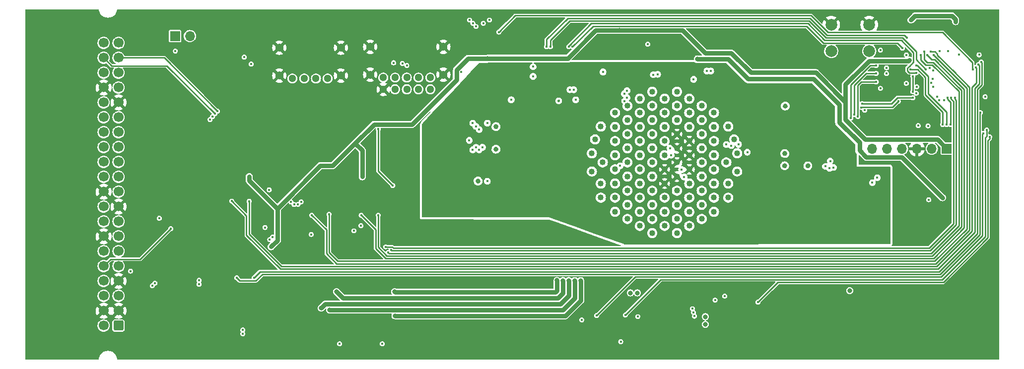
<source format=gbr>
%TF.GenerationSoftware,KiCad,Pcbnew,(6.0.2)*%
%TF.CreationDate,2022-06-14T20:32:41+02:00*%
%TF.ProjectId,SB-Spoko Bezpieczniki,53422d53-706f-46b6-9f20-42657a706965,rev?*%
%TF.SameCoordinates,Original*%
%TF.FileFunction,Copper,L2,Inr*%
%TF.FilePolarity,Positive*%
%FSLAX46Y46*%
G04 Gerber Fmt 4.6, Leading zero omitted, Abs format (unit mm)*
G04 Created by KiCad (PCBNEW (6.0.2)) date 2022-06-14 20:32:41*
%MOMM*%
%LPD*%
G01*
G04 APERTURE LIST*
G04 Aperture macros list*
%AMRoundRect*
0 Rectangle with rounded corners*
0 $1 Rounding radius*
0 $2 $3 $4 $5 $6 $7 $8 $9 X,Y pos of 4 corners*
0 Add a 4 corners polygon primitive as box body*
4,1,4,$2,$3,$4,$5,$6,$7,$8,$9,$2,$3,0*
0 Add four circle primitives for the rounded corners*
1,1,$1+$1,$2,$3*
1,1,$1+$1,$4,$5*
1,1,$1+$1,$6,$7*
1,1,$1+$1,$8,$9*
0 Add four rect primitives between the rounded corners*
20,1,$1+$1,$2,$3,$4,$5,0*
20,1,$1+$1,$4,$5,$6,$7,0*
20,1,$1+$1,$6,$7,$8,$9,0*
20,1,$1+$1,$8,$9,$2,$3,0*%
G04 Aperture macros list end*
%TA.AperFunction,ComponentPad*%
%ADD10R,1.700000X1.700000*%
%TD*%
%TA.AperFunction,ComponentPad*%
%ADD11O,1.700000X1.700000*%
%TD*%
%TA.AperFunction,ComponentPad*%
%ADD12C,0.487500*%
%TD*%
%TA.AperFunction,ComponentPad*%
%ADD13C,2.000000*%
%TD*%
%TA.AperFunction,ComponentPad*%
%ADD14RoundRect,0.250000X0.600000X0.600000X-0.600000X0.600000X-0.600000X-0.600000X0.600000X-0.600000X0*%
%TD*%
%TA.AperFunction,ComponentPad*%
%ADD15C,1.700000*%
%TD*%
%TA.AperFunction,ComponentPad*%
%ADD16C,1.300000*%
%TD*%
%TA.AperFunction,ComponentPad*%
%ADD17C,1.400000*%
%TD*%
%TA.AperFunction,ComponentPad*%
%ADD18C,1.020000*%
%TD*%
%TA.AperFunction,ViaPad*%
%ADD19C,0.800000*%
%TD*%
%TA.AperFunction,ViaPad*%
%ADD20C,0.450000*%
%TD*%
%TA.AperFunction,Conductor*%
%ADD21C,0.250000*%
%TD*%
%TA.AperFunction,Conductor*%
%ADD22C,0.798830*%
%TD*%
G04 APERTURE END LIST*
D10*
%TO.N,CAR_CAN+*%
%TO.C,JP1*%
X109320000Y-74670000D03*
D11*
%TO.N,Net-(JP1-Pad2)*%
X111860000Y-74670000D03*
%TD*%
D12*
%TO.N,+24V*%
%TO.C,U15*%
X155741500Y-97283500D03*
X156716500Y-96308500D03*
X157691500Y-97283500D03*
X154766500Y-99233500D03*
X157691500Y-98258500D03*
X156716500Y-98258500D03*
X156716500Y-99233500D03*
X155741500Y-96308500D03*
X154766500Y-97283500D03*
X154766500Y-96308500D03*
X156716500Y-97283500D03*
X155741500Y-99233500D03*
X155741500Y-98258500D03*
X157691500Y-99233500D03*
X157691500Y-96308500D03*
X154766500Y-98258500D03*
%TD*%
%TO.N,+24V*%
%TO.C,U13*%
X217933500Y-87981500D03*
X220858500Y-87981500D03*
X218908500Y-89931500D03*
X220858500Y-90906500D03*
X218908500Y-90906500D03*
X219883500Y-89931500D03*
X219883500Y-87981500D03*
X218908500Y-87981500D03*
X219883500Y-90906500D03*
X217933500Y-88956500D03*
X217933500Y-89931500D03*
X219883500Y-88956500D03*
X217933500Y-90906500D03*
X218908500Y-88956500D03*
X220858500Y-88956500D03*
X220858500Y-89931500D03*
%TD*%
%TO.N,+24V*%
%TO.C,U14*%
X220878500Y-104386500D03*
X220878500Y-103411500D03*
X219903500Y-103411500D03*
X217953500Y-101461500D03*
X218928500Y-102436500D03*
X218928500Y-101461500D03*
X217953500Y-104386500D03*
X220878500Y-102436500D03*
X217953500Y-103411500D03*
X217953500Y-102436500D03*
X218928500Y-104386500D03*
X220878500Y-101461500D03*
X219903500Y-104386500D03*
X219903500Y-101461500D03*
X219903500Y-102436500D03*
X218928500Y-103411500D03*
%TD*%
%TO.N,+24V*%
%TO.C,U12*%
X167880000Y-99225000D03*
X166905000Y-98250000D03*
X168855000Y-98250000D03*
X169830000Y-96300000D03*
X166905000Y-99225000D03*
X167880000Y-97275000D03*
X168855000Y-97275000D03*
X166905000Y-96300000D03*
X168855000Y-96300000D03*
X168855000Y-99225000D03*
X166905000Y-97275000D03*
X169830000Y-97275000D03*
X169830000Y-98250000D03*
X169830000Y-99225000D03*
X167880000Y-98250000D03*
X167880000Y-96300000D03*
%TD*%
D10*
%TO.N,+3V3*%
%TO.C,J1*%
X240940000Y-93880000D03*
D11*
%TO.N,SWCLK*%
X238400000Y-93880000D03*
%TO.N,GND*%
X235860000Y-93880000D03*
%TO.N,SWDIO*%
X233320000Y-93880000D03*
%TO.N,N_RST*%
X230780000Y-93880000D03*
%TO.N,SWO*%
X228240000Y-93880000D03*
%TD*%
D13*
%TO.N,GND*%
%TO.C,SW1*%
X227740000Y-72720000D03*
X221240000Y-72720000D03*
%TO.N,Net-(R20-Pad1)*%
X227740000Y-77220000D03*
X221240000Y-77220000D03*
%TD*%
D14*
%TO.N,+5V*%
%TO.C,J2*%
X99677500Y-124090000D03*
D15*
X97137500Y-124090000D03*
%TO.N,GND*%
X99677500Y-121550000D03*
X97137500Y-121550000D03*
%TO.N,Net-(J2-Pad5)*%
X99677500Y-119010000D03*
%TO.N,WATER_1_PRESSURE*%
X97137500Y-119010000D03*
%TO.N,GND*%
X99677500Y-116470000D03*
%TO.N,MONO_NTC*%
X97137500Y-116470000D03*
%TO.N,RES_SIN+*%
X99677500Y-113930000D03*
%TO.N,WATER_NTC_2*%
X97137500Y-113930000D03*
%TO.N,RES_SIN-*%
X99677500Y-111390000D03*
%TO.N,WATER_NTC_1*%
X97137500Y-111390000D03*
%TO.N,RES_COS+*%
X99677500Y-108850000D03*
%TO.N,GND*%
X97137500Y-108850000D03*
%TO.N,RES_COS-*%
X99677500Y-106310000D03*
%TO.N,SP_L-*%
X97137500Y-106310000D03*
%TO.N,GND*%
X99677500Y-103770000D03*
%TO.N,SP_L+*%
X97137500Y-103770000D03*
%TO.N,CAR_CAN+*%
X99677500Y-101230000D03*
%TO.N,GND*%
X97137500Y-101230000D03*
%TO.N,CAR_CAN-*%
X99677500Y-98690000D03*
%TO.N,USB_DEBUG_DP*%
X97137500Y-98690000D03*
%TO.N,INV_CAN+*%
X99677500Y-96150000D03*
%TO.N,USB_DEBUG_DM*%
X97137500Y-96150000D03*
%TO.N,INV_CAN-*%
X99677500Y-93610000D03*
%TO.N,unconnected-(J2-Pad26)*%
X97137500Y-93610000D03*
%TO.N,unconnected-(J2-Pad27)*%
X99677500Y-91070000D03*
%TO.N,unconnected-(J2-Pad28)*%
X97137500Y-91070000D03*
%TO.N,unconnected-(J2-Pad29)*%
X99677500Y-88530000D03*
%TO.N,unconnected-(J2-Pad30)*%
X97137500Y-88530000D03*
%TO.N,GND*%
X99677500Y-85990000D03*
%TO.N,unconnected-(J2-Pad32)*%
X97137500Y-85990000D03*
%TO.N,BREAK_LIGHT_GATE*%
X99677500Y-83450000D03*
%TO.N,GND*%
X97137500Y-83450000D03*
%TO.N,RTDS_GATE*%
X99677500Y-80910000D03*
%TO.N,unconnected-(J2-Pad36)*%
X97137500Y-80910000D03*
%TO.N,WSS_RL*%
X99677500Y-78370000D03*
%TO.N,WSS_FL*%
X97137500Y-78370000D03*
%TO.N,WSS_RR*%
X99677500Y-75830000D03*
%TO.N,WSS_FR*%
X97137500Y-75830000D03*
%TD*%
D16*
%TO.N,ETHERNET_RX-*%
%TO.C,J3*%
X135350000Y-81915000D03*
%TO.N,ETHERNET_RX+*%
X133350000Y-81915000D03*
%TO.N,ETHERNET_TX-*%
X131350000Y-81915000D03*
%TO.N,ETHERNET_TX+*%
X129350000Y-81915000D03*
D17*
%TO.N,GND*%
X137600000Y-81415000D03*
X127100000Y-81415000D03*
X137600000Y-76665000D03*
X127100000Y-76665000D03*
%TD*%
D16*
%TO.N,GND*%
%TO.C,J4*%
X144850000Y-83750000D03*
%TO.N,TSAL_DASH_LED_RED*%
X146850000Y-83750000D03*
%TO.N,TSAL_DASH_LED_GREEN*%
X148850000Y-83750000D03*
%TO.N,TSAL_LED_RED*%
X150850000Y-83750000D03*
%TO.N,TSAL_LED_GREEN*%
X152850000Y-83750000D03*
%TO.N,TSAL_HV_AIR1*%
X144850000Y-81750000D03*
%TO.N,TSAL_HV_BAT_SIG*%
X146850000Y-81750000D03*
%TO.N,TSAL_HV_INV_SIG*%
X148850000Y-81750000D03*
%TO.N,TSAL_24V*%
X150850000Y-81750000D03*
%TO.N,TSAL_HV_AIR2*%
X152850000Y-81750000D03*
D17*
%TO.N,GND*%
X155100000Y-76500000D03*
X155100000Y-81250000D03*
X142600000Y-81250000D03*
X142600000Y-76500000D03*
%TD*%
D18*
%TO.N,INVERTER_24V*%
%TO.C,U1*%
X181944800Y-90102600D03*
X180954200Y-92312400D03*
%TO.N,BOX_24V*%
X180420800Y-94674600D03*
%TO.N,LED_1_IN*%
X182275000Y-96224000D03*
%TO.N,TSAL{slash}ASSI_24V*%
X180420800Y-97773400D03*
%TO.N,MOTEC_24V*%
X181944800Y-99830800D03*
%TO.N,FAN_MONO_24V*%
X181944800Y-102243800D03*
%TO.N,BSPD{slash}EBS_24V*%
X184383200Y-87765800D03*
%TO.N,WATER_NTC_2*%
X184383200Y-90178800D03*
%TO.N,INVERTER_24V*%
X184383200Y-92591800D03*
%TO.N,LED_2_IN*%
X184383200Y-95004800D03*
%TO.N,BUZZER_IN*%
X184383200Y-97417800D03*
%TO.N,RTDS_IN*%
X184383200Y-99830800D03*
%TO.N,BREAK_LIGHT_24V*%
X184383200Y-102243800D03*
%TO.N,BAT_HV_24V*%
X184383200Y-104656800D03*
%TO.N,GND*%
X186491400Y-86572000D03*
%TO.N,WATER_NTC_1*%
X186491400Y-88985000D03*
%TO.N,RES_SIN-*%
X186491400Y-91398000D03*
%TO.N,RES_SIN+*%
X186491400Y-93811000D03*
%TO.N,SPARE_1_SENSE*%
X186491400Y-96224000D03*
%TO.N,GND*%
X186491400Y-98637000D03*
X186491400Y-101050000D03*
%TO.N,ETHERNET_RX+*%
X186491400Y-103463000D03*
%TO.N,SPARE_2_24V*%
X186491400Y-105876000D03*
%TO.N,MONO_NTC*%
X188599600Y-85352800D03*
%TO.N,WATER_1_PRESSURE*%
X188599600Y-87765800D03*
%TO.N,SPARE_2_SENSE*%
X188599600Y-90178800D03*
%TO.N,WATER_2_PRESSURE*%
X188599600Y-92591800D03*
%TO.N,GND*%
X188599600Y-95004800D03*
X188599600Y-97417800D03*
%TO.N,ETHERNET_RX-*%
X188599600Y-99830800D03*
%TO.N,BREAK_LIGHT_IN*%
X188599600Y-102243800D03*
%TO.N,ETHERNET_TX+*%
X188599600Y-104656800D03*
%TO.N,DIAGPORT_24V*%
X188599600Y-107069800D03*
%TO.N,RES_COS-*%
X190707800Y-84159000D03*
%TO.N,RES_COS+*%
X190707800Y-86572000D03*
%TO.N,SP_L-*%
X190707800Y-88985000D03*
%TO.N,SP_L+*%
X190707800Y-91398000D03*
%TO.N,GND*%
X190707800Y-93811000D03*
X190707800Y-96224000D03*
X190707800Y-98637000D03*
%TO.N,ETHERNET_TX-*%
X190707800Y-101050000D03*
%TO.N,SPARE_3_SENSE*%
X190707800Y-103463000D03*
%TO.N,PUMP_12V*%
X190707800Y-105876000D03*
%TO.N,SPARE_1_24V*%
X190707800Y-108289000D03*
%TO.N,CAR_CAN+*%
X192816000Y-85352800D03*
%TO.N,CAR_CAN-*%
X192816000Y-87765800D03*
%TO.N,GND*%
X192816000Y-90178800D03*
X192816000Y-92591800D03*
X192816000Y-95004800D03*
%TO.N,+24V*%
X192816000Y-97417800D03*
X192816000Y-99830800D03*
%TO.N,INVERTER_SENSE*%
X192816000Y-102243800D03*
%TO.N,GND*%
X192816000Y-104656800D03*
%TO.N,ASMS_24V*%
X192816000Y-107069800D03*
%TO.N,INV_CAN-*%
X194924200Y-84159000D03*
%TO.N,INV_CAN+*%
X194924200Y-86572000D03*
%TO.N,TSAL_HV_INV_SIG*%
X194924200Y-88985000D03*
%TO.N,+24V*%
X194924200Y-91398000D03*
X194924200Y-93811000D03*
X194924200Y-96224000D03*
X194924200Y-98637000D03*
%TO.N,HVD_SENSE*%
X194924200Y-101050000D03*
%TO.N,DV_SENSE*%
X194924200Y-103463000D03*
%TO.N,POT_?V*%
X194924200Y-105876000D03*
%TO.N,LIDAR_24V*%
X194924200Y-108289000D03*
%TO.N,USB_DEBUG_DP*%
X197032400Y-85352800D03*
%TO.N,USB_DEBUG_DM*%
X197032400Y-87765800D03*
%TO.N,TSAL_HV_AIR1*%
X197032400Y-90178800D03*
%TO.N,+24V*%
X197032400Y-92591800D03*
X197032400Y-95004800D03*
X197032400Y-97417800D03*
%TO.N,HV_SENSE*%
X197032400Y-99830800D03*
%TO.N,FIREWALL_SENSE*%
X197032400Y-102243800D03*
%TO.N,WATER_5V*%
X197032400Y-104656800D03*
%TO.N,WHEEL_SPEED_2_24V*%
X197032400Y-107069800D03*
%TO.N,TSAL_HV_AIR2*%
X199140600Y-86572000D03*
%TO.N,TSAL_HV_BAT_SIG*%
X199140600Y-88985000D03*
%TO.N,WSS_RL*%
X199140600Y-91398000D03*
%TO.N,WSS_FL*%
X199140600Y-93811000D03*
%TO.N,WSS_RR*%
X199140600Y-96224000D03*
%TO.N,WSS_FR*%
X199140600Y-98637000D03*
%TO.N,BOX_DV_24V*%
X199140600Y-101050000D03*
X199140600Y-103463000D03*
X199140600Y-105876000D03*
%TO.N,ODRIVE_24V*%
X201248800Y-87765800D03*
X201248800Y-90178800D03*
X201248800Y-92591800D03*
%TO.N,TSAL_LED_RED*%
X201248800Y-95004800D03*
%TO.N,TSAL_DASH_LED_RED*%
X201248800Y-97417800D03*
%TO.N,TSAL_DASH_LED_GREEN*%
X201248800Y-99830800D03*
%TO.N,JETSON_24V*%
X201248800Y-102243800D03*
X201248800Y-104656800D03*
%TO.N,FAN_R_24V*%
X203687200Y-90102600D03*
%TO.N,FAN_L_24V*%
X204677800Y-92312400D03*
%TO.N,LAPTIMER_24V*%
X205211200Y-94674600D03*
%TO.N,TSAL_LED_GREEN*%
X203357000Y-96224000D03*
%TO.N,DASH_24V*%
X205211200Y-97773400D03*
%TO.N,WHEEL_SPEED_1_24V*%
X203687200Y-99830800D03*
%TO.N,JETSON_24V*%
X203687200Y-102243800D03*
%TD*%
D19*
%TO.N,GND*%
X192360000Y-121230000D03*
X174860000Y-76570000D03*
X204080000Y-117070000D03*
X182110000Y-77870000D03*
X128460000Y-113120000D03*
X213160000Y-125270000D03*
X113760000Y-113270000D03*
D20*
X236660000Y-85160000D03*
D19*
X112010000Y-113270000D03*
D20*
X174760000Y-85720000D03*
D19*
X138910000Y-99920000D03*
X130210000Y-105920000D03*
X123810000Y-123520000D03*
X133910000Y-113120000D03*
X131860000Y-110870000D03*
X137660000Y-90070000D03*
X231510000Y-73020000D03*
X178510000Y-78220000D03*
X243880000Y-121840000D03*
X165360000Y-76120000D03*
X127460000Y-123520000D03*
D20*
X229640000Y-84403915D03*
D19*
X213110000Y-77420000D03*
X213300000Y-96810000D03*
X243880000Y-123110000D03*
X242610000Y-121840000D03*
X170860000Y-76120000D03*
X122160000Y-123520000D03*
X128460000Y-110870000D03*
X150160000Y-92070000D03*
D20*
X241465497Y-72194503D03*
D19*
X164060000Y-90120000D03*
X197280000Y-117180000D03*
D20*
X229630000Y-78064503D03*
D19*
X242610000Y-123110000D03*
D20*
X236964503Y-89970000D03*
D19*
X165060000Y-123770000D03*
X172210000Y-123770000D03*
X213320000Y-94710000D03*
X213210000Y-123220000D03*
X203360000Y-75120000D03*
X148210000Y-96720000D03*
X154610000Y-116270000D03*
X244460000Y-75220000D03*
X196010000Y-121220000D03*
X136710000Y-105920000D03*
X211310000Y-125270000D03*
X230760000Y-87820000D03*
X111710000Y-123570000D03*
X209610000Y-77420000D03*
X245150000Y-121840000D03*
X183010000Y-118270000D03*
X210150000Y-117070000D03*
X122160000Y-121270000D03*
X113610000Y-123570000D03*
X232910000Y-104270000D03*
X131860000Y-113120000D03*
X206920000Y-121540000D03*
X141110000Y-111470000D03*
X232910000Y-100620000D03*
X209360000Y-125270000D03*
X145110000Y-105970000D03*
X227460000Y-90670000D03*
X247260000Y-86670000D03*
X118760000Y-121270000D03*
X115560000Y-115620000D03*
X174410000Y-123770000D03*
X239360000Y-73020000D03*
X235760000Y-73020000D03*
X148210000Y-94020000D03*
X152760000Y-116270000D03*
X232910000Y-98420000D03*
X128410000Y-105920000D03*
X245150000Y-123110000D03*
X209610000Y-79570000D03*
X138360000Y-105920000D03*
X115560000Y-113270000D03*
X133360000Y-90070000D03*
X213110000Y-79470000D03*
X181060000Y-118270000D03*
X242610000Y-124380000D03*
X151110000Y-116270000D03*
X120510000Y-123520000D03*
X130210000Y-108170000D03*
X156510000Y-116270000D03*
X217260000Y-96820000D03*
X208240000Y-117080000D03*
X205970000Y-117090000D03*
X180460000Y-76320000D03*
X111710000Y-121270000D03*
X227160000Y-84120000D03*
X209610000Y-75120000D03*
X135560000Y-90070000D03*
X123810000Y-121270000D03*
X243880000Y-124380000D03*
X150160000Y-96720000D03*
X120510000Y-121270000D03*
D20*
X193430000Y-77310000D03*
D19*
X232910000Y-102620000D03*
X118760000Y-123520000D03*
X133910000Y-110870000D03*
X200860000Y-75120000D03*
X170860000Y-73520000D03*
X139610000Y-90070000D03*
X137310000Y-110870000D03*
X245150000Y-124380000D03*
X150160000Y-94020000D03*
X158460000Y-116270000D03*
X146960000Y-105970000D03*
X138910000Y-102070000D03*
X168260000Y-73520000D03*
X227460000Y-88820000D03*
X117510000Y-115620000D03*
X213410000Y-86600000D03*
X127460000Y-121270000D03*
X117510000Y-113270000D03*
X164060000Y-93970000D03*
X130210000Y-110870000D03*
X130210000Y-113120000D03*
X162960000Y-123770000D03*
X206460000Y-75120000D03*
X206410000Y-77420000D03*
X125660000Y-123520000D03*
D20*
X247485497Y-84035497D03*
D19*
X161010000Y-99420000D03*
X125660000Y-121270000D03*
X128410000Y-108170000D03*
X168260000Y-76120000D03*
%TO.N,+5V*%
X240220000Y-102250000D03*
X198420000Y-78550000D03*
X224390000Y-118120000D03*
%TO.N,+3V3*%
X176300000Y-78460000D03*
D20*
X227010000Y-92300000D03*
X223640000Y-87030000D03*
X134240000Y-96770000D03*
D19*
X185150000Y-73695500D03*
D20*
X234557585Y-78760500D03*
X185342500Y-126827500D03*
D19*
X162580000Y-78470000D03*
D20*
X121970000Y-98640000D03*
X237890000Y-102590000D03*
X162580000Y-99440000D03*
X125700000Y-110620000D03*
X141270000Y-98680000D03*
X162580000Y-89519500D03*
%TO.N,SWO*%
X237750000Y-89980000D03*
X238320000Y-82670000D03*
%TO.N,BSPD{slash}EBS_IMON*%
X182309500Y-80790000D03*
X176467950Y-76469487D03*
X176673608Y-83819500D03*
X235744672Y-80911567D03*
%TO.N,BSPD{slash}EBS_STATE*%
X177117404Y-76477404D03*
X235180200Y-81519800D03*
X233390000Y-76735498D03*
X235168915Y-84140000D03*
%TO.N,INVERTER_SENSE_SIG*%
X122780000Y-115890000D03*
X246830000Y-79080000D03*
%TO.N,/Fusses/WATER-POTENTIOMMETER/WATER{slash}POT_FLAG*%
X197553378Y-121199501D03*
X188238489Y-122558000D03*
%TO.N,/Fusses/WATER-POTENTIOMMETER/WATER{slash}POT_EN*%
X178712500Y-123107500D03*
X197756444Y-121816444D03*
D19*
%TO.N,+24V*%
X229230000Y-101650000D03*
X167610000Y-82467420D03*
X179890000Y-83815980D03*
X167600000Y-81480000D03*
X179880000Y-82630000D03*
X230480000Y-101650000D03*
D20*
%TO.N,3.3V_STM_REF+*%
X236077500Y-89950000D03*
%TO.N,3.3V_STM_POWER*%
X235820000Y-83330000D03*
X242465000Y-72194503D03*
X234840000Y-71910000D03*
X229630000Y-77065000D03*
X247485497Y-85035000D03*
X229630000Y-83580000D03*
%TO.N,STM_CLK_IN*%
X240470000Y-85590428D03*
%TO.N,STM_CKL_OUT*%
X239690399Y-85583460D03*
%TO.N,CAR_CAN-*%
X189940000Y-76040000D03*
X109380000Y-77210000D03*
X190910000Y-81250000D03*
X121115008Y-78254992D03*
%TO.N,CAR_CAN+*%
X122310000Y-79420000D03*
X191623556Y-81186444D03*
%TO.N,STM_OK*%
X238620000Y-80500000D03*
%TO.N,STM_FATAL_ERROR*%
X238620000Y-83350000D03*
%TO.N,STM_SOFT_ERROR*%
X238590000Y-81980000D03*
%TO.N,STM_???*%
X239326803Y-85045268D03*
%TO.N,BUZZER_CONTROL*%
X236530989Y-77900000D03*
X145673316Y-111626204D03*
%TO.N,LED_2_CONTROL*%
X242369004Y-85180254D03*
X146151523Y-111180020D03*
%TO.N,LED_1_CONTROL*%
X241719502Y-85179295D03*
X145220000Y-110640000D03*
%TO.N,SWDIO*%
X243020000Y-77820000D03*
X246470000Y-77859500D03*
%TO.N,MOSI*%
X160649000Y-93671207D03*
X160650000Y-73028020D03*
X228940000Y-79712344D03*
X224590000Y-88660000D03*
X160649000Y-90071000D03*
X220270000Y-96910000D03*
%TO.N,MISO*%
X221069011Y-95990000D03*
X228940000Y-81050000D03*
X160099500Y-94070000D03*
X225160000Y-88040000D03*
X160099500Y-89521500D03*
X160110000Y-72478520D03*
%TO.N,SCK*%
X161198500Y-90620500D03*
X161198500Y-94070000D03*
X220950000Y-97200000D03*
X228940000Y-82500000D03*
X225790000Y-88380000D03*
X161890000Y-72483556D03*
%TO.N,SS_3*%
X226496173Y-86176173D03*
X235168915Y-85186489D03*
X159510000Y-92470000D03*
X159550000Y-71929020D03*
%TO.N,SS_2*%
X221630000Y-97090000D03*
X232700000Y-85798980D03*
X226400000Y-86850000D03*
%TO.N,SS_1*%
X226957342Y-87327804D03*
%TO.N,SS_0*%
X162930000Y-71929031D03*
X161748000Y-93660000D03*
%TO.N,WSS_FR*%
X186010000Y-85740000D03*
X115280000Y-88930000D03*
%TO.N,WSS_FL*%
X185960000Y-84510000D03*
X116123104Y-87932268D03*
%TO.N,USB_DEBUG_DM*%
X200689503Y-80640000D03*
%TO.N,USB_DEBUG_DP*%
X200040000Y-80640000D03*
%TO.N,SP_L+*%
X113430000Y-116360020D03*
X193930000Y-94990000D03*
%TO.N,SP_L-*%
X193720000Y-93790000D03*
X113418182Y-117009415D03*
%TO.N,WATER_NTC_2*%
X108600000Y-107530000D03*
%TO.N,MONO_NTC*%
X106620000Y-105750000D03*
%TO.N,WSS_RR*%
X186414331Y-85187989D03*
X115694754Y-88420500D03*
%TO.N,WSS_RL*%
X116565893Y-87457093D03*
X186420000Y-83960500D03*
%TO.N,RTDS_GATE*%
X137390000Y-127195500D03*
%TO.N,BREAK_LIGHT_GATE*%
X144680000Y-127195500D03*
%TO.N,RES_COS-*%
X120880116Y-124822673D03*
%TO.N,RES_COS+*%
X120889918Y-125472102D03*
%TO.N,RES_SIN-*%
X105899666Y-116821130D03*
%TO.N,RES_SIN+*%
X105440000Y-117280000D03*
D19*
%TO.N,BUZZER_IN*%
X176480497Y-116390000D03*
X134240000Y-121090000D03*
%TO.N,LED_2_IN*%
X174480000Y-116380000D03*
X146760000Y-118288531D03*
%TO.N,LED_1_IN*%
X175480994Y-116390000D03*
X136860000Y-118288531D03*
%TO.N,RTDS_IN*%
X177480000Y-116390000D03*
X135670000Y-121401639D03*
%TO.N,BREAK_LIGHT_IN*%
X178490000Y-116390000D03*
X146830000Y-122400000D03*
D20*
%TO.N,WATER{slash}POT_IMON*%
X234760000Y-80359500D03*
X248291018Y-91856181D03*
X208750000Y-120090000D03*
X240266005Y-89790000D03*
%TO.N,Net-(IC4-Pad8)*%
X197920000Y-122480000D03*
X201430000Y-119730000D03*
%TO.N,SPARE_1_SENSE*%
X125390500Y-100900000D03*
%TO.N,SPARE_2_SENSE*%
X144000000Y-90550000D03*
X185240000Y-96820000D03*
X146470000Y-100190000D03*
%TO.N,SPARE_1_SENSE_SIG*%
X246709691Y-87750000D03*
X119820000Y-115890000D03*
%TO.N,ETHERNET_RX+*%
X130280000Y-103390000D03*
%TO.N,ETHERNET_RX-*%
X130820000Y-102960000D03*
%TO.N,TSAL_LED_GREEN*%
X204190000Y-93360000D03*
X158143794Y-80776206D03*
%TO.N,ETHERNET_TX+*%
X129080500Y-102960000D03*
%TO.N,ETHERNET_TX-*%
X129631282Y-103421904D03*
%TO.N,TSAL_LED_RED*%
X148090000Y-79330000D03*
X203350000Y-93180000D03*
%TO.N,Net-(IC1-Pad21)*%
X234044903Y-82714903D03*
%TO.N,Net-(IC1-Pad22)*%
X230669500Y-81060000D03*
%TO.N,Net-(IC1-Pad23)*%
X230690000Y-80070000D03*
%TO.N,WATER{slash}POT_ENABLE*%
X247159211Y-91289500D03*
X240915508Y-89790000D03*
X235720500Y-79712344D03*
X181232500Y-122357500D03*
%TO.N,WATER{slash}POT_STATE*%
X241070000Y-85180000D03*
X247750000Y-90690000D03*
X186122500Y-122275386D03*
X241565011Y-89790000D03*
%TO.N,WATER_1_PRESSURE*%
X195730000Y-97470000D03*
%TO.N,WATER_2_PRESSURE*%
X196150000Y-98710000D03*
X101740000Y-114780000D03*
%TO.N,SPARE_2_SENSE_SIG*%
X143980000Y-105228540D03*
X237081489Y-77350000D03*
%TO.N,INVERTER_SENSE*%
X124650000Y-107330000D03*
%TO.N,HVD_SENSE*%
X139840000Y-107910000D03*
%TO.N,DV_SENSE*%
X125940000Y-108950000D03*
%TO.N,HV_SENSE*%
X132560000Y-108518580D03*
%TO.N,FIREWALL_SENSE*%
X125470000Y-109400000D03*
%TO.N,HVD_SENSE_SIG*%
X238730000Y-77890000D03*
X135580000Y-105078540D03*
%TO.N,HV_SENSE_SIG*%
X132630000Y-105228540D03*
X238180500Y-77350000D03*
%TO.N,SPARE_3_SENSE*%
X141040000Y-107010000D03*
%TO.N,SPARE_3_SENSE_SIG*%
X141060000Y-105228540D03*
X237630000Y-77900000D03*
%TO.N,DV_SENSE_SIG*%
X245910000Y-80000000D03*
X121940000Y-102840000D03*
%TO.N,FIREWALL_SENSE_SIG*%
X246357301Y-79529069D03*
X118980000Y-102830000D03*
%TO.N,Net-(IC1-Pad29)*%
X234068484Y-77869375D03*
%TO.N,Net-(IC1-Pad44)*%
X239730000Y-77190000D03*
%TO.N,Net-(IC1-Pad45)*%
X241190000Y-77190000D03*
%TO.N,Net-(IC5-Pad4)*%
X228261698Y-99699500D03*
X229109500Y-98834827D03*
D19*
%TO.N,WATER_5V*%
X199770000Y-123870000D03*
D20*
X203070000Y-119050000D03*
D19*
X199770000Y-122570000D03*
%TO.N,POT_?V*%
X188175000Y-118505000D03*
X186995000Y-118505000D03*
D20*
%TO.N,TSAL_IMON*%
X235751646Y-84426839D03*
X172690000Y-76470000D03*
X238082720Y-80135055D03*
X234145498Y-74920000D03*
%TO.N,TSAL_STATE*%
X237378770Y-80355709D03*
X173339503Y-76470000D03*
%TO.N,Net-(IC2-Pad4)*%
X170400000Y-79890500D03*
X170395359Y-81539500D03*
%TO.N,Net-(IC6-Pad4)*%
X177323110Y-83820552D03*
X177650000Y-85539500D03*
%TO.N,TSAL_ENABLE*%
X245370002Y-80370000D03*
X166660000Y-85539500D03*
X164530206Y-73980206D03*
%TO.N,TSAL_HV_INV_SIG*%
X148850000Y-79675989D03*
X197775415Y-82054585D03*
%TO.N,TSAL_DASH_LED_GREEN*%
X146601780Y-79221108D03*
X206930000Y-94480000D03*
%TO.N,TSAL_DASH_LED_RED*%
X205420000Y-93150000D03*
%TD*%
D21*
%TO.N,SPARE_3_SENSE_SIG*%
X243912591Y-83744030D02*
X242398562Y-82230000D01*
X238691461Y-112628560D02*
X243912591Y-107407431D01*
X243912591Y-107407431D02*
X243912591Y-83744030D01*
X145262842Y-112628560D02*
X238691461Y-112628560D01*
X141060000Y-105228540D02*
X143520480Y-107689020D01*
X143520480Y-107689020D02*
X143520480Y-110886197D01*
X143520480Y-110886197D02*
X145262842Y-112628560D01*
%TO.N,HV_SENSE_SIG*%
X238190011Y-77340489D02*
X238180500Y-77350000D01*
X239314999Y-77697872D02*
X238957616Y-77340489D01*
X239314999Y-77875001D02*
X239314999Y-77697872D01*
X242149999Y-80710001D02*
X239314999Y-77875001D01*
X242151436Y-80710001D02*
X242149999Y-80710001D01*
X136855722Y-113527600D02*
X239069553Y-113527600D01*
X244811630Y-107785523D02*
X244811631Y-83370197D01*
X135130480Y-111802357D02*
X136855722Y-113527600D01*
X238957616Y-77340489D02*
X238190011Y-77340489D01*
X244811631Y-83370197D02*
X242151436Y-80710001D01*
X135130480Y-107729020D02*
X135130480Y-111802357D01*
X239069553Y-113527600D02*
X244811630Y-107785523D01*
X132630000Y-105228540D02*
X135130480Y-107729020D01*
%TO.N,SPARE_2_SENSE_SIG*%
X237080489Y-78633481D02*
X237080489Y-77351000D01*
X243463071Y-83930227D02*
X238668869Y-79136024D01*
X243463071Y-107221233D02*
X243463071Y-83930227D01*
X238668869Y-79136024D02*
X237583032Y-79136024D01*
X238505264Y-112179040D02*
X243463071Y-107221233D01*
X143970000Y-110700000D02*
X145449040Y-112179040D01*
X143970000Y-105238540D02*
X143970000Y-110700000D01*
X145449040Y-112179040D02*
X238505264Y-112179040D01*
X237080489Y-77351000D02*
X237081489Y-77350000D01*
X143980000Y-105228540D02*
X143970000Y-105238540D01*
X237583032Y-79136024D02*
X237080489Y-78633481D01*
D22*
%TO.N,+5V*%
X226080000Y-94180000D02*
X227228926Y-95328926D01*
X203674248Y-78550000D02*
X207074248Y-81950000D01*
X222661076Y-86352952D02*
X222661076Y-87743770D01*
X218258124Y-81950000D02*
X222661076Y-86352952D01*
X207074248Y-81950000D02*
X218258124Y-81950000D01*
X227228926Y-95328926D02*
X233298926Y-95328926D01*
X198420000Y-78550000D02*
X203674248Y-78550000D01*
X226080000Y-92831880D02*
X226080000Y-94180000D01*
X222661076Y-87743770D02*
X222661652Y-87744346D01*
X233298926Y-95328926D02*
X240220000Y-102250000D01*
X222661652Y-89413532D02*
X226080000Y-92831880D01*
X222661652Y-87744346D02*
X222661652Y-89413532D01*
%TO.N,+3V3*%
X162580000Y-78470000D02*
X159284792Y-78470000D01*
X126763926Y-109556074D02*
X125700000Y-110620000D01*
X218630004Y-80910000D02*
X223660002Y-85939998D01*
X181064500Y-73695500D02*
X176300000Y-78460000D01*
X176300000Y-78460000D02*
X162590000Y-78460000D01*
X185150000Y-73695500D02*
X195903850Y-73695500D01*
X149773926Y-89726074D02*
X143263926Y-89726074D01*
X162590000Y-78460000D02*
X162580000Y-78470000D01*
X121970000Y-99317440D02*
X126763926Y-104111366D01*
X154530000Y-84970000D02*
X149773926Y-89726074D01*
X141250000Y-94190000D02*
X140025000Y-92965000D01*
X134105292Y-96770000D02*
X126763926Y-104111366D01*
X143263926Y-89726074D02*
X140025000Y-92965000D01*
X141270000Y-98680000D02*
X141250000Y-98660000D01*
X234557585Y-78760500D02*
X234429656Y-78888429D01*
X157319868Y-80590000D02*
X157319868Y-82180132D01*
X227010000Y-92300000D02*
X239360000Y-92300000D01*
X157319868Y-82180132D02*
X154530000Y-84970000D01*
X223660000Y-88950000D02*
X223660000Y-85940000D01*
X199760000Y-77551650D02*
X204201650Y-77551650D01*
X136220000Y-96770000D02*
X134240000Y-96770000D01*
X121970000Y-98640000D02*
X121970000Y-99317440D01*
X227691571Y-78888429D02*
X223660002Y-82919998D01*
X159284792Y-78470000D02*
X157319868Y-80434924D01*
X227010000Y-92300000D02*
X223660000Y-88950000D01*
X223660002Y-82919998D02*
X223660002Y-85939998D01*
X239360000Y-92300000D02*
X240940000Y-93880000D01*
X140025000Y-92965000D02*
X136220000Y-96770000D01*
X223660000Y-85940000D02*
X223660002Y-85939998D01*
X207560000Y-80910000D02*
X218630004Y-80910000D01*
X136220000Y-96770000D02*
X134105292Y-96770000D01*
X126763926Y-104111366D02*
X126763926Y-109556074D01*
X234429656Y-78888429D02*
X227691571Y-78888429D01*
X204201650Y-77551650D02*
X207560000Y-80910000D01*
X195903850Y-73695500D02*
X199760000Y-77551650D01*
X185150000Y-73695500D02*
X181064500Y-73695500D01*
X141250000Y-98660000D02*
X141250000Y-94190000D01*
X157319868Y-80434924D02*
X157319868Y-80590000D01*
D21*
%TO.N,BSPD{slash}EBS_IMON*%
X234550011Y-79809989D02*
X234532384Y-79809989D01*
X234210489Y-80587116D02*
X234534940Y-80911567D01*
X176467950Y-76469487D02*
X176467950Y-76349731D01*
X217261749Y-72522045D02*
X220132776Y-75393071D01*
X234532384Y-79809989D02*
X234210489Y-80131884D01*
X216889354Y-72522045D02*
X217261749Y-72522045D01*
X176467950Y-76349731D02*
X180296212Y-72521469D01*
X180296212Y-72521469D02*
X216888778Y-72521469D01*
X235281519Y-77468866D02*
X235281519Y-79078481D01*
X216888778Y-72521469D02*
X216889354Y-72522045D01*
X235281519Y-79078481D02*
X234550011Y-79809989D01*
X220132776Y-75393071D02*
X233205724Y-75393071D01*
X233205724Y-75393071D02*
X235281519Y-77468866D01*
X234534940Y-80911567D02*
X235744672Y-80911567D01*
X234210489Y-80131884D02*
X234210489Y-80587116D01*
%TO.N,BSPD{slash}EBS_STATE*%
X185450103Y-72970989D02*
X185450679Y-72971565D01*
X185450679Y-72971565D02*
X217075552Y-72971565D01*
X217075552Y-72971565D02*
X219946578Y-75842591D01*
X219946578Y-75842591D02*
X232497093Y-75842591D01*
X235168915Y-81531085D02*
X235180200Y-81519800D01*
X232497093Y-75842591D02*
X233390000Y-76735498D01*
X235168915Y-84140000D02*
X235168915Y-81531085D01*
X180609011Y-72970989D02*
X185450103Y-72970989D01*
X177117404Y-76477404D02*
X177117404Y-76462596D01*
X177117404Y-76462596D02*
X180609011Y-72970989D01*
%TO.N,INVERTER_SENSE_SIG*%
X246923671Y-82977765D02*
X246923671Y-79173671D01*
X122780000Y-115890000D02*
X123793840Y-114876160D01*
X239628144Y-114876160D02*
X246160191Y-108344115D01*
X123793840Y-114876160D02*
X239628144Y-114876160D01*
X246160191Y-83741245D02*
X246923671Y-82977765D01*
X246923671Y-79173671D02*
X246830000Y-79080000D01*
X246160191Y-108344115D02*
X246160191Y-83741245D01*
D22*
%TO.N,3.3V_STM_POWER*%
X235510000Y-71240000D02*
X241860000Y-71240000D01*
X234840000Y-71910000D02*
X235510000Y-71240000D01*
X241860000Y-71240000D02*
X242465000Y-71845000D01*
X242465000Y-71845000D02*
X242465000Y-72194503D01*
D21*
%TO.N,BUZZER_CONTROL*%
X238482671Y-79585544D02*
X243013551Y-84116424D01*
X237400645Y-79589355D02*
X237404456Y-79585544D01*
X237404456Y-79585544D02*
X238482671Y-79585544D01*
X243013551Y-84116424D02*
X243013551Y-107035036D01*
X148584160Y-111729520D02*
X145776632Y-111729520D01*
X236530989Y-78719699D02*
X237400645Y-79589355D01*
X145776632Y-111729520D02*
X145673316Y-111626204D01*
X238319067Y-111729520D02*
X148584160Y-111729520D01*
X243013551Y-107035036D02*
X238319067Y-111729520D01*
X236530989Y-77900000D02*
X236530989Y-78719699D01*
%TO.N,LED_2_CONTROL*%
X146251503Y-111280000D02*
X146151523Y-111180020D01*
X242564031Y-106848839D02*
X238132870Y-111280000D01*
X238132870Y-111280000D02*
X148770358Y-111280000D01*
X148770358Y-111280000D02*
X146251503Y-111280000D01*
X242369004Y-85180254D02*
X242369004Y-85436714D01*
X242369004Y-85436714D02*
X242564031Y-85631741D01*
X242564031Y-85631741D02*
X242564031Y-106848839D01*
%TO.N,LED_1_CONTROL*%
X145229491Y-110630509D02*
X146379139Y-110630509D01*
X242114511Y-85817939D02*
X241719502Y-85422930D01*
X242114511Y-106662642D02*
X242114511Y-85817939D01*
X145220000Y-110640000D02*
X145229491Y-110630509D01*
X146579110Y-110830480D02*
X237946673Y-110830480D01*
X241719502Y-85422930D02*
X241719502Y-85179295D01*
X237946673Y-110830480D02*
X242114511Y-106662642D01*
X146379139Y-110630509D02*
X146579110Y-110830480D01*
%TO.N,MOSI*%
X228940000Y-79712344D02*
X227891454Y-79712344D01*
X224590000Y-83013798D02*
X224590000Y-88660000D01*
X227891454Y-79712344D02*
X224590000Y-83013798D01*
%TO.N,MISO*%
X225160000Y-83079516D02*
X227189516Y-81050000D01*
X227189516Y-81050000D02*
X228940000Y-81050000D01*
X225160000Y-88040000D02*
X225160000Y-83079516D01*
%TO.N,SCK*%
X225800000Y-83075234D02*
X226375234Y-82500000D01*
X225790000Y-88380000D02*
X225800000Y-88370000D01*
X226375234Y-82500000D02*
X228940000Y-82500000D01*
X225800000Y-88370000D02*
X225800000Y-83075234D01*
%TO.N,SS_3*%
X232535364Y-85186489D02*
X231545680Y-86176173D01*
X231545680Y-86176173D02*
X226496173Y-86176173D01*
X235168915Y-85186489D02*
X232535364Y-85186489D01*
%TO.N,SS_2*%
X232700000Y-85798980D02*
X231720687Y-86778293D01*
X226471707Y-86778293D02*
X226400000Y-86850000D01*
X231720687Y-86778293D02*
X226471707Y-86778293D01*
%TO.N,WSS_FL*%
X107926325Y-79735489D02*
X98502989Y-79735489D01*
X116123104Y-87932268D02*
X107926325Y-79735489D01*
X98502989Y-79735489D02*
X97137500Y-78370000D01*
%TO.N,WATER_NTC_2*%
X108600000Y-107530000D02*
X103374511Y-112755489D01*
X98312011Y-112755489D02*
X97137500Y-113930000D01*
X103374511Y-112755489D02*
X98312011Y-112755489D01*
%TO.N,WSS_RR*%
X100217500Y-76370000D02*
X99677500Y-75830000D01*
X115718522Y-88420500D02*
X115769511Y-88369511D01*
X115694754Y-88420500D02*
X115718522Y-88420500D01*
%TO.N,WSS_RL*%
X116565893Y-87457093D02*
X107478800Y-78370000D01*
X107478800Y-78370000D02*
X99677500Y-78370000D01*
D22*
%TO.N,BUZZER_IN*%
X153564604Y-120402724D02*
X153565180Y-120403300D01*
X176480497Y-118995743D02*
X176480497Y-116390000D01*
X134240000Y-121090000D02*
X134927276Y-120402724D01*
X175072940Y-120403300D02*
X176480497Y-118995743D01*
X153565180Y-120403300D02*
X175072940Y-120403300D01*
X134927276Y-120402724D02*
X153564604Y-120402724D01*
%TO.N,LED_2_IN*%
X156660000Y-118406600D02*
X174233400Y-118406600D01*
X149785459Y-118405459D02*
X149786024Y-118406024D01*
X174233400Y-118406600D02*
X174480000Y-118160000D01*
X149786024Y-118406024D02*
X156659424Y-118406024D01*
X174480000Y-118160000D02*
X174480000Y-116380000D01*
X156659424Y-118406024D02*
X156660000Y-118406600D01*
X146760000Y-118288531D02*
X146876928Y-118405459D01*
X146876928Y-118405459D02*
X149785459Y-118405459D01*
%TO.N,LED_1_IN*%
X175480994Y-118583366D02*
X175480994Y-116390000D01*
X137975843Y-119404374D02*
X153978950Y-119404374D01*
X174659410Y-119404950D02*
X175480994Y-118583366D01*
X153979526Y-119404950D02*
X174659410Y-119404950D01*
X136860000Y-118288531D02*
X137975843Y-119404374D01*
X153978950Y-119404374D02*
X153979526Y-119404950D01*
%TO.N,RTDS_IN*%
X153151650Y-121401650D02*
X175486470Y-121401650D01*
X153151074Y-121401074D02*
X153151650Y-121401650D01*
X138308926Y-121401074D02*
X153151074Y-121401074D01*
X177480000Y-119408120D02*
X177480000Y-116390000D01*
X175486470Y-121401650D02*
X177480000Y-119408120D01*
X135670000Y-121401639D02*
X138308361Y-121401639D01*
X138308361Y-121401639D02*
X138308926Y-121401074D01*
%TO.N,BREAK_LIGHT_IN*%
X178490000Y-116390000D02*
X178490000Y-119810000D01*
X178490000Y-119810000D02*
X175900000Y-122400000D01*
X175900000Y-122400000D02*
X155120000Y-122400000D01*
X155120000Y-122400000D02*
X146830000Y-122400000D01*
D21*
%TO.N,WATER{slash}POT_IMON*%
X237320969Y-84666687D02*
X237320969Y-81710737D01*
X240266005Y-87611723D02*
X237320969Y-84666687D01*
X212165760Y-116674240D02*
X208750000Y-120090000D01*
X240372932Y-116674240D02*
X212165760Y-116674240D01*
X248291018Y-92172805D02*
X247958271Y-92505552D01*
X235969732Y-80359500D02*
X234760000Y-80359500D01*
X247958271Y-92505552D02*
X247958271Y-109088901D01*
X237320969Y-81710737D02*
X235969732Y-80359500D01*
X240266005Y-89790000D02*
X240266005Y-87611723D01*
X248291018Y-91856181D02*
X248291018Y-92172805D01*
X247958271Y-109088901D02*
X240372932Y-116674240D01*
%TO.N,SPARE_2_SENSE*%
X188600000Y-90180000D02*
X188600000Y-90490000D01*
X143980000Y-90570000D02*
X143980000Y-97700000D01*
X144000000Y-90550000D02*
X143980000Y-90570000D01*
X143980000Y-97700000D02*
X146470000Y-100190000D01*
%TO.N,SPARE_1_SENSE_SIG*%
X123087127Y-116450000D02*
X124211447Y-115325680D01*
X246609711Y-87849980D02*
X246709691Y-87750000D01*
X239814341Y-115325680D02*
X246609711Y-108530313D01*
X246609711Y-108530313D02*
X246609711Y-87849980D01*
X120380000Y-116450000D02*
X123087127Y-116450000D01*
X124211447Y-115325680D02*
X239814341Y-115325680D01*
X119820000Y-115890000D02*
X120380000Y-116450000D01*
%TO.N,WATER{slash}POT_ENABLE*%
X187814800Y-115775200D02*
X181232500Y-122357500D01*
X235958294Y-79712344D02*
X235720500Y-79712344D01*
X240915508Y-87625508D02*
X237770489Y-84480489D01*
X247159211Y-91289500D02*
X247059231Y-91389480D01*
X240000538Y-115775200D02*
X187814800Y-115775200D01*
X247059231Y-108716507D02*
X240000538Y-115775200D01*
X237770489Y-81524539D02*
X235958294Y-79712344D01*
X247059231Y-91389480D02*
X247059231Y-108716507D01*
X237770489Y-84480489D02*
X237770489Y-81524539D01*
X240915508Y-89790000D02*
X240915508Y-87625508D01*
%TO.N,WATER{slash}POT_STATE*%
X192173166Y-116224720D02*
X186122500Y-122275386D01*
X247750000Y-90690000D02*
X247750000Y-91760000D01*
X247750000Y-91760000D02*
X247508751Y-92001249D01*
X241070000Y-85180000D02*
X241070000Y-85280000D01*
X247508751Y-92001249D02*
X247508751Y-108902704D01*
X241070000Y-85436714D02*
X241070000Y-85180000D01*
X240186735Y-116224720D02*
X192173166Y-116224720D01*
X247508751Y-108902704D02*
X240186735Y-116224720D01*
X241565011Y-85931725D02*
X241070000Y-85436714D01*
X241565011Y-89790000D02*
X241565011Y-85931725D01*
%TO.N,HVD_SENSE_SIG*%
X244055717Y-83250000D02*
X244055717Y-83251437D01*
X244362111Y-83557833D02*
X244362110Y-107593629D01*
X242187140Y-81382860D02*
X242188577Y-81382860D01*
X238730000Y-77890000D02*
X238730000Y-77925720D01*
X242188577Y-81382860D02*
X244055717Y-83250000D01*
X238877658Y-113078080D02*
X137041920Y-113078080D01*
X238730000Y-77925720D02*
X242187140Y-81382860D01*
X135580000Y-111616160D02*
X135580000Y-105078540D01*
X137041920Y-113078080D02*
X135580000Y-111616160D01*
X244055717Y-83251437D02*
X244362111Y-83557833D01*
X244362110Y-107593629D02*
X238877658Y-113078080D01*
%TO.N,SPARE_3_SENSE_SIG*%
X239118389Y-78949827D02*
X242398562Y-82230000D01*
X238855066Y-78686504D02*
X239118389Y-78949827D01*
X237630000Y-77900000D02*
X238416504Y-78686504D01*
X242398562Y-82230000D02*
X242400000Y-82230000D01*
X238416504Y-78686504D02*
X238855066Y-78686504D01*
%TO.N,DV_SENSE_SIG*%
X246024631Y-82605369D02*
X245261151Y-83368849D01*
X245261151Y-83368849D02*
X245261151Y-107971719D01*
X239255750Y-113977120D02*
X127457120Y-113977120D01*
X245261151Y-107971719D02*
X239255750Y-113977120D01*
X245910000Y-80000000D02*
X246024631Y-80114631D01*
X246024631Y-80114631D02*
X246024631Y-82605369D01*
X127457120Y-113977120D02*
X121940000Y-108460000D01*
X121940000Y-108460000D02*
X121940000Y-102840000D01*
%TO.N,FIREWALL_SENSE_SIG*%
X245710671Y-83555047D02*
X246474151Y-82791567D01*
X121490480Y-105340480D02*
X121490480Y-108646198D01*
X245710671Y-108157917D02*
X245710671Y-83555047D01*
X121490480Y-108646198D02*
X127270922Y-114426640D01*
X118980000Y-102830000D02*
X121490480Y-105340480D01*
X246474151Y-82791567D02*
X246474151Y-79645919D01*
X246474151Y-79645919D02*
X246357301Y-79529069D01*
X239441947Y-114426640D02*
X245710671Y-108157917D01*
X127270922Y-114426640D02*
X239441947Y-114426640D01*
%TO.N,TSAL_IMON*%
X233719529Y-74494031D02*
X234145498Y-74920000D01*
X172690000Y-75229500D02*
X176297071Y-71622429D01*
X217633568Y-71622429D02*
X220505170Y-74494031D01*
X176297071Y-71622429D02*
X217633568Y-71622429D01*
X172690000Y-76470000D02*
X172690000Y-75229500D01*
X220505170Y-74494031D02*
X233719529Y-74494031D01*
%TO.N,TSAL_STATE*%
X217447371Y-72071949D02*
X220318973Y-74943551D01*
X235731039Y-78707978D02*
X237378770Y-80355709D01*
X233391922Y-74943551D02*
X235731039Y-77282668D01*
X176627551Y-72071949D02*
X217447371Y-72071949D01*
X173339503Y-75359997D02*
X176627551Y-72071949D01*
X173339503Y-76470000D02*
X173339503Y-75359997D01*
X220318973Y-74943551D02*
X233391922Y-74943551D01*
X235731039Y-77282668D02*
X235731039Y-78707978D01*
%TO.N,TSAL_ENABLE*%
X245370002Y-80370000D02*
X245360489Y-80360487D01*
X167337503Y-71172909D02*
X164530206Y-73980206D01*
X245360489Y-80360487D02*
X245360489Y-79200489D01*
X217819765Y-71172909D02*
X216000000Y-71172909D01*
X240204511Y-74044511D02*
X220691368Y-74044511D01*
X179892909Y-71172909D02*
X167337503Y-71172909D01*
X245360489Y-79200489D02*
X240204511Y-74044511D01*
X179892909Y-71172909D02*
X179864221Y-71172909D01*
X216000000Y-71172909D02*
X179892909Y-71172909D01*
X220691368Y-74044511D02*
X219915489Y-73268632D01*
X219915489Y-73268632D02*
X217819765Y-71172909D01*
%TD*%
%TA.AperFunction,Conductor*%
%TO.N,+24V*%
G36*
X159386500Y-100018500D02*
G01*
X153386500Y-100018500D01*
X153386500Y-95268500D01*
X159386500Y-95268500D01*
X159386500Y-100018500D01*
G37*
%TD.AperFunction*%
%TD*%
%TA.AperFunction,Conductor*%
%TO.N,+24V*%
G36*
X221750000Y-92000000D02*
G01*
X215750000Y-92000000D01*
X215750000Y-87250000D01*
X221750000Y-87250000D01*
X221750000Y-92000000D01*
G37*
%TD.AperFunction*%
%TD*%
%TA.AperFunction,Conductor*%
%TO.N,GND*%
G36*
X96280119Y-70145306D02*
G01*
X96295589Y-70175647D01*
X96296770Y-70175363D01*
X96355397Y-70419561D01*
X96356339Y-70421835D01*
X96450560Y-70649307D01*
X96450564Y-70649314D01*
X96451503Y-70651582D01*
X96452788Y-70653678D01*
X96452789Y-70653681D01*
X96576340Y-70855297D01*
X96582722Y-70865712D01*
X96745822Y-71056678D01*
X96936788Y-71219778D01*
X96938883Y-71221062D01*
X96938886Y-71221064D01*
X97038834Y-71282312D01*
X97150918Y-71350997D01*
X97153186Y-71351936D01*
X97153193Y-71351940D01*
X97318433Y-71420384D01*
X97382939Y-71447103D01*
X97627137Y-71505730D01*
X97683579Y-71510172D01*
X97813569Y-71520403D01*
X97813582Y-71520404D01*
X97814808Y-71520500D01*
X97940192Y-71520500D01*
X97941418Y-71520404D01*
X97941431Y-71520403D01*
X98071421Y-71510172D01*
X98127863Y-71505730D01*
X98372061Y-71447103D01*
X98436567Y-71420384D01*
X98601807Y-71351940D01*
X98601814Y-71351936D01*
X98604082Y-71350997D01*
X98716166Y-71282312D01*
X98816114Y-71221064D01*
X98816117Y-71221062D01*
X98818212Y-71219778D01*
X99009178Y-71056678D01*
X99172278Y-70865712D01*
X99178661Y-70855297D01*
X99302211Y-70653681D01*
X99302212Y-70653678D01*
X99303497Y-70651582D01*
X99304436Y-70649314D01*
X99304440Y-70649307D01*
X99398661Y-70421835D01*
X99399603Y-70419561D01*
X99458230Y-70175363D01*
X99459776Y-70175734D01*
X99482366Y-70138917D01*
X99519075Y-70127000D01*
X249810500Y-70127000D01*
X249854694Y-70145306D01*
X249873000Y-70189500D01*
X249873000Y-129810500D01*
X249854694Y-129854694D01*
X249810500Y-129873000D01*
X99526106Y-129873000D01*
X99481912Y-129854694D01*
X99463799Y-129815403D01*
X99458423Y-129747093D01*
X99458230Y-129744637D01*
X99399603Y-129500439D01*
X99388479Y-129473583D01*
X99304440Y-129270693D01*
X99304436Y-129270686D01*
X99303497Y-129268418D01*
X99172278Y-129054288D01*
X99009178Y-128863322D01*
X98818212Y-128700222D01*
X98816117Y-128698938D01*
X98816114Y-128698936D01*
X98606181Y-128570289D01*
X98606178Y-128570288D01*
X98604082Y-128569003D01*
X98601814Y-128568064D01*
X98601807Y-128568060D01*
X98374335Y-128473839D01*
X98374336Y-128473839D01*
X98372061Y-128472897D01*
X98127863Y-128414270D01*
X98071421Y-128409828D01*
X97941431Y-128399597D01*
X97941418Y-128399596D01*
X97940192Y-128399500D01*
X97814808Y-128399500D01*
X97813582Y-128399596D01*
X97813569Y-128399597D01*
X97683579Y-128409828D01*
X97627137Y-128414270D01*
X97382939Y-128472897D01*
X97380664Y-128473839D01*
X97380665Y-128473839D01*
X97153193Y-128568060D01*
X97153186Y-128568064D01*
X97150918Y-128569003D01*
X97148822Y-128570288D01*
X97148819Y-128570289D01*
X96938886Y-128698936D01*
X96938883Y-128698938D01*
X96936788Y-128700222D01*
X96745822Y-128863322D01*
X96582722Y-129054288D01*
X96451503Y-129268418D01*
X96450564Y-129270686D01*
X96450560Y-129270693D01*
X96366521Y-129473583D01*
X96355397Y-129500439D01*
X96296770Y-129744637D01*
X96296577Y-129747093D01*
X96291201Y-129815403D01*
X96269485Y-129858025D01*
X96228894Y-129873000D01*
X83809500Y-129873000D01*
X83765306Y-129854694D01*
X83747000Y-129810500D01*
X83747000Y-127195500D01*
X136959196Y-127195500D01*
X136959965Y-127200355D01*
X136965926Y-127237989D01*
X136980281Y-127328626D01*
X137041472Y-127448720D01*
X137136780Y-127544028D01*
X137141163Y-127546261D01*
X137252489Y-127602985D01*
X137252490Y-127602985D01*
X137256874Y-127605219D01*
X137261731Y-127605988D01*
X137261733Y-127605989D01*
X137385145Y-127625535D01*
X137390000Y-127626304D01*
X137394855Y-127625535D01*
X137518267Y-127605989D01*
X137518269Y-127605988D01*
X137523126Y-127605219D01*
X137527510Y-127602985D01*
X137527511Y-127602985D01*
X137638837Y-127546261D01*
X137643220Y-127544028D01*
X137738528Y-127448720D01*
X137799719Y-127328626D01*
X137814075Y-127237989D01*
X137820035Y-127200355D01*
X137820804Y-127195500D01*
X144249196Y-127195500D01*
X144249965Y-127200355D01*
X144255926Y-127237989D01*
X144270281Y-127328626D01*
X144331472Y-127448720D01*
X144426780Y-127544028D01*
X144431163Y-127546261D01*
X144542489Y-127602985D01*
X144542490Y-127602985D01*
X144546874Y-127605219D01*
X144551731Y-127605988D01*
X144551733Y-127605989D01*
X144675145Y-127625535D01*
X144680000Y-127626304D01*
X144684855Y-127625535D01*
X144808267Y-127605989D01*
X144808269Y-127605988D01*
X144813126Y-127605219D01*
X144817510Y-127602985D01*
X144817511Y-127602985D01*
X144928837Y-127546261D01*
X144933220Y-127544028D01*
X145028528Y-127448720D01*
X145089719Y-127328626D01*
X145104075Y-127237989D01*
X145110035Y-127200355D01*
X145110804Y-127195500D01*
X145089719Y-127062374D01*
X145028528Y-126942280D01*
X144933220Y-126846972D01*
X144895005Y-126827500D01*
X184911696Y-126827500D01*
X184932781Y-126960626D01*
X184993972Y-127080720D01*
X185089280Y-127176028D01*
X185127496Y-127195500D01*
X185204989Y-127234985D01*
X185204990Y-127234985D01*
X185209374Y-127237219D01*
X185214231Y-127237988D01*
X185214233Y-127237989D01*
X185337645Y-127257535D01*
X185342500Y-127258304D01*
X185347355Y-127257535D01*
X185470767Y-127237989D01*
X185470769Y-127237988D01*
X185475626Y-127237219D01*
X185480010Y-127234985D01*
X185480011Y-127234985D01*
X185557504Y-127195500D01*
X185595720Y-127176028D01*
X185691028Y-127080720D01*
X185752219Y-126960626D01*
X185773304Y-126827500D01*
X185766696Y-126785781D01*
X185752989Y-126699233D01*
X185752988Y-126699231D01*
X185752219Y-126694374D01*
X185691028Y-126574280D01*
X185595720Y-126478972D01*
X185537702Y-126449410D01*
X185480011Y-126420015D01*
X185480010Y-126420015D01*
X185475626Y-126417781D01*
X185470769Y-126417012D01*
X185470767Y-126417011D01*
X185347355Y-126397465D01*
X185342500Y-126396696D01*
X185337645Y-126397465D01*
X185214233Y-126417011D01*
X185214231Y-126417012D01*
X185209374Y-126417781D01*
X185204990Y-126420015D01*
X185204989Y-126420015D01*
X185147298Y-126449410D01*
X185089280Y-126478972D01*
X184993972Y-126574280D01*
X184932781Y-126694374D01*
X184932012Y-126699231D01*
X184932011Y-126699233D01*
X184918304Y-126785781D01*
X184911696Y-126827500D01*
X144895005Y-126827500D01*
X144875202Y-126817410D01*
X144817511Y-126788015D01*
X144817510Y-126788015D01*
X144813126Y-126785781D01*
X144808269Y-126785012D01*
X144808267Y-126785011D01*
X144684855Y-126765465D01*
X144680000Y-126764696D01*
X144675145Y-126765465D01*
X144551733Y-126785011D01*
X144551731Y-126785012D01*
X144546874Y-126785781D01*
X144542490Y-126788015D01*
X144542489Y-126788015D01*
X144484798Y-126817410D01*
X144426780Y-126846972D01*
X144331472Y-126942280D01*
X144270281Y-127062374D01*
X144249196Y-127195500D01*
X137820804Y-127195500D01*
X137799719Y-127062374D01*
X137738528Y-126942280D01*
X137643220Y-126846972D01*
X137585202Y-126817410D01*
X137527511Y-126788015D01*
X137527510Y-126788015D01*
X137523126Y-126785781D01*
X137518269Y-126785012D01*
X137518267Y-126785011D01*
X137394855Y-126765465D01*
X137390000Y-126764696D01*
X137385145Y-126765465D01*
X137261733Y-126785011D01*
X137261731Y-126785012D01*
X137256874Y-126785781D01*
X137252490Y-126788015D01*
X137252489Y-126788015D01*
X137194798Y-126817410D01*
X137136780Y-126846972D01*
X137041472Y-126942280D01*
X136980281Y-127062374D01*
X136959196Y-127195500D01*
X83747000Y-127195500D01*
X83747000Y-124075262D01*
X96082020Y-124075262D01*
X96083258Y-124090000D01*
X96090487Y-124176087D01*
X96099259Y-124280553D01*
X96100101Y-124283489D01*
X96154771Y-124474145D01*
X96156044Y-124478586D01*
X96250212Y-124661818D01*
X96252103Y-124664204D01*
X96252105Y-124664207D01*
X96281098Y-124700787D01*
X96378177Y-124823270D01*
X96535064Y-124956791D01*
X96714898Y-125057297D01*
X96717802Y-125058241D01*
X96717803Y-125058241D01*
X96907916Y-125120013D01*
X96907921Y-125120014D01*
X96910829Y-125120959D01*
X96913870Y-125121322D01*
X96913872Y-125121322D01*
X96975942Y-125128723D01*
X97115394Y-125145351D01*
X97118436Y-125145117D01*
X97118439Y-125145117D01*
X97317749Y-125129781D01*
X97317751Y-125129781D01*
X97320800Y-125129546D01*
X97500497Y-125079374D01*
X97516281Y-125074967D01*
X97519225Y-125074145D01*
X97521948Y-125072770D01*
X97521952Y-125072768D01*
X97700390Y-124982632D01*
X97703110Y-124981258D01*
X97705508Y-124979385D01*
X97705512Y-124979382D01*
X97808685Y-124898774D01*
X97865451Y-124854424D01*
X97892858Y-124822673D01*
X97960909Y-124743834D01*
X98627000Y-124743834D01*
X98629981Y-124775369D01*
X98674866Y-124903184D01*
X98755350Y-125012150D01*
X98864316Y-125092634D01*
X98868724Y-125094182D01*
X98868726Y-125094183D01*
X98908340Y-125108094D01*
X98992131Y-125137519D01*
X99008558Y-125139072D01*
X99022202Y-125140362D01*
X99022210Y-125140362D01*
X99023666Y-125140500D01*
X100331334Y-125140500D01*
X100332790Y-125140362D01*
X100332798Y-125140362D01*
X100346442Y-125139072D01*
X100362869Y-125137519D01*
X100446660Y-125108094D01*
X100486274Y-125094183D01*
X100486276Y-125094182D01*
X100490684Y-125092634D01*
X100599650Y-125012150D01*
X100680134Y-124903184D01*
X100708407Y-124822673D01*
X120449312Y-124822673D01*
X120450081Y-124827528D01*
X120462064Y-124903184D01*
X120470397Y-124955799D01*
X120531588Y-125075893D01*
X120563789Y-125108094D01*
X120582095Y-125152288D01*
X120563789Y-125196482D01*
X120544871Y-125215400D01*
X120544868Y-125215404D01*
X120541390Y-125218882D01*
X120480199Y-125338976D01*
X120459114Y-125472102D01*
X120480199Y-125605228D01*
X120541390Y-125725322D01*
X120636698Y-125820630D01*
X120641081Y-125822863D01*
X120752407Y-125879587D01*
X120752408Y-125879587D01*
X120756792Y-125881821D01*
X120761649Y-125882590D01*
X120761651Y-125882591D01*
X120885063Y-125902137D01*
X120889918Y-125902906D01*
X120894773Y-125902137D01*
X121018185Y-125882591D01*
X121018187Y-125882590D01*
X121023044Y-125881821D01*
X121027428Y-125879587D01*
X121027429Y-125879587D01*
X121138755Y-125822863D01*
X121143138Y-125820630D01*
X121238446Y-125725322D01*
X121299637Y-125605228D01*
X121320722Y-125472102D01*
X121299637Y-125338976D01*
X121238446Y-125218882D01*
X121206245Y-125186681D01*
X121187939Y-125142487D01*
X121206245Y-125098293D01*
X121225167Y-125079371D01*
X121228644Y-125075893D01*
X121238119Y-125057297D01*
X121287601Y-124960184D01*
X121287601Y-124960183D01*
X121289835Y-124955799D01*
X121298169Y-124903184D01*
X121310151Y-124827528D01*
X121310920Y-124822673D01*
X121303428Y-124775369D01*
X121290605Y-124694406D01*
X121290604Y-124694404D01*
X121289835Y-124689547D01*
X121275707Y-124661818D01*
X121230877Y-124573836D01*
X121228644Y-124569453D01*
X121133336Y-124474145D01*
X121075318Y-124444583D01*
X121017627Y-124415188D01*
X121017626Y-124415188D01*
X121013242Y-124412954D01*
X121008385Y-124412185D01*
X121008383Y-124412184D01*
X120884971Y-124392638D01*
X120880116Y-124391869D01*
X120875261Y-124392638D01*
X120751849Y-124412184D01*
X120751847Y-124412185D01*
X120746990Y-124412954D01*
X120742606Y-124415188D01*
X120742605Y-124415188D01*
X120684914Y-124444583D01*
X120626896Y-124474145D01*
X120531588Y-124569453D01*
X120529355Y-124573836D01*
X120484526Y-124661818D01*
X120470397Y-124689547D01*
X120469628Y-124694404D01*
X120469627Y-124694406D01*
X120456804Y-124775369D01*
X120449312Y-124822673D01*
X100708407Y-124822673D01*
X100725019Y-124775369D01*
X100728000Y-124743834D01*
X100728000Y-123870000D01*
X199164318Y-123870000D01*
X199184956Y-124026762D01*
X199186524Y-124030547D01*
X199186524Y-124030548D01*
X199223359Y-124119474D01*
X199245464Y-124172841D01*
X199341718Y-124298282D01*
X199467159Y-124394536D01*
X199470942Y-124396103D01*
X199609452Y-124453476D01*
X199609453Y-124453476D01*
X199613238Y-124455044D01*
X199617300Y-124455579D01*
X199617301Y-124455579D01*
X199765936Y-124475147D01*
X199770000Y-124475682D01*
X199774064Y-124475147D01*
X199922699Y-124455579D01*
X199922700Y-124455579D01*
X199926762Y-124455044D01*
X199930547Y-124453476D01*
X199930548Y-124453476D01*
X200069058Y-124396103D01*
X200072841Y-124394536D01*
X200198282Y-124298282D01*
X200294536Y-124172841D01*
X200316641Y-124119474D01*
X200353476Y-124030548D01*
X200353476Y-124030547D01*
X200355044Y-124026762D01*
X200375682Y-123870000D01*
X200355044Y-123713238D01*
X200340067Y-123677079D01*
X200296103Y-123570942D01*
X200294536Y-123567159D01*
X200198282Y-123441718D01*
X200191047Y-123436166D01*
X200145267Y-123401038D01*
X200072841Y-123345464D01*
X200044923Y-123333900D01*
X199930548Y-123286524D01*
X199930547Y-123286524D01*
X199926762Y-123284956D01*
X199922700Y-123284421D01*
X199922699Y-123284421D01*
X199904043Y-123281965D01*
X199862616Y-123258048D01*
X199850236Y-123211842D01*
X199874153Y-123170415D01*
X199904043Y-123158035D01*
X199922699Y-123155579D01*
X199922700Y-123155579D01*
X199926762Y-123155044D01*
X199930547Y-123153476D01*
X199930548Y-123153476D01*
X200069058Y-123096103D01*
X200072841Y-123094536D01*
X200198282Y-122998282D01*
X200294536Y-122872841D01*
X200316654Y-122819443D01*
X200353476Y-122730548D01*
X200353476Y-122730547D01*
X200355044Y-122726762D01*
X200361145Y-122680424D01*
X200375147Y-122574064D01*
X200375682Y-122570000D01*
X200355044Y-122413238D01*
X200353087Y-122408512D01*
X200296103Y-122270942D01*
X200294536Y-122267159D01*
X200198282Y-122141718D01*
X200072841Y-122045464D01*
X200008198Y-122018688D01*
X199930548Y-121986524D01*
X199930547Y-121986524D01*
X199926762Y-121984956D01*
X199922700Y-121984421D01*
X199922699Y-121984421D01*
X199774064Y-121964853D01*
X199770000Y-121964318D01*
X199765936Y-121964853D01*
X199617301Y-121984421D01*
X199617300Y-121984421D01*
X199613238Y-121984956D01*
X199609453Y-121986524D01*
X199609452Y-121986524D01*
X199531802Y-122018688D01*
X199467159Y-122045464D01*
X199341718Y-122141718D01*
X199245464Y-122267159D01*
X199243897Y-122270942D01*
X199186914Y-122408512D01*
X199184956Y-122413238D01*
X199164318Y-122570000D01*
X199164853Y-122574064D01*
X199178856Y-122680424D01*
X199184956Y-122726762D01*
X199186524Y-122730547D01*
X199186524Y-122730548D01*
X199223346Y-122819443D01*
X199245464Y-122872841D01*
X199341718Y-122998282D01*
X199467159Y-123094536D01*
X199470942Y-123096103D01*
X199609452Y-123153476D01*
X199609453Y-123153476D01*
X199613238Y-123155044D01*
X199617300Y-123155579D01*
X199617301Y-123155579D01*
X199635957Y-123158035D01*
X199677384Y-123181952D01*
X199689764Y-123228158D01*
X199665847Y-123269585D01*
X199635957Y-123281965D01*
X199617301Y-123284421D01*
X199617300Y-123284421D01*
X199613238Y-123284956D01*
X199609453Y-123286524D01*
X199609452Y-123286524D01*
X199495077Y-123333900D01*
X199467159Y-123345464D01*
X199394733Y-123401038D01*
X199348954Y-123436166D01*
X199341718Y-123441718D01*
X199245464Y-123567159D01*
X199243897Y-123570942D01*
X199199934Y-123677079D01*
X199184956Y-123713238D01*
X199164318Y-123870000D01*
X100728000Y-123870000D01*
X100728000Y-123436166D01*
X100725019Y-123404631D01*
X100682805Y-123284421D01*
X100681683Y-123281226D01*
X100681682Y-123281224D01*
X100680134Y-123276816D01*
X100599650Y-123167850D01*
X100517943Y-123107500D01*
X178281696Y-123107500D01*
X178282465Y-123112355D01*
X178298704Y-123214882D01*
X178302781Y-123240626D01*
X178363972Y-123360720D01*
X178459280Y-123456028D01*
X178463663Y-123458261D01*
X178574989Y-123514985D01*
X178574990Y-123514985D01*
X178579374Y-123517219D01*
X178584231Y-123517988D01*
X178584233Y-123517989D01*
X178707645Y-123537535D01*
X178712500Y-123538304D01*
X178717355Y-123537535D01*
X178840767Y-123517989D01*
X178840769Y-123517988D01*
X178845626Y-123517219D01*
X178850010Y-123514985D01*
X178850011Y-123514985D01*
X178961337Y-123458261D01*
X178965720Y-123456028D01*
X179061028Y-123360720D01*
X179122219Y-123240626D01*
X179126297Y-123214882D01*
X179142535Y-123112355D01*
X179143304Y-123107500D01*
X179139870Y-123085817D01*
X179122989Y-122979233D01*
X179122988Y-122979231D01*
X179122219Y-122974374D01*
X179119221Y-122968489D01*
X179063261Y-122858663D01*
X179061028Y-122854280D01*
X178965720Y-122758972D01*
X178892358Y-122721592D01*
X178850011Y-122700015D01*
X178850010Y-122700015D01*
X178845626Y-122697781D01*
X178840769Y-122697012D01*
X178840767Y-122697011D01*
X178717355Y-122677465D01*
X178712500Y-122676696D01*
X178707645Y-122677465D01*
X178584233Y-122697011D01*
X178584231Y-122697012D01*
X178579374Y-122697781D01*
X178574990Y-122700015D01*
X178574989Y-122700015D01*
X178532642Y-122721592D01*
X178459280Y-122758972D01*
X178363972Y-122854280D01*
X178361739Y-122858663D01*
X178305780Y-122968489D01*
X178302781Y-122974374D01*
X178302012Y-122979231D01*
X178302011Y-122979233D01*
X178285130Y-123085817D01*
X178281696Y-123107500D01*
X100517943Y-123107500D01*
X100490684Y-123087366D01*
X100486276Y-123085818D01*
X100486274Y-123085817D01*
X100395608Y-123053978D01*
X100362869Y-123042481D01*
X100346442Y-123040928D01*
X100332798Y-123039638D01*
X100332790Y-123039638D01*
X100331334Y-123039500D01*
X99023666Y-123039500D01*
X99022210Y-123039638D01*
X99022202Y-123039638D01*
X99008558Y-123040928D01*
X98992131Y-123042481D01*
X98959392Y-123053978D01*
X98868726Y-123085817D01*
X98868724Y-123085818D01*
X98864316Y-123087366D01*
X98755350Y-123167850D01*
X98674866Y-123276816D01*
X98673318Y-123281224D01*
X98673317Y-123281226D01*
X98672195Y-123284421D01*
X98629981Y-123404631D01*
X98627000Y-123436166D01*
X98627000Y-124743834D01*
X97960909Y-124743834D01*
X97962182Y-124742359D01*
X98000064Y-124698472D01*
X98101823Y-124519344D01*
X98166851Y-124323863D01*
X98171952Y-124283489D01*
X98192451Y-124121216D01*
X98192451Y-124121215D01*
X98192671Y-124119474D01*
X98193083Y-124090000D01*
X98192914Y-124088280D01*
X98192914Y-124088271D01*
X98173278Y-123888010D01*
X98172980Y-123884970D01*
X98113435Y-123687749D01*
X98047591Y-123563913D01*
X98018153Y-123508547D01*
X98018151Y-123508544D01*
X98016718Y-123505849D01*
X97886511Y-123346200D01*
X97727775Y-123214882D01*
X97546555Y-123116897D01*
X97446152Y-123085817D01*
X97352669Y-123056879D01*
X97352666Y-123056878D01*
X97349754Y-123055977D01*
X97346721Y-123055658D01*
X97346720Y-123055658D01*
X97294160Y-123050134D01*
X97144869Y-123034443D01*
X97141836Y-123034719D01*
X97141832Y-123034719D01*
X97042676Y-123043743D01*
X96939703Y-123053114D01*
X96936770Y-123053977D01*
X96936766Y-123053978D01*
X96813886Y-123090144D01*
X96742072Y-123111280D01*
X96559502Y-123206726D01*
X96398947Y-123335815D01*
X96266524Y-123493630D01*
X96167276Y-123674162D01*
X96104984Y-123870532D01*
X96104643Y-123873570D01*
X96104643Y-123873571D01*
X96103024Y-123888010D01*
X96082020Y-124075262D01*
X83747000Y-124075262D01*
X83747000Y-122675285D01*
X96376574Y-122675285D01*
X96378219Y-122679255D01*
X96546499Y-122777590D01*
X96551115Y-122779802D01*
X96754942Y-122857635D01*
X96759843Y-122859059D01*
X96973641Y-122902556D01*
X96978719Y-122903162D01*
X97196744Y-122911157D01*
X97201868Y-122910924D01*
X97418263Y-122883203D01*
X97423270Y-122882140D01*
X97632249Y-122819443D01*
X97636999Y-122817581D01*
X97832936Y-122721592D01*
X97837324Y-122718976D01*
X97891373Y-122680424D01*
X97894584Y-122675285D01*
X98916574Y-122675285D01*
X98918219Y-122679255D01*
X99086499Y-122777590D01*
X99091115Y-122779802D01*
X99294942Y-122857635D01*
X99299843Y-122859059D01*
X99513641Y-122902556D01*
X99518719Y-122903162D01*
X99736744Y-122911157D01*
X99741868Y-122910924D01*
X99958263Y-122883203D01*
X99963270Y-122882140D01*
X100172249Y-122819443D01*
X100176999Y-122817581D01*
X100372936Y-122721592D01*
X100377324Y-122718976D01*
X100431373Y-122680424D01*
X100436415Y-122672354D01*
X100435146Y-122666856D01*
X99686290Y-121918000D01*
X99677500Y-121914359D01*
X99668710Y-121918000D01*
X98920215Y-122666495D01*
X98916574Y-122675285D01*
X97894584Y-122675285D01*
X97896415Y-122672354D01*
X97895146Y-122666856D01*
X97146290Y-121918000D01*
X97137500Y-121914359D01*
X97128710Y-121918000D01*
X96380215Y-122666495D01*
X96376574Y-122675285D01*
X83747000Y-122675285D01*
X83747000Y-121519267D01*
X95775401Y-121519267D01*
X95787959Y-121737085D01*
X95788670Y-121742144D01*
X95836639Y-121954994D01*
X95838164Y-121959861D01*
X95920247Y-122162008D01*
X95922557Y-122166582D01*
X96006929Y-122304265D01*
X96014627Y-122309857D01*
X96019149Y-122309141D01*
X96769500Y-121558790D01*
X96773141Y-121550000D01*
X97501859Y-121550000D01*
X97505500Y-121558790D01*
X98251996Y-122305286D01*
X98260786Y-122308927D01*
X98266054Y-122306745D01*
X98304022Y-122253906D01*
X98306661Y-122249515D01*
X98349056Y-122163735D01*
X98385048Y-122132226D01*
X98432778Y-122135397D01*
X98460874Y-122163250D01*
X98462555Y-122166579D01*
X98546929Y-122304265D01*
X98554627Y-122309857D01*
X98559149Y-122309141D01*
X99309500Y-121558790D01*
X99313141Y-121550000D01*
X100041859Y-121550000D01*
X100045500Y-121558790D01*
X100791996Y-122305286D01*
X100800786Y-122308927D01*
X100806054Y-122306745D01*
X100844022Y-122253906D01*
X100846661Y-122249515D01*
X100943325Y-122053930D01*
X100945210Y-122049170D01*
X101008635Y-121840415D01*
X101009715Y-121835419D01*
X101038308Y-121618228D01*
X101038568Y-121614888D01*
X101040113Y-121551663D01*
X101040018Y-121548346D01*
X101022067Y-121330003D01*
X101021231Y-121324951D01*
X100968080Y-121113350D01*
X100966432Y-121108510D01*
X100958384Y-121090000D01*
X133634318Y-121090000D01*
X133654956Y-121246762D01*
X133656524Y-121250547D01*
X133656524Y-121250548D01*
X133692338Y-121337011D01*
X133715464Y-121392841D01*
X133811718Y-121518282D01*
X133937159Y-121614536D01*
X133940942Y-121616103D01*
X134079452Y-121673476D01*
X134079453Y-121673476D01*
X134083238Y-121675044D01*
X134087300Y-121675579D01*
X134087301Y-121675579D01*
X134235936Y-121695147D01*
X134240000Y-121695682D01*
X134244064Y-121695147D01*
X134392699Y-121675579D01*
X134392700Y-121675579D01*
X134396762Y-121675044D01*
X134400547Y-121673476D01*
X134400548Y-121673476D01*
X134539058Y-121616103D01*
X134542841Y-121614536D01*
X134629515Y-121548029D01*
X134665036Y-121520773D01*
X134665037Y-121520772D01*
X134668282Y-121518282D01*
X134692686Y-121486477D01*
X134698077Y-121480330D01*
X134977723Y-121200684D01*
X135021917Y-121182378D01*
X135066111Y-121200684D01*
X135084417Y-121244878D01*
X135083882Y-121253034D01*
X135064318Y-121401639D01*
X135064853Y-121405703D01*
X135083591Y-121548029D01*
X135084956Y-121558401D01*
X135086524Y-121562186D01*
X135086524Y-121562187D01*
X135107176Y-121612045D01*
X135145464Y-121704480D01*
X135241718Y-121829921D01*
X135367159Y-121926175D01*
X135370942Y-121927742D01*
X135509452Y-121985115D01*
X135509453Y-121985115D01*
X135513238Y-121986683D01*
X135517300Y-121987218D01*
X135517301Y-121987218D01*
X135665936Y-122006786D01*
X135670000Y-122007321D01*
X135709741Y-122002089D01*
X135717899Y-122001554D01*
X138264944Y-122001554D01*
X138273101Y-122002089D01*
X138308361Y-122006731D01*
X138347684Y-122001554D01*
X138347922Y-122001523D01*
X138356070Y-122000989D01*
X146253352Y-122000989D01*
X146297546Y-122019295D01*
X146315852Y-122063489D01*
X146307563Y-122094423D01*
X146305464Y-122097159D01*
X146303897Y-122100943D01*
X146303896Y-122100944D01*
X146249958Y-122231163D01*
X146244956Y-122243238D01*
X146244421Y-122247300D01*
X146244421Y-122247301D01*
X146242617Y-122261005D01*
X146224318Y-122400000D01*
X146244956Y-122556762D01*
X146246524Y-122560547D01*
X146246524Y-122560548D01*
X146292836Y-122672354D01*
X146305464Y-122702841D01*
X146401718Y-122828282D01*
X146527159Y-122924536D01*
X146530942Y-122926103D01*
X146669452Y-122983476D01*
X146669453Y-122983476D01*
X146673238Y-122985044D01*
X146677300Y-122985579D01*
X146677301Y-122985579D01*
X146825936Y-123005147D01*
X146830000Y-123005682D01*
X146869741Y-123000450D01*
X146877899Y-122999915D01*
X175856583Y-122999915D01*
X175864740Y-123000450D01*
X175900000Y-123005092D01*
X175932814Y-123000772D01*
X175939323Y-122999915D01*
X175946023Y-122999033D01*
X176052546Y-122985009D01*
X176052547Y-122985009D01*
X176056609Y-122984474D01*
X176060394Y-122982906D01*
X176060395Y-122982906D01*
X176198763Y-122925592D01*
X176202546Y-122924025D01*
X176259360Y-122880430D01*
X176269250Y-122872841D01*
X176324619Y-122830356D01*
X176324620Y-122830355D01*
X176327865Y-122827865D01*
X176349518Y-122799646D01*
X176354909Y-122793499D01*
X178883491Y-120264916D01*
X178889638Y-120259525D01*
X178914616Y-120240359D01*
X178914620Y-120240355D01*
X178917865Y-120237865D01*
X179014025Y-120112546D01*
X179028116Y-120078528D01*
X179072906Y-119970395D01*
X179072906Y-119970394D01*
X179074474Y-119966609D01*
X179089216Y-119854633D01*
X179095092Y-119810000D01*
X179090450Y-119774740D01*
X179089915Y-119766583D01*
X179089915Y-116437899D01*
X179090450Y-116429741D01*
X179091232Y-116423805D01*
X179095682Y-116390000D01*
X179094901Y-116384064D01*
X179075579Y-116237301D01*
X179075579Y-116237300D01*
X179075044Y-116233238D01*
X179068406Y-116217211D01*
X179016103Y-116090942D01*
X179014536Y-116087159D01*
X178918282Y-115961718D01*
X178792841Y-115865464D01*
X178768699Y-115855464D01*
X178650548Y-115806524D01*
X178650547Y-115806524D01*
X178646762Y-115804956D01*
X178642700Y-115804421D01*
X178642699Y-115804421D01*
X178494064Y-115784853D01*
X178490000Y-115784318D01*
X178485936Y-115784853D01*
X178337301Y-115804421D01*
X178337300Y-115804421D01*
X178333238Y-115804956D01*
X178329453Y-115806524D01*
X178329452Y-115806524D01*
X178211301Y-115855464D01*
X178187159Y-115865464D01*
X178061718Y-115961718D01*
X178059228Y-115964963D01*
X178059224Y-115964967D01*
X178034584Y-115997078D01*
X177993158Y-116020995D01*
X177946952Y-116008614D01*
X177935416Y-115997078D01*
X177910776Y-115964967D01*
X177910772Y-115964963D01*
X177908282Y-115961718D01*
X177782841Y-115865464D01*
X177758699Y-115855464D01*
X177640548Y-115806524D01*
X177640547Y-115806524D01*
X177636762Y-115804956D01*
X177632700Y-115804421D01*
X177632699Y-115804421D01*
X177484064Y-115784853D01*
X177480000Y-115784318D01*
X177475936Y-115784853D01*
X177327301Y-115804421D01*
X177327300Y-115804421D01*
X177323238Y-115804956D01*
X177319453Y-115806524D01*
X177319452Y-115806524D01*
X177201301Y-115855464D01*
X177177159Y-115865464D01*
X177151510Y-115885145D01*
X177063686Y-115952535D01*
X177051718Y-115961718D01*
X177029833Y-115990240D01*
X176988408Y-116014157D01*
X176942202Y-116001777D01*
X176930665Y-115990240D01*
X176911272Y-115964966D01*
X176911269Y-115964963D01*
X176908779Y-115961718D01*
X176896812Y-115952535D01*
X176808987Y-115885145D01*
X176783338Y-115865464D01*
X176759196Y-115855464D01*
X176641045Y-115806524D01*
X176641044Y-115806524D01*
X176637259Y-115804956D01*
X176633197Y-115804421D01*
X176633196Y-115804421D01*
X176484561Y-115784853D01*
X176480497Y-115784318D01*
X176476433Y-115784853D01*
X176327798Y-115804421D01*
X176327797Y-115804421D01*
X176323735Y-115804956D01*
X176319950Y-115806524D01*
X176319949Y-115806524D01*
X176201798Y-115855464D01*
X176177656Y-115865464D01*
X176152007Y-115885145D01*
X176064183Y-115952535D01*
X176052215Y-115961718D01*
X176030330Y-115990240D01*
X175988905Y-116014157D01*
X175942699Y-116001777D01*
X175931162Y-115990240D01*
X175911769Y-115964966D01*
X175911766Y-115964963D01*
X175909276Y-115961718D01*
X175897309Y-115952535D01*
X175809484Y-115885145D01*
X175783835Y-115865464D01*
X175759693Y-115855464D01*
X175641542Y-115806524D01*
X175641541Y-115806524D01*
X175637756Y-115804956D01*
X175633694Y-115804421D01*
X175633693Y-115804421D01*
X175485058Y-115784853D01*
X175480994Y-115784318D01*
X175476930Y-115784853D01*
X175328295Y-115804421D01*
X175328294Y-115804421D01*
X175324232Y-115804956D01*
X175320447Y-115806524D01*
X175320446Y-115806524D01*
X175202295Y-115855464D01*
X175178153Y-115865464D01*
X175152504Y-115885145D01*
X175064680Y-115952535D01*
X175052712Y-115961718D01*
X175050220Y-115964966D01*
X175033919Y-115986210D01*
X174992492Y-116010128D01*
X174946287Y-115997748D01*
X174934749Y-115986210D01*
X174910775Y-115954966D01*
X174910772Y-115954963D01*
X174908282Y-115951718D01*
X174782841Y-115855464D01*
X174733111Y-115834865D01*
X174640548Y-115796524D01*
X174640547Y-115796524D01*
X174636762Y-115794956D01*
X174632700Y-115794421D01*
X174632699Y-115794421D01*
X174490080Y-115775645D01*
X174480793Y-115770283D01*
X174469920Y-115775645D01*
X174327301Y-115794421D01*
X174327300Y-115794421D01*
X174323238Y-115794956D01*
X174319453Y-115796524D01*
X174319452Y-115796524D01*
X174226889Y-115834865D01*
X174177159Y-115855464D01*
X174051718Y-115951718D01*
X173955464Y-116077159D01*
X173953897Y-116080942D01*
X173919825Y-116163200D01*
X173894956Y-116223238D01*
X173894421Y-116227300D01*
X173894421Y-116227301D01*
X173892943Y-116238528D01*
X173874318Y-116380000D01*
X173874853Y-116384064D01*
X173879550Y-116419741D01*
X173880085Y-116427899D01*
X173880085Y-117744185D01*
X173861779Y-117788379D01*
X173817585Y-117806685D01*
X156707216Y-117806685D01*
X156699055Y-117806149D01*
X156698747Y-117806109D01*
X156659424Y-117800932D01*
X156655360Y-117801467D01*
X156624165Y-117805574D01*
X156616007Y-117806109D01*
X149833167Y-117806109D01*
X149825021Y-117805575D01*
X149824782Y-117805544D01*
X149785459Y-117800367D01*
X149781395Y-117800902D01*
X149750200Y-117805009D01*
X149742042Y-117805544D01*
X147138205Y-117805544D01*
X147100158Y-117792629D01*
X147066090Y-117766488D01*
X147066087Y-117766486D01*
X147062841Y-117763995D01*
X147015016Y-117744185D01*
X146920548Y-117705055D01*
X146920547Y-117705055D01*
X146916762Y-117703487D01*
X146912700Y-117702952D01*
X146912699Y-117702952D01*
X146764064Y-117683384D01*
X146760000Y-117682849D01*
X146755936Y-117683384D01*
X146607301Y-117702952D01*
X146607300Y-117702952D01*
X146603238Y-117703487D01*
X146599453Y-117705055D01*
X146599452Y-117705055D01*
X146504984Y-117744185D01*
X146457159Y-117763995D01*
X146331718Y-117860249D01*
X146235464Y-117985690D01*
X146233897Y-117989473D01*
X146177631Y-118125312D01*
X146174956Y-118131769D01*
X146174421Y-118135831D01*
X146174421Y-118135832D01*
X146157258Y-118266200D01*
X146154318Y-118288531D01*
X146154853Y-118292595D01*
X146172085Y-118423482D01*
X146174956Y-118445293D01*
X146176524Y-118449078D01*
X146176524Y-118449079D01*
X146218647Y-118550772D01*
X146235464Y-118591372D01*
X146286358Y-118657699D01*
X146321818Y-118703911D01*
X146334198Y-118750117D01*
X146310281Y-118791544D01*
X146272233Y-118804459D01*
X138250224Y-118804459D01*
X138206030Y-118786153D01*
X137318077Y-117898200D01*
X137312692Y-117892061D01*
X137288282Y-117860249D01*
X137250369Y-117831157D01*
X137166087Y-117766486D01*
X137162841Y-117763995D01*
X137115016Y-117744185D01*
X137020548Y-117705055D01*
X137020547Y-117705055D01*
X137016762Y-117703487D01*
X137012700Y-117702952D01*
X137012699Y-117702952D01*
X136864064Y-117683384D01*
X136860000Y-117682849D01*
X136855936Y-117683384D01*
X136707301Y-117702952D01*
X136707300Y-117702952D01*
X136703238Y-117703487D01*
X136699453Y-117705055D01*
X136699452Y-117705055D01*
X136604984Y-117744185D01*
X136557159Y-117763995D01*
X136431718Y-117860249D01*
X136335464Y-117985690D01*
X136333897Y-117989473D01*
X136277631Y-118125312D01*
X136274956Y-118131769D01*
X136274421Y-118135831D01*
X136274421Y-118135832D01*
X136257258Y-118266200D01*
X136254318Y-118288531D01*
X136254853Y-118292595D01*
X136272085Y-118423482D01*
X136274956Y-118445293D01*
X136276524Y-118449078D01*
X136276524Y-118449079D01*
X136318647Y-118550772D01*
X136335464Y-118591372D01*
X136431718Y-118716813D01*
X136463530Y-118741223D01*
X136469669Y-118746608D01*
X137419176Y-119696115D01*
X137437482Y-119740309D01*
X137419176Y-119784503D01*
X137374982Y-119802809D01*
X134970693Y-119802809D01*
X134962535Y-119802274D01*
X134931340Y-119798167D01*
X134927276Y-119797632D01*
X134923212Y-119798167D01*
X134887953Y-119802809D01*
X134774730Y-119817715D01*
X134774729Y-119817715D01*
X134770667Y-119818250D01*
X134766882Y-119819818D01*
X134766881Y-119819818D01*
X134651740Y-119867511D01*
X134624730Y-119878699D01*
X134499411Y-119974859D01*
X134496918Y-119978108D01*
X134477755Y-120003082D01*
X134472364Y-120009229D01*
X133849670Y-120631923D01*
X133843523Y-120637314D01*
X133811718Y-120661718D01*
X133715464Y-120787159D01*
X133713897Y-120790942D01*
X133667102Y-120903916D01*
X133654956Y-120933238D01*
X133634318Y-121090000D01*
X100958384Y-121090000D01*
X100879437Y-120908435D01*
X100877014Y-120903916D01*
X100807476Y-120796426D01*
X100799643Y-120791022D01*
X100794799Y-120791911D01*
X100045500Y-121541210D01*
X100041859Y-121550000D01*
X99313141Y-121550000D01*
X99309500Y-121541210D01*
X98563327Y-120795037D01*
X98554537Y-120791396D01*
X98549641Y-120793424D01*
X98494129Y-120874802D01*
X98491594Y-120879265D01*
X98465034Y-120936484D01*
X98429823Y-120968863D01*
X98382030Y-120966860D01*
X98351028Y-120935092D01*
X98339437Y-120908435D01*
X98337014Y-120903916D01*
X98267476Y-120796426D01*
X98259643Y-120791022D01*
X98254799Y-120791911D01*
X97505500Y-121541210D01*
X97501859Y-121550000D01*
X96773141Y-121550000D01*
X96769500Y-121541210D01*
X96023327Y-120795037D01*
X96014537Y-120791396D01*
X96009641Y-120793424D01*
X95954129Y-120874802D01*
X95951596Y-120879261D01*
X95859740Y-121077149D01*
X95857973Y-121081950D01*
X95799666Y-121292198D01*
X95798710Y-121297211D01*
X95775525Y-121514159D01*
X95775401Y-121519267D01*
X83747000Y-121519267D01*
X83747000Y-120426704D01*
X96377786Y-120426704D01*
X96379296Y-120432586D01*
X97128710Y-121182000D01*
X97137500Y-121185641D01*
X97146290Y-121182000D01*
X97894911Y-120433379D01*
X97897676Y-120426704D01*
X98917786Y-120426704D01*
X98919296Y-120432586D01*
X99668710Y-121182000D01*
X99677500Y-121185641D01*
X99686290Y-121182000D01*
X100434911Y-120433379D01*
X100438552Y-120424589D01*
X100436048Y-120418545D01*
X100433590Y-120416604D01*
X100429336Y-120413778D01*
X100238331Y-120308337D01*
X100233666Y-120306240D01*
X100028003Y-120233411D01*
X100023055Y-120232103D01*
X99808273Y-120193846D01*
X99803162Y-120193363D01*
X99585014Y-120190696D01*
X99579910Y-120191053D01*
X99364245Y-120224055D01*
X99359266Y-120225241D01*
X99151894Y-120293020D01*
X99147169Y-120295006D01*
X98953653Y-120395745D01*
X98949322Y-120398472D01*
X98922630Y-120418513D01*
X98917786Y-120426704D01*
X97897676Y-120426704D01*
X97898552Y-120424589D01*
X97896048Y-120418545D01*
X97893590Y-120416604D01*
X97889336Y-120413778D01*
X97698331Y-120308337D01*
X97693666Y-120306240D01*
X97488003Y-120233411D01*
X97483055Y-120232103D01*
X97268273Y-120193846D01*
X97263162Y-120193363D01*
X97045014Y-120190696D01*
X97039910Y-120191053D01*
X96824245Y-120224055D01*
X96819266Y-120225241D01*
X96611894Y-120293020D01*
X96607169Y-120295006D01*
X96413653Y-120395745D01*
X96409322Y-120398472D01*
X96382630Y-120418513D01*
X96377786Y-120426704D01*
X83747000Y-120426704D01*
X83747000Y-118995262D01*
X96082020Y-118995262D01*
X96083258Y-119010000D01*
X96098164Y-119187511D01*
X96099259Y-119200553D01*
X96156044Y-119398586D01*
X96250212Y-119581818D01*
X96252103Y-119584204D01*
X96252105Y-119584207D01*
X96327642Y-119679511D01*
X96378177Y-119743270D01*
X96535064Y-119876791D01*
X96714898Y-119977297D01*
X96717802Y-119978241D01*
X96717803Y-119978241D01*
X96907916Y-120040013D01*
X96907921Y-120040014D01*
X96910829Y-120040959D01*
X96913870Y-120041322D01*
X96913872Y-120041322D01*
X96975942Y-120048723D01*
X97115394Y-120065351D01*
X97118436Y-120065117D01*
X97118439Y-120065117D01*
X97317749Y-120049781D01*
X97317751Y-120049781D01*
X97320800Y-120049546D01*
X97519225Y-119994145D01*
X97521948Y-119992770D01*
X97521952Y-119992768D01*
X97700390Y-119902632D01*
X97703110Y-119901258D01*
X97705508Y-119899385D01*
X97705512Y-119899382D01*
X97814714Y-119814064D01*
X97865451Y-119774424D01*
X97868686Y-119770677D01*
X97957374Y-119667929D01*
X98000064Y-119618472D01*
X98050944Y-119528908D01*
X98100311Y-119442006D01*
X98100312Y-119442004D01*
X98101823Y-119439344D01*
X98166851Y-119243863D01*
X98171952Y-119203489D01*
X98192451Y-119041216D01*
X98192451Y-119041215D01*
X98192671Y-119039474D01*
X98193083Y-119010000D01*
X98192914Y-119008280D01*
X98192914Y-119008271D01*
X98191638Y-118995262D01*
X98622020Y-118995262D01*
X98623258Y-119010000D01*
X98638164Y-119187511D01*
X98639259Y-119200553D01*
X98696044Y-119398586D01*
X98790212Y-119581818D01*
X98792103Y-119584204D01*
X98792105Y-119584207D01*
X98867642Y-119679511D01*
X98918177Y-119743270D01*
X99075064Y-119876791D01*
X99254898Y-119977297D01*
X99257802Y-119978241D01*
X99257803Y-119978241D01*
X99447916Y-120040013D01*
X99447921Y-120040014D01*
X99450829Y-120040959D01*
X99453870Y-120041322D01*
X99453872Y-120041322D01*
X99515942Y-120048723D01*
X99655394Y-120065351D01*
X99658436Y-120065117D01*
X99658439Y-120065117D01*
X99857749Y-120049781D01*
X99857751Y-120049781D01*
X99860800Y-120049546D01*
X100059225Y-119994145D01*
X100061948Y-119992770D01*
X100061952Y-119992768D01*
X100240390Y-119902632D01*
X100243110Y-119901258D01*
X100245508Y-119899385D01*
X100245512Y-119899382D01*
X100354714Y-119814064D01*
X100405451Y-119774424D01*
X100408686Y-119770677D01*
X100497374Y-119667929D01*
X100540064Y-119618472D01*
X100590944Y-119528908D01*
X100640311Y-119442006D01*
X100640312Y-119442004D01*
X100641823Y-119439344D01*
X100706851Y-119243863D01*
X100711952Y-119203489D01*
X100732451Y-119041216D01*
X100732451Y-119041215D01*
X100732671Y-119039474D01*
X100733083Y-119010000D01*
X100732914Y-119008280D01*
X100732914Y-119008271D01*
X100713278Y-118808010D01*
X100712980Y-118804970D01*
X100653435Y-118607749D01*
X100596642Y-118500936D01*
X100558153Y-118428547D01*
X100558151Y-118428544D01*
X100556718Y-118425849D01*
X100426511Y-118266200D01*
X100267775Y-118134882D01*
X100086555Y-118036897D01*
X99933353Y-117989473D01*
X99892669Y-117976879D01*
X99892666Y-117976878D01*
X99889754Y-117975977D01*
X99886721Y-117975658D01*
X99886720Y-117975658D01*
X99807206Y-117967301D01*
X99684869Y-117954443D01*
X99681836Y-117954719D01*
X99681832Y-117954719D01*
X99588225Y-117963238D01*
X99479703Y-117973114D01*
X99476770Y-117973977D01*
X99476766Y-117973978D01*
X99326505Y-118018203D01*
X99282072Y-118031280D01*
X99099502Y-118126726D01*
X98938947Y-118255815D01*
X98806524Y-118413630D01*
X98787036Y-118449079D01*
X98708810Y-118591372D01*
X98707276Y-118594162D01*
X98644984Y-118790532D01*
X98644643Y-118793570D01*
X98644643Y-118793571D01*
X98630268Y-118921733D01*
X98622020Y-118995262D01*
X98191638Y-118995262D01*
X98173278Y-118808010D01*
X98172980Y-118804970D01*
X98113435Y-118607749D01*
X98056642Y-118500936D01*
X98018153Y-118428547D01*
X98018151Y-118428544D01*
X98016718Y-118425849D01*
X97886511Y-118266200D01*
X97727775Y-118134882D01*
X97546555Y-118036897D01*
X97393353Y-117989473D01*
X97352669Y-117976879D01*
X97352666Y-117976878D01*
X97349754Y-117975977D01*
X97346721Y-117975658D01*
X97346720Y-117975658D01*
X97267206Y-117967301D01*
X97144869Y-117954443D01*
X97141836Y-117954719D01*
X97141832Y-117954719D01*
X97048225Y-117963238D01*
X96939703Y-117973114D01*
X96936770Y-117973977D01*
X96936766Y-117973978D01*
X96786505Y-118018203D01*
X96742072Y-118031280D01*
X96559502Y-118126726D01*
X96398947Y-118255815D01*
X96266524Y-118413630D01*
X96247036Y-118449079D01*
X96168810Y-118591372D01*
X96167276Y-118594162D01*
X96104984Y-118790532D01*
X96104643Y-118793570D01*
X96104643Y-118793571D01*
X96090268Y-118921733D01*
X96082020Y-118995262D01*
X83747000Y-118995262D01*
X83747000Y-117595285D01*
X98916574Y-117595285D01*
X98918219Y-117599255D01*
X99086499Y-117697590D01*
X99091115Y-117699802D01*
X99294942Y-117777635D01*
X99299843Y-117779059D01*
X99513641Y-117822556D01*
X99518719Y-117823162D01*
X99736744Y-117831157D01*
X99741868Y-117830924D01*
X99958263Y-117803203D01*
X99963270Y-117802140D01*
X100172249Y-117739443D01*
X100176999Y-117737581D01*
X100372936Y-117641592D01*
X100377324Y-117638976D01*
X100431373Y-117600424D01*
X100436415Y-117592354D01*
X100435146Y-117586856D01*
X100128290Y-117280000D01*
X105009196Y-117280000D01*
X105009965Y-117284855D01*
X105022284Y-117362632D01*
X105030281Y-117413126D01*
X105032515Y-117417510D01*
X105032515Y-117417511D01*
X105050480Y-117452768D01*
X105091472Y-117533220D01*
X105186780Y-117628528D01*
X105212420Y-117641592D01*
X105302489Y-117687485D01*
X105302490Y-117687485D01*
X105306874Y-117689719D01*
X105311731Y-117690488D01*
X105311733Y-117690489D01*
X105435145Y-117710035D01*
X105440000Y-117710804D01*
X105444855Y-117710035D01*
X105568267Y-117690489D01*
X105568269Y-117690488D01*
X105573126Y-117689719D01*
X105577510Y-117687485D01*
X105577511Y-117687485D01*
X105667580Y-117641592D01*
X105693220Y-117628528D01*
X105788528Y-117533220D01*
X105829520Y-117452768D01*
X105847485Y-117417511D01*
X105847485Y-117417510D01*
X105849719Y-117413126D01*
X105857717Y-117362632D01*
X105867517Y-117300751D01*
X105892511Y-117259965D01*
X105919470Y-117248797D01*
X105955917Y-117243025D01*
X106027933Y-117231619D01*
X106027935Y-117231618D01*
X106032792Y-117230849D01*
X106037176Y-117228615D01*
X106037177Y-117228615D01*
X106094868Y-117199220D01*
X106152886Y-117169658D01*
X106248194Y-117074350D01*
X106281280Y-117009415D01*
X112987378Y-117009415D01*
X112988147Y-117014270D01*
X112998876Y-117082008D01*
X113008463Y-117142541D01*
X113010697Y-117146925D01*
X113010697Y-117146926D01*
X113024444Y-117173906D01*
X113069654Y-117262635D01*
X113164962Y-117357943D01*
X113174165Y-117362632D01*
X113280671Y-117416900D01*
X113280672Y-117416900D01*
X113285056Y-117419134D01*
X113289913Y-117419903D01*
X113289915Y-117419904D01*
X113413327Y-117439450D01*
X113418182Y-117440219D01*
X113423037Y-117439450D01*
X113546449Y-117419904D01*
X113546451Y-117419903D01*
X113551308Y-117419134D01*
X113555692Y-117416900D01*
X113555693Y-117416900D01*
X113662199Y-117362632D01*
X113671402Y-117357943D01*
X113766710Y-117262635D01*
X113811920Y-117173906D01*
X113825667Y-117146926D01*
X113825667Y-117146925D01*
X113827901Y-117142541D01*
X113837489Y-117082008D01*
X113848217Y-117014270D01*
X113848986Y-117009415D01*
X113836641Y-116931472D01*
X113828671Y-116881148D01*
X113828670Y-116881146D01*
X113827901Y-116876289D01*
X113824448Y-116869511D01*
X113777743Y-116777849D01*
X113766710Y-116756195D01*
X113745336Y-116734821D01*
X113727030Y-116690627D01*
X113745335Y-116646433D01*
X113778528Y-116613240D01*
X113839719Y-116493146D01*
X113841700Y-116480642D01*
X113860035Y-116364875D01*
X113860804Y-116360020D01*
X113851253Y-116299719D01*
X113840489Y-116231753D01*
X113840488Y-116231751D01*
X113839719Y-116226894D01*
X113834786Y-116217211D01*
X113794852Y-116138837D01*
X113778528Y-116106800D01*
X113683220Y-116011492D01*
X113585533Y-115961718D01*
X113567511Y-115952535D01*
X113567510Y-115952535D01*
X113563126Y-115950301D01*
X113558269Y-115949532D01*
X113558267Y-115949531D01*
X113434855Y-115929985D01*
X113430000Y-115929216D01*
X113425145Y-115929985D01*
X113301733Y-115949531D01*
X113301731Y-115949532D01*
X113296874Y-115950301D01*
X113292490Y-115952535D01*
X113292489Y-115952535D01*
X113274467Y-115961718D01*
X113176780Y-116011492D01*
X113081472Y-116106800D01*
X113065148Y-116138837D01*
X113025215Y-116217211D01*
X113020281Y-116226894D01*
X113019512Y-116231751D01*
X113019511Y-116231753D01*
X113008747Y-116299719D01*
X112999196Y-116360020D01*
X112999965Y-116364875D01*
X113018301Y-116480642D01*
X113020281Y-116493146D01*
X113081472Y-116613240D01*
X113102847Y-116634615D01*
X113121153Y-116678809D01*
X113102848Y-116723001D01*
X113069654Y-116756195D01*
X113058621Y-116777849D01*
X113011917Y-116869511D01*
X113008463Y-116876289D01*
X113007694Y-116881146D01*
X113007693Y-116881148D01*
X112999723Y-116931472D01*
X112987378Y-117009415D01*
X106281280Y-117009415D01*
X106285013Y-117002089D01*
X106307151Y-116958641D01*
X106307151Y-116958640D01*
X106309385Y-116954256D01*
X106310214Y-116949027D01*
X106329701Y-116825985D01*
X106330470Y-116821130D01*
X106321994Y-116767612D01*
X106310155Y-116692863D01*
X106310154Y-116692861D01*
X106309385Y-116688004D01*
X106301333Y-116672200D01*
X106271026Y-116612720D01*
X106248194Y-116567910D01*
X106152886Y-116472602D01*
X106084778Y-116437899D01*
X106037177Y-116413645D01*
X106037176Y-116413645D01*
X106032792Y-116411411D01*
X106027935Y-116410642D01*
X106027933Y-116410641D01*
X105904521Y-116391095D01*
X105899666Y-116390326D01*
X105894811Y-116391095D01*
X105771399Y-116410641D01*
X105771397Y-116410642D01*
X105766540Y-116411411D01*
X105762156Y-116413645D01*
X105762155Y-116413645D01*
X105714554Y-116437899D01*
X105646446Y-116472602D01*
X105551138Y-116567910D01*
X105528306Y-116612720D01*
X105498000Y-116672200D01*
X105489947Y-116688004D01*
X105489178Y-116692861D01*
X105489177Y-116692863D01*
X105482532Y-116734821D01*
X105475569Y-116778787D01*
X105472149Y-116800379D01*
X105447155Y-116841165D01*
X105420196Y-116852333D01*
X105399251Y-116855650D01*
X105311733Y-116869511D01*
X105311731Y-116869512D01*
X105306874Y-116870281D01*
X105302490Y-116872515D01*
X105302489Y-116872515D01*
X105288072Y-116879861D01*
X105186780Y-116931472D01*
X105091472Y-117026780D01*
X105069467Y-117069967D01*
X105034965Y-117137682D01*
X105030281Y-117146874D01*
X105029512Y-117151731D01*
X105029511Y-117151733D01*
X105017285Y-117228927D01*
X105009196Y-117280000D01*
X100128290Y-117280000D01*
X99686290Y-116838000D01*
X99677500Y-116834359D01*
X99668710Y-116838000D01*
X98920215Y-117586495D01*
X98916574Y-117595285D01*
X83747000Y-117595285D01*
X83747000Y-116455262D01*
X96082020Y-116455262D01*
X96082950Y-116466335D01*
X96098968Y-116657085D01*
X96099259Y-116660553D01*
X96107883Y-116690627D01*
X96143912Y-116816275D01*
X96156044Y-116858586D01*
X96250212Y-117041818D01*
X96252103Y-117044204D01*
X96252105Y-117044207D01*
X96281098Y-117080787D01*
X96378177Y-117203270D01*
X96380507Y-117205253D01*
X96444794Y-117259965D01*
X96535064Y-117336791D01*
X96714898Y-117437297D01*
X96717802Y-117438241D01*
X96717803Y-117438241D01*
X96907916Y-117500013D01*
X96907921Y-117500014D01*
X96910829Y-117500959D01*
X96913870Y-117501322D01*
X96913872Y-117501322D01*
X96975942Y-117508723D01*
X97115394Y-117525351D01*
X97118436Y-117525117D01*
X97118439Y-117525117D01*
X97317749Y-117509781D01*
X97317751Y-117509781D01*
X97320800Y-117509546D01*
X97519225Y-117454145D01*
X97521948Y-117452770D01*
X97521952Y-117452768D01*
X97700390Y-117362632D01*
X97703110Y-117361258D01*
X97705508Y-117359385D01*
X97705512Y-117359382D01*
X97813330Y-117275145D01*
X97865451Y-117234424D01*
X97867873Y-117231619D01*
X97936827Y-117151733D01*
X98000064Y-117078472D01*
X98101823Y-116899344D01*
X98103485Y-116894350D01*
X98165888Y-116706758D01*
X98166851Y-116703863D01*
X98168855Y-116688004D01*
X98192451Y-116501216D01*
X98192451Y-116501215D01*
X98192671Y-116499474D01*
X98192896Y-116483367D01*
X98200231Y-116466335D01*
X98196393Y-116457953D01*
X98307803Y-116457953D01*
X98317786Y-116480642D01*
X98327959Y-116657085D01*
X98328670Y-116662144D01*
X98376639Y-116874994D01*
X98378164Y-116879861D01*
X98460247Y-117082008D01*
X98462557Y-117086582D01*
X98546929Y-117224265D01*
X98554627Y-117229857D01*
X98559149Y-117229141D01*
X99309500Y-116478790D01*
X99313141Y-116470000D01*
X100041859Y-116470000D01*
X100045500Y-116478790D01*
X100791996Y-117225286D01*
X100800786Y-117228927D01*
X100806054Y-117226745D01*
X100844022Y-117173906D01*
X100846661Y-117169515D01*
X100943325Y-116973930D01*
X100945210Y-116969170D01*
X101008635Y-116760415D01*
X101009715Y-116755419D01*
X101038308Y-116538228D01*
X101038568Y-116534888D01*
X101040113Y-116471663D01*
X101040018Y-116468346D01*
X101022067Y-116250003D01*
X101021231Y-116244951D01*
X100968080Y-116033350D01*
X100966432Y-116028510D01*
X100879437Y-115828435D01*
X100877014Y-115823916D01*
X100807476Y-115716426D01*
X100799643Y-115711022D01*
X100794799Y-115711911D01*
X100045500Y-116461210D01*
X100041859Y-116470000D01*
X99313141Y-116470000D01*
X99309500Y-116461210D01*
X98563327Y-115715037D01*
X98554537Y-115711396D01*
X98549641Y-115713424D01*
X98494129Y-115794802D01*
X98491596Y-115799261D01*
X98399740Y-115997149D01*
X98397973Y-116001950D01*
X98339666Y-116212198D01*
X98338710Y-116217211D01*
X98315525Y-116434159D01*
X98315361Y-116440895D01*
X98307803Y-116457953D01*
X98196393Y-116457953D01*
X98190678Y-116445470D01*
X98173278Y-116268010D01*
X98172980Y-116264970D01*
X98113435Y-116067749D01*
X98055734Y-115959228D01*
X98018153Y-115888547D01*
X98018151Y-115888544D01*
X98016718Y-115885849D01*
X97886511Y-115726200D01*
X97727775Y-115594882D01*
X97546555Y-115496897D01*
X97490390Y-115479511D01*
X97352669Y-115436879D01*
X97352666Y-115436878D01*
X97349754Y-115435977D01*
X97346721Y-115435658D01*
X97346720Y-115435658D01*
X97294160Y-115430134D01*
X97144869Y-115414443D01*
X97141836Y-115414719D01*
X97141832Y-115414719D01*
X97028936Y-115424993D01*
X96939703Y-115433114D01*
X96936770Y-115433977D01*
X96936766Y-115433978D01*
X96848471Y-115459965D01*
X96742072Y-115491280D01*
X96559502Y-115586726D01*
X96398947Y-115715815D01*
X96266524Y-115873630D01*
X96216312Y-115964966D01*
X96181929Y-116027509D01*
X96167276Y-116054162D01*
X96104984Y-116250532D01*
X96104643Y-116253570D01*
X96104643Y-116253571D01*
X96083632Y-116440895D01*
X96082020Y-116455262D01*
X83747000Y-116455262D01*
X83747000Y-115346704D01*
X98917786Y-115346704D01*
X98919296Y-115352586D01*
X99668710Y-116102000D01*
X99677500Y-116105641D01*
X99686290Y-116102000D01*
X100434911Y-115353379D01*
X100438552Y-115344589D01*
X100436048Y-115338545D01*
X100433590Y-115336604D01*
X100429336Y-115333778D01*
X100238331Y-115228337D01*
X100233666Y-115226240D01*
X100028003Y-115153411D01*
X100023055Y-115152103D01*
X99808273Y-115113846D01*
X99803162Y-115113363D01*
X99585014Y-115110696D01*
X99579910Y-115111053D01*
X99364245Y-115144055D01*
X99359266Y-115145241D01*
X99151894Y-115213020D01*
X99147169Y-115215006D01*
X98953653Y-115315745D01*
X98949322Y-115318472D01*
X98922630Y-115338513D01*
X98917786Y-115346704D01*
X83747000Y-115346704D01*
X83747000Y-113915262D01*
X96082020Y-113915262D01*
X96099259Y-114120553D01*
X96156044Y-114318586D01*
X96250212Y-114501818D01*
X96252103Y-114504204D01*
X96252105Y-114504207D01*
X96306505Y-114572842D01*
X96378177Y-114663270D01*
X96380507Y-114665253D01*
X96515335Y-114780000D01*
X96535064Y-114796791D01*
X96714898Y-114897297D01*
X96717802Y-114898241D01*
X96717803Y-114898241D01*
X96907916Y-114960013D01*
X96907921Y-114960014D01*
X96910829Y-114960959D01*
X96913870Y-114961322D01*
X96913872Y-114961322D01*
X96975942Y-114968723D01*
X97115394Y-114985351D01*
X97118436Y-114985117D01*
X97118439Y-114985117D01*
X97317749Y-114969781D01*
X97317751Y-114969781D01*
X97320800Y-114969546D01*
X97519225Y-114914145D01*
X97521948Y-114912770D01*
X97521952Y-114912768D01*
X97700390Y-114822632D01*
X97703110Y-114821258D01*
X97705508Y-114819385D01*
X97705512Y-114819382D01*
X97790514Y-114752971D01*
X97865451Y-114694424D01*
X97894410Y-114660875D01*
X97929491Y-114620232D01*
X98000064Y-114538472D01*
X98095610Y-114370281D01*
X98100311Y-114362006D01*
X98100312Y-114362004D01*
X98101823Y-114359344D01*
X98166851Y-114163863D01*
X98171952Y-114123489D01*
X98192451Y-113961216D01*
X98192451Y-113961215D01*
X98192671Y-113959474D01*
X98193083Y-113930000D01*
X98192914Y-113928280D01*
X98192914Y-113928271D01*
X98173278Y-113728010D01*
X98172980Y-113724970D01*
X98113435Y-113527749D01*
X98104786Y-113511482D01*
X98095797Y-113494575D01*
X98091212Y-113446960D01*
X98106787Y-113421040D01*
X98428532Y-113099295D01*
X98472726Y-113080989D01*
X98884484Y-113080989D01*
X98928678Y-113099295D01*
X98946984Y-113143489D01*
X98932362Y-113183662D01*
X98806524Y-113333630D01*
X98707276Y-113514162D01*
X98644984Y-113710532D01*
X98644643Y-113713570D01*
X98644643Y-113713571D01*
X98643024Y-113728010D01*
X98622020Y-113915262D01*
X98639259Y-114120553D01*
X98696044Y-114318586D01*
X98790212Y-114501818D01*
X98792103Y-114504204D01*
X98792105Y-114504207D01*
X98846505Y-114572842D01*
X98918177Y-114663270D01*
X98920507Y-114665253D01*
X99055335Y-114780000D01*
X99075064Y-114796791D01*
X99254898Y-114897297D01*
X99257802Y-114898241D01*
X99257803Y-114898241D01*
X99447916Y-114960013D01*
X99447921Y-114960014D01*
X99450829Y-114960959D01*
X99453870Y-114961322D01*
X99453872Y-114961322D01*
X99515942Y-114968723D01*
X99655394Y-114985351D01*
X99658436Y-114985117D01*
X99658439Y-114985117D01*
X99857749Y-114969781D01*
X99857751Y-114969781D01*
X99860800Y-114969546D01*
X100059225Y-114914145D01*
X100061948Y-114912770D01*
X100061952Y-114912768D01*
X100240390Y-114822632D01*
X100243110Y-114821258D01*
X100245508Y-114819385D01*
X100245512Y-114819382D01*
X100295919Y-114780000D01*
X101309196Y-114780000D01*
X101330281Y-114913126D01*
X101391472Y-115033220D01*
X101486780Y-115128528D01*
X101519581Y-115145241D01*
X101602489Y-115187485D01*
X101602490Y-115187485D01*
X101606874Y-115189719D01*
X101611731Y-115190488D01*
X101611733Y-115190489D01*
X101735145Y-115210035D01*
X101740000Y-115210804D01*
X101744855Y-115210035D01*
X101868267Y-115190489D01*
X101868269Y-115190488D01*
X101873126Y-115189719D01*
X101877510Y-115187485D01*
X101877511Y-115187485D01*
X101960419Y-115145241D01*
X101993220Y-115128528D01*
X102088528Y-115033220D01*
X102149719Y-114913126D01*
X102170804Y-114780000D01*
X102151937Y-114660875D01*
X102150489Y-114651733D01*
X102150488Y-114651731D01*
X102149719Y-114646874D01*
X102088528Y-114526780D01*
X101993220Y-114431472D01*
X101935202Y-114401910D01*
X101877511Y-114372515D01*
X101877510Y-114372515D01*
X101873126Y-114370281D01*
X101868269Y-114369512D01*
X101868267Y-114369511D01*
X101744855Y-114349965D01*
X101740000Y-114349196D01*
X101735145Y-114349965D01*
X101611733Y-114369511D01*
X101611731Y-114369512D01*
X101606874Y-114370281D01*
X101602490Y-114372515D01*
X101602489Y-114372515D01*
X101544798Y-114401910D01*
X101486780Y-114431472D01*
X101391472Y-114526780D01*
X101330281Y-114646874D01*
X101329512Y-114651731D01*
X101329511Y-114651733D01*
X101328063Y-114660875D01*
X101309196Y-114780000D01*
X100295919Y-114780000D01*
X100330514Y-114752971D01*
X100405451Y-114694424D01*
X100434410Y-114660875D01*
X100469491Y-114620232D01*
X100540064Y-114538472D01*
X100635610Y-114370281D01*
X100640311Y-114362006D01*
X100640312Y-114362004D01*
X100641823Y-114359344D01*
X100706851Y-114163863D01*
X100711952Y-114123489D01*
X100732451Y-113961216D01*
X100732451Y-113961215D01*
X100732671Y-113959474D01*
X100733083Y-113930000D01*
X100732914Y-113928280D01*
X100732914Y-113928271D01*
X100713278Y-113728010D01*
X100712980Y-113724970D01*
X100653435Y-113527749D01*
X100556718Y-113345849D01*
X100426511Y-113186200D01*
X100426777Y-113185983D01*
X100409258Y-113143274D01*
X100427716Y-113099143D01*
X100471758Y-113080989D01*
X103357570Y-113080989D01*
X103363017Y-113081227D01*
X103403318Y-113084753D01*
X103408598Y-113083338D01*
X103408600Y-113083338D01*
X103442394Y-113074282D01*
X103447715Y-113073102D01*
X103487556Y-113066077D01*
X103492290Y-113063344D01*
X103492295Y-113063342D01*
X103493024Y-113062921D01*
X103508097Y-113056677D01*
X103508916Y-113056458D01*
X103508918Y-113056457D01*
X103514195Y-113055043D01*
X103547333Y-113031839D01*
X103551925Y-113028914D01*
X103586966Y-113008683D01*
X103595884Y-112998055D01*
X103612975Y-112977687D01*
X103616659Y-112973667D01*
X108620719Y-107969608D01*
X108655135Y-107952071D01*
X108686231Y-107947146D01*
X108728267Y-107940489D01*
X108728269Y-107940488D01*
X108733126Y-107939719D01*
X108737510Y-107937485D01*
X108737511Y-107937485D01*
X108848837Y-107880761D01*
X108853220Y-107878528D01*
X108948528Y-107783220D01*
X108982471Y-107716604D01*
X109007485Y-107667511D01*
X109007485Y-107667510D01*
X109009719Y-107663126D01*
X109010725Y-107656780D01*
X109030035Y-107534855D01*
X109030804Y-107530000D01*
X109025001Y-107493363D01*
X109010489Y-107401733D01*
X109010488Y-107401731D01*
X109009719Y-107396874D01*
X108991319Y-107360761D01*
X108950761Y-107281163D01*
X108948528Y-107276780D01*
X108853220Y-107181472D01*
X108777962Y-107143126D01*
X108737511Y-107122515D01*
X108737510Y-107122515D01*
X108733126Y-107120281D01*
X108728269Y-107119512D01*
X108728267Y-107119511D01*
X108604855Y-107099965D01*
X108600000Y-107099196D01*
X108595145Y-107099965D01*
X108471733Y-107119511D01*
X108471731Y-107119512D01*
X108466874Y-107120281D01*
X108462490Y-107122515D01*
X108462489Y-107122515D01*
X108422038Y-107143126D01*
X108346780Y-107181472D01*
X108251472Y-107276780D01*
X108249239Y-107281163D01*
X108208682Y-107360761D01*
X108190281Y-107396874D01*
X108189512Y-107401731D01*
X108189511Y-107401733D01*
X108186541Y-107420489D01*
X108179094Y-107467511D01*
X108177929Y-107474864D01*
X108160392Y-107509281D01*
X103257991Y-112411683D01*
X103213797Y-112429989D01*
X100211021Y-112429989D01*
X100166827Y-112411683D01*
X100148521Y-112367489D01*
X100166827Y-112323295D01*
X100182841Y-112311702D01*
X100240390Y-112282632D01*
X100243110Y-112281258D01*
X100245508Y-112279385D01*
X100245512Y-112279382D01*
X100330514Y-112212971D01*
X100405451Y-112154424D01*
X100434410Y-112120875D01*
X100458480Y-112092989D01*
X100540064Y-111998472D01*
X100632108Y-111836446D01*
X100640311Y-111822006D01*
X100640312Y-111822004D01*
X100641823Y-111819344D01*
X100706851Y-111623863D01*
X100711952Y-111583489D01*
X100732451Y-111421216D01*
X100732451Y-111421215D01*
X100732671Y-111419474D01*
X100733083Y-111390000D01*
X100732914Y-111388280D01*
X100732914Y-111388271D01*
X100713278Y-111188010D01*
X100712980Y-111184970D01*
X100711486Y-111180020D01*
X100671585Y-111047865D01*
X100653435Y-110987749D01*
X100556718Y-110805849D01*
X100426511Y-110646200D01*
X100267775Y-110514882D01*
X100086555Y-110416897D01*
X99972219Y-110381504D01*
X99892669Y-110356879D01*
X99892666Y-110356878D01*
X99889754Y-110355977D01*
X99886721Y-110355658D01*
X99886720Y-110355658D01*
X99834160Y-110350134D01*
X99684869Y-110334443D01*
X99681836Y-110334719D01*
X99681832Y-110334719D01*
X99568936Y-110344993D01*
X99479703Y-110353114D01*
X99476770Y-110353977D01*
X99476766Y-110353978D01*
X99326505Y-110398203D01*
X99282072Y-110411280D01*
X99099502Y-110506726D01*
X98938947Y-110635815D01*
X98806524Y-110793630D01*
X98763449Y-110871983D01*
X98716864Y-110956722D01*
X98707276Y-110974162D01*
X98644984Y-111170532D01*
X98644643Y-111173570D01*
X98644643Y-111173571D01*
X98622666Y-111369506D01*
X98622020Y-111375262D01*
X98623258Y-111390000D01*
X98630007Y-111470370D01*
X98639259Y-111580553D01*
X98696044Y-111778586D01*
X98790212Y-111961818D01*
X98792103Y-111964204D01*
X98792105Y-111964207D01*
X98821098Y-112000787D01*
X98918177Y-112123270D01*
X99075064Y-112256791D01*
X99175515Y-112312931D01*
X99205163Y-112350471D01*
X99199582Y-112397980D01*
X99162042Y-112427628D01*
X99145024Y-112429989D01*
X98328941Y-112429989D01*
X98323494Y-112429751D01*
X98321151Y-112429546D01*
X98283204Y-112426226D01*
X98244125Y-112436698D01*
X98238822Y-112437874D01*
X98224462Y-112440406D01*
X98204346Y-112443952D01*
X98204344Y-112443953D01*
X98198966Y-112444901D01*
X98194234Y-112447633D01*
X98193491Y-112448062D01*
X98178428Y-112454301D01*
X98177609Y-112454520D01*
X98177606Y-112454521D01*
X98172327Y-112455936D01*
X98139177Y-112479147D01*
X98134601Y-112482062D01*
X98104292Y-112499560D01*
X98104289Y-112499562D01*
X98099556Y-112502295D01*
X98096042Y-112506483D01*
X98073552Y-112533285D01*
X98069868Y-112537305D01*
X97646817Y-112960356D01*
X97602623Y-112978662D01*
X97572897Y-112971140D01*
X97552952Y-112960356D01*
X97546555Y-112956897D01*
X97491643Y-112939899D01*
X97352669Y-112896879D01*
X97352666Y-112896878D01*
X97349754Y-112895977D01*
X97346721Y-112895658D01*
X97346720Y-112895658D01*
X97294160Y-112890134D01*
X97144869Y-112874443D01*
X97141836Y-112874719D01*
X97141832Y-112874719D01*
X97028936Y-112884993D01*
X96939703Y-112893114D01*
X96936770Y-112893977D01*
X96936766Y-112893978D01*
X96786505Y-112938203D01*
X96742072Y-112951280D01*
X96559502Y-113046726D01*
X96398947Y-113175815D01*
X96266524Y-113333630D01*
X96167276Y-113514162D01*
X96104984Y-113710532D01*
X96104643Y-113713570D01*
X96104643Y-113713571D01*
X96103024Y-113728010D01*
X96082020Y-113915262D01*
X83747000Y-113915262D01*
X83747000Y-111375262D01*
X96082020Y-111375262D01*
X96083258Y-111390000D01*
X96090007Y-111470370D01*
X96099259Y-111580553D01*
X96156044Y-111778586D01*
X96250212Y-111961818D01*
X96252103Y-111964204D01*
X96252105Y-111964207D01*
X96281098Y-112000787D01*
X96378177Y-112123270D01*
X96535064Y-112256791D01*
X96714898Y-112357297D01*
X96717802Y-112358241D01*
X96717803Y-112358241D01*
X96907916Y-112420013D01*
X96907921Y-112420014D01*
X96910829Y-112420959D01*
X96913870Y-112421322D01*
X96913872Y-112421322D01*
X97030114Y-112435182D01*
X97115394Y-112445351D01*
X97118436Y-112445117D01*
X97118439Y-112445117D01*
X97317749Y-112429781D01*
X97317751Y-112429781D01*
X97320800Y-112429546D01*
X97519225Y-112374145D01*
X97521948Y-112372770D01*
X97521952Y-112372768D01*
X97700390Y-112282632D01*
X97703110Y-112281258D01*
X97705508Y-112279385D01*
X97705512Y-112279382D01*
X97790514Y-112212971D01*
X97865451Y-112154424D01*
X97894410Y-112120875D01*
X97918480Y-112092989D01*
X98000064Y-111998472D01*
X98092108Y-111836446D01*
X98100311Y-111822006D01*
X98100312Y-111822004D01*
X98101823Y-111819344D01*
X98166851Y-111623863D01*
X98171952Y-111583489D01*
X98192451Y-111421216D01*
X98192451Y-111421215D01*
X98192671Y-111419474D01*
X98193083Y-111390000D01*
X98192914Y-111388280D01*
X98192914Y-111388271D01*
X98173278Y-111188010D01*
X98172980Y-111184970D01*
X98171486Y-111180020D01*
X98131585Y-111047865D01*
X98113435Y-110987749D01*
X98016718Y-110805849D01*
X97886511Y-110646200D01*
X97727775Y-110514882D01*
X97546555Y-110416897D01*
X97432219Y-110381504D01*
X97352669Y-110356879D01*
X97352666Y-110356878D01*
X97349754Y-110355977D01*
X97346721Y-110355658D01*
X97346720Y-110355658D01*
X97294160Y-110350134D01*
X97144869Y-110334443D01*
X97141836Y-110334719D01*
X97141832Y-110334719D01*
X97028936Y-110344993D01*
X96939703Y-110353114D01*
X96936770Y-110353977D01*
X96936766Y-110353978D01*
X96786505Y-110398203D01*
X96742072Y-110411280D01*
X96559502Y-110506726D01*
X96398947Y-110635815D01*
X96266524Y-110793630D01*
X96223449Y-110871983D01*
X96176864Y-110956722D01*
X96167276Y-110974162D01*
X96104984Y-111170532D01*
X96104643Y-111173570D01*
X96104643Y-111173571D01*
X96082666Y-111369506D01*
X96082020Y-111375262D01*
X83747000Y-111375262D01*
X83747000Y-109975285D01*
X96376574Y-109975285D01*
X96378219Y-109979255D01*
X96546499Y-110077590D01*
X96551115Y-110079802D01*
X96754942Y-110157635D01*
X96759843Y-110159059D01*
X96973641Y-110202556D01*
X96978719Y-110203162D01*
X97196744Y-110211157D01*
X97201868Y-110210924D01*
X97418263Y-110183203D01*
X97423270Y-110182140D01*
X97632249Y-110119443D01*
X97636999Y-110117581D01*
X97832936Y-110021592D01*
X97837324Y-110018976D01*
X97891373Y-109980424D01*
X97896415Y-109972354D01*
X97895146Y-109966856D01*
X97146290Y-109218000D01*
X97137500Y-109214359D01*
X97128710Y-109218000D01*
X96380215Y-109966495D01*
X96376574Y-109975285D01*
X83747000Y-109975285D01*
X83747000Y-108819267D01*
X95775401Y-108819267D01*
X95787959Y-109037085D01*
X95788670Y-109042144D01*
X95836639Y-109254994D01*
X95838164Y-109259861D01*
X95920247Y-109462008D01*
X95922557Y-109466582D01*
X96006929Y-109604265D01*
X96014627Y-109609857D01*
X96019149Y-109609141D01*
X96769500Y-108858790D01*
X96773141Y-108850000D01*
X97501859Y-108850000D01*
X97505500Y-108858790D01*
X98251996Y-109605286D01*
X98260786Y-109608927D01*
X98266054Y-109606745D01*
X98304022Y-109553906D01*
X98306661Y-109549515D01*
X98403325Y-109353930D01*
X98405210Y-109349170D01*
X98468635Y-109140415D01*
X98469715Y-109135419D01*
X98498308Y-108918228D01*
X98498568Y-108914888D01*
X98499710Y-108868165D01*
X98507500Y-108850585D01*
X98504597Y-108843272D01*
X98614949Y-108843272D01*
X98624472Y-108864462D01*
X98638968Y-109037085D01*
X98639259Y-109040553D01*
X98696044Y-109238586D01*
X98790212Y-109421818D01*
X98792103Y-109424204D01*
X98792105Y-109424207D01*
X98821098Y-109460787D01*
X98918177Y-109583270D01*
X98920507Y-109585253D01*
X98999995Y-109652902D01*
X99075064Y-109716791D01*
X99254898Y-109817297D01*
X99257802Y-109818241D01*
X99257803Y-109818241D01*
X99447916Y-109880013D01*
X99447921Y-109880014D01*
X99450829Y-109880959D01*
X99453870Y-109881322D01*
X99453872Y-109881322D01*
X99515942Y-109888723D01*
X99655394Y-109905351D01*
X99658436Y-109905117D01*
X99658439Y-109905117D01*
X99857749Y-109889781D01*
X99857751Y-109889781D01*
X99860800Y-109889546D01*
X100059225Y-109834145D01*
X100061948Y-109832770D01*
X100061952Y-109832768D01*
X100240390Y-109742632D01*
X100243110Y-109741258D01*
X100245508Y-109739385D01*
X100245512Y-109739382D01*
X100361404Y-109648837D01*
X100405451Y-109614424D01*
X100409394Y-109609857D01*
X100479819Y-109528267D01*
X100540064Y-109458472D01*
X100627321Y-109304872D01*
X100640311Y-109282006D01*
X100640312Y-109282004D01*
X100641823Y-109279344D01*
X100706851Y-109083863D01*
X100708010Y-109074695D01*
X100732451Y-108881216D01*
X100732451Y-108881215D01*
X100732671Y-108879474D01*
X100732830Y-108868165D01*
X100733059Y-108851739D01*
X100733059Y-108851733D01*
X100733083Y-108850000D01*
X100732914Y-108848280D01*
X100732914Y-108848271D01*
X100713278Y-108648010D01*
X100712980Y-108644970D01*
X100709881Y-108634704D01*
X100654319Y-108450677D01*
X100653435Y-108447749D01*
X100596163Y-108340035D01*
X100558153Y-108268547D01*
X100558151Y-108268544D01*
X100556718Y-108265849D01*
X100426511Y-108106200D01*
X100267775Y-107974882D01*
X100086555Y-107876897D01*
X99985257Y-107845540D01*
X99892669Y-107816879D01*
X99892666Y-107816878D01*
X99889754Y-107815977D01*
X99886721Y-107815658D01*
X99886720Y-107815658D01*
X99834160Y-107810134D01*
X99684869Y-107794443D01*
X99681836Y-107794719D01*
X99681832Y-107794719D01*
X99568936Y-107804993D01*
X99479703Y-107813114D01*
X99476770Y-107813977D01*
X99476766Y-107813978D01*
X99326505Y-107858203D01*
X99282072Y-107871280D01*
X99099502Y-107966726D01*
X98938947Y-108095815D01*
X98806524Y-108253630D01*
X98707276Y-108434162D01*
X98644984Y-108630532D01*
X98644643Y-108633570D01*
X98644643Y-108633571D01*
X98622695Y-108829240D01*
X98614949Y-108843272D01*
X98504597Y-108843272D01*
X98498295Y-108827394D01*
X98482067Y-108630003D01*
X98481231Y-108624951D01*
X98428080Y-108413350D01*
X98426432Y-108408510D01*
X98339437Y-108208435D01*
X98337014Y-108203916D01*
X98267476Y-108096426D01*
X98259643Y-108091022D01*
X98254799Y-108091911D01*
X97505500Y-108841210D01*
X97501859Y-108850000D01*
X96773141Y-108850000D01*
X96769500Y-108841210D01*
X96023327Y-108095037D01*
X96014537Y-108091396D01*
X96009641Y-108093424D01*
X95954129Y-108174802D01*
X95951596Y-108179261D01*
X95859740Y-108377149D01*
X95857973Y-108381950D01*
X95799666Y-108592198D01*
X95798710Y-108597211D01*
X95775525Y-108814159D01*
X95775401Y-108819267D01*
X83747000Y-108819267D01*
X83747000Y-107726704D01*
X96377786Y-107726704D01*
X96379296Y-107732586D01*
X97128710Y-108482000D01*
X97137500Y-108485641D01*
X97146290Y-108482000D01*
X97894911Y-107733379D01*
X97898552Y-107724589D01*
X97896048Y-107718545D01*
X97893590Y-107716604D01*
X97889336Y-107713778D01*
X97698331Y-107608337D01*
X97693666Y-107606240D01*
X97488003Y-107533411D01*
X97483055Y-107532103D01*
X97268273Y-107493846D01*
X97263162Y-107493363D01*
X97045014Y-107490696D01*
X97039910Y-107491053D01*
X96824245Y-107524055D01*
X96819266Y-107525241D01*
X96611894Y-107593020D01*
X96607169Y-107595006D01*
X96413653Y-107695745D01*
X96409322Y-107698472D01*
X96382630Y-107718513D01*
X96377786Y-107726704D01*
X83747000Y-107726704D01*
X83747000Y-106295262D01*
X96082020Y-106295262D01*
X96099259Y-106500553D01*
X96156044Y-106698586D01*
X96250212Y-106881818D01*
X96252103Y-106884204D01*
X96252105Y-106884207D01*
X96280087Y-106919511D01*
X96378177Y-107043270D01*
X96380507Y-107045253D01*
X96444794Y-107099965D01*
X96535064Y-107176791D01*
X96714898Y-107277297D01*
X96717802Y-107278241D01*
X96717803Y-107278241D01*
X96907916Y-107340013D01*
X96907921Y-107340014D01*
X96910829Y-107340959D01*
X96913870Y-107341322D01*
X96913872Y-107341322D01*
X97029004Y-107355050D01*
X97115394Y-107365351D01*
X97118436Y-107365117D01*
X97118439Y-107365117D01*
X97317749Y-107349781D01*
X97317751Y-107349781D01*
X97320800Y-107349546D01*
X97519225Y-107294145D01*
X97521948Y-107292770D01*
X97521952Y-107292768D01*
X97700390Y-107202632D01*
X97703110Y-107201258D01*
X97705508Y-107199385D01*
X97705512Y-107199382D01*
X97807742Y-107119511D01*
X97865451Y-107074424D01*
X97891162Y-107044638D01*
X97921060Y-107010000D01*
X98000064Y-106918472D01*
X98101823Y-106739344D01*
X98166851Y-106543863D01*
X98168879Y-106527816D01*
X98192451Y-106341216D01*
X98192451Y-106341215D01*
X98192671Y-106339474D01*
X98193083Y-106310000D01*
X98192914Y-106308280D01*
X98192914Y-106308271D01*
X98191638Y-106295262D01*
X98622020Y-106295262D01*
X98639259Y-106500553D01*
X98696044Y-106698586D01*
X98790212Y-106881818D01*
X98792103Y-106884204D01*
X98792105Y-106884207D01*
X98820087Y-106919511D01*
X98918177Y-107043270D01*
X98920507Y-107045253D01*
X98984794Y-107099965D01*
X99075064Y-107176791D01*
X99254898Y-107277297D01*
X99257802Y-107278241D01*
X99257803Y-107278241D01*
X99447916Y-107340013D01*
X99447921Y-107340014D01*
X99450829Y-107340959D01*
X99453870Y-107341322D01*
X99453872Y-107341322D01*
X99569004Y-107355050D01*
X99655394Y-107365351D01*
X99658436Y-107365117D01*
X99658439Y-107365117D01*
X99857749Y-107349781D01*
X99857751Y-107349781D01*
X99860800Y-107349546D01*
X100059225Y-107294145D01*
X100061948Y-107292770D01*
X100061952Y-107292768D01*
X100240390Y-107202632D01*
X100243110Y-107201258D01*
X100245508Y-107199385D01*
X100245512Y-107199382D01*
X100347742Y-107119511D01*
X100405451Y-107074424D01*
X100431162Y-107044638D01*
X100461060Y-107010000D01*
X100540064Y-106918472D01*
X100641823Y-106739344D01*
X100706851Y-106543863D01*
X100708879Y-106527816D01*
X100732451Y-106341216D01*
X100732451Y-106341215D01*
X100732671Y-106339474D01*
X100733083Y-106310000D01*
X100732914Y-106308280D01*
X100732914Y-106308271D01*
X100713278Y-106108010D01*
X100712980Y-106104970D01*
X100653435Y-105907749D01*
X100608533Y-105823301D01*
X100569559Y-105750000D01*
X106189196Y-105750000D01*
X106189965Y-105754855D01*
X106204044Y-105843745D01*
X106210281Y-105883126D01*
X106212515Y-105887510D01*
X106212515Y-105887511D01*
X106215904Y-105894162D01*
X106271472Y-106003220D01*
X106366780Y-106098528D01*
X106424798Y-106128090D01*
X106482489Y-106157485D01*
X106482490Y-106157485D01*
X106486874Y-106159719D01*
X106491731Y-106160488D01*
X106491733Y-106160489D01*
X106615145Y-106180035D01*
X106620000Y-106180804D01*
X106624855Y-106180035D01*
X106748267Y-106160489D01*
X106748269Y-106160488D01*
X106753126Y-106159719D01*
X106757510Y-106157485D01*
X106757511Y-106157485D01*
X106815202Y-106128090D01*
X106873220Y-106098528D01*
X106968528Y-106003220D01*
X107024096Y-105894162D01*
X107027485Y-105887511D01*
X107027485Y-105887510D01*
X107029719Y-105883126D01*
X107035957Y-105843745D01*
X107050035Y-105754855D01*
X107050804Y-105750000D01*
X107045371Y-105715697D01*
X107030489Y-105621733D01*
X107030488Y-105621731D01*
X107029719Y-105616874D01*
X106968528Y-105496780D01*
X106873220Y-105401472D01*
X106815202Y-105371910D01*
X106757511Y-105342515D01*
X106757510Y-105342515D01*
X106753126Y-105340281D01*
X106748269Y-105339512D01*
X106748267Y-105339511D01*
X106624855Y-105319965D01*
X106620000Y-105319196D01*
X106615145Y-105319965D01*
X106491733Y-105339511D01*
X106491731Y-105339512D01*
X106486874Y-105340281D01*
X106482490Y-105342515D01*
X106482489Y-105342515D01*
X106424798Y-105371910D01*
X106366780Y-105401472D01*
X106271472Y-105496780D01*
X106210281Y-105616874D01*
X106209512Y-105621731D01*
X106209511Y-105621733D01*
X106194629Y-105715697D01*
X106189196Y-105750000D01*
X100569559Y-105750000D01*
X100558153Y-105728547D01*
X100558151Y-105728544D01*
X100556718Y-105725849D01*
X100426511Y-105566200D01*
X100267775Y-105434882D01*
X100086555Y-105336897D01*
X100029372Y-105319196D01*
X99892669Y-105276879D01*
X99892666Y-105276878D01*
X99889754Y-105275977D01*
X99886721Y-105275658D01*
X99886720Y-105275658D01*
X99834160Y-105270134D01*
X99684869Y-105254443D01*
X99681836Y-105254719D01*
X99681832Y-105254719D01*
X99568936Y-105264993D01*
X99479703Y-105273114D01*
X99476770Y-105273977D01*
X99476766Y-105273978D01*
X99386976Y-105300405D01*
X99282072Y-105331280D01*
X99099502Y-105426726D01*
X98938947Y-105555815D01*
X98806524Y-105713630D01*
X98707276Y-105894162D01*
X98644984Y-106090532D01*
X98644643Y-106093570D01*
X98644643Y-106093571D01*
X98643024Y-106108010D01*
X98622020Y-106295262D01*
X98191638Y-106295262D01*
X98173278Y-106108010D01*
X98172980Y-106104970D01*
X98113435Y-105907749D01*
X98068533Y-105823301D01*
X98018153Y-105728547D01*
X98018151Y-105728544D01*
X98016718Y-105725849D01*
X97886511Y-105566200D01*
X97727775Y-105434882D01*
X97546555Y-105336897D01*
X97489372Y-105319196D01*
X97352669Y-105276879D01*
X97352666Y-105276878D01*
X97349754Y-105275977D01*
X97346721Y-105275658D01*
X97346720Y-105275658D01*
X97294160Y-105270134D01*
X97144869Y-105254443D01*
X97141836Y-105254719D01*
X97141832Y-105254719D01*
X97028936Y-105264993D01*
X96939703Y-105273114D01*
X96936770Y-105273977D01*
X96936766Y-105273978D01*
X96846976Y-105300405D01*
X96742072Y-105331280D01*
X96559502Y-105426726D01*
X96398947Y-105555815D01*
X96266524Y-105713630D01*
X96167276Y-105894162D01*
X96104984Y-106090532D01*
X96104643Y-106093570D01*
X96104643Y-106093571D01*
X96103024Y-106108010D01*
X96082020Y-106295262D01*
X83747000Y-106295262D01*
X83747000Y-104895285D01*
X98916574Y-104895285D01*
X98918219Y-104899255D01*
X99086499Y-104997590D01*
X99091115Y-104999802D01*
X99294942Y-105077635D01*
X99299843Y-105079059D01*
X99513641Y-105122556D01*
X99518719Y-105123162D01*
X99736744Y-105131157D01*
X99741868Y-105130924D01*
X99958263Y-105103203D01*
X99963270Y-105102140D01*
X100172249Y-105039443D01*
X100176999Y-105037581D01*
X100372936Y-104941592D01*
X100377324Y-104938976D01*
X100431373Y-104900424D01*
X100436415Y-104892354D01*
X100435146Y-104886856D01*
X99686290Y-104138000D01*
X99677500Y-104134359D01*
X99668710Y-104138000D01*
X98920215Y-104886495D01*
X98916574Y-104895285D01*
X83747000Y-104895285D01*
X83747000Y-103755262D01*
X96082020Y-103755262D01*
X96082950Y-103766335D01*
X96098968Y-103957085D01*
X96099259Y-103960553D01*
X96156044Y-104158586D01*
X96250212Y-104341818D01*
X96252103Y-104344204D01*
X96252105Y-104344207D01*
X96285691Y-104386582D01*
X96378177Y-104503270D01*
X96535064Y-104636791D01*
X96714898Y-104737297D01*
X96717802Y-104738241D01*
X96717803Y-104738241D01*
X96907916Y-104800013D01*
X96907921Y-104800014D01*
X96910829Y-104800959D01*
X96913870Y-104801322D01*
X96913872Y-104801322D01*
X96975942Y-104808723D01*
X97115394Y-104825351D01*
X97118436Y-104825117D01*
X97118439Y-104825117D01*
X97317749Y-104809781D01*
X97317751Y-104809781D01*
X97320800Y-104809546D01*
X97519225Y-104754145D01*
X97521948Y-104752770D01*
X97521952Y-104752768D01*
X97700390Y-104662632D01*
X97703110Y-104661258D01*
X97705508Y-104659385D01*
X97705512Y-104659382D01*
X97845422Y-104550072D01*
X97865451Y-104534424D01*
X97869394Y-104529857D01*
X97940033Y-104448019D01*
X98000064Y-104378472D01*
X98101823Y-104199344D01*
X98166851Y-104003863D01*
X98171952Y-103963489D01*
X98192451Y-103801216D01*
X98192451Y-103801215D01*
X98192671Y-103799474D01*
X98192896Y-103783367D01*
X98200231Y-103766335D01*
X98196393Y-103757953D01*
X98307803Y-103757953D01*
X98317786Y-103780642D01*
X98327959Y-103957085D01*
X98328670Y-103962144D01*
X98376639Y-104174994D01*
X98378164Y-104179861D01*
X98460247Y-104382008D01*
X98462557Y-104386582D01*
X98546929Y-104524265D01*
X98554627Y-104529857D01*
X98559149Y-104529141D01*
X99309500Y-103778790D01*
X99313141Y-103770000D01*
X100041859Y-103770000D01*
X100045500Y-103778790D01*
X100791996Y-104525286D01*
X100800786Y-104528927D01*
X100806054Y-104526745D01*
X100844022Y-104473906D01*
X100846661Y-104469515D01*
X100943325Y-104273930D01*
X100945210Y-104269170D01*
X101008635Y-104060415D01*
X101009715Y-104055419D01*
X101038308Y-103838228D01*
X101038568Y-103834888D01*
X101040113Y-103771663D01*
X101040018Y-103768346D01*
X101022067Y-103550003D01*
X101021231Y-103544951D01*
X100968080Y-103333350D01*
X100966432Y-103328510D01*
X100879437Y-103128435D01*
X100877014Y-103123916D01*
X100807476Y-103016426D01*
X100799643Y-103011022D01*
X100794799Y-103011911D01*
X100045500Y-103761210D01*
X100041859Y-103770000D01*
X99313141Y-103770000D01*
X99309500Y-103761210D01*
X98563327Y-103015037D01*
X98554537Y-103011396D01*
X98549641Y-103013424D01*
X98494129Y-103094802D01*
X98491596Y-103099261D01*
X98399740Y-103297149D01*
X98397973Y-103301950D01*
X98339666Y-103512198D01*
X98338710Y-103517211D01*
X98315525Y-103734159D01*
X98315361Y-103740895D01*
X98307803Y-103757953D01*
X98196393Y-103757953D01*
X98190678Y-103745470D01*
X98173278Y-103568010D01*
X98172980Y-103564970D01*
X98113435Y-103367749D01*
X98051929Y-103252071D01*
X98018153Y-103188547D01*
X98018151Y-103188544D01*
X98016718Y-103185849D01*
X97886511Y-103026200D01*
X97727775Y-102894882D01*
X97546555Y-102796897D01*
X97466271Y-102772045D01*
X97352669Y-102736879D01*
X97352666Y-102736878D01*
X97349754Y-102735977D01*
X97346721Y-102735658D01*
X97346720Y-102735658D01*
X97269204Y-102727511D01*
X97144869Y-102714443D01*
X97141836Y-102714719D01*
X97141832Y-102714719D01*
X97028936Y-102724993D01*
X96939703Y-102733114D01*
X96936770Y-102733977D01*
X96936766Y-102733978D01*
X96807427Y-102772045D01*
X96742072Y-102791280D01*
X96559502Y-102886726D01*
X96398947Y-103015815D01*
X96266524Y-103173630D01*
X96167276Y-103354162D01*
X96104984Y-103550532D01*
X96104643Y-103553570D01*
X96104643Y-103553571D01*
X96083632Y-103740895D01*
X96082020Y-103755262D01*
X83747000Y-103755262D01*
X83747000Y-102646704D01*
X98917786Y-102646704D01*
X98919296Y-102652586D01*
X99668710Y-103402000D01*
X99677500Y-103405641D01*
X99686290Y-103402000D01*
X100258290Y-102830000D01*
X118549196Y-102830000D01*
X118549965Y-102834855D01*
X118569017Y-102955143D01*
X118570281Y-102963126D01*
X118572515Y-102967510D01*
X118572515Y-102967511D01*
X118579022Y-102980281D01*
X118631472Y-103083220D01*
X118726780Y-103178528D01*
X118784798Y-103208090D01*
X118842489Y-103237485D01*
X118842490Y-103237485D01*
X118846874Y-103239719D01*
X118851730Y-103240488D01*
X118851733Y-103240489D01*
X118892306Y-103246915D01*
X118924866Y-103252071D01*
X118959282Y-103269608D01*
X121146674Y-105457000D01*
X121164980Y-105501194D01*
X121164980Y-108629257D01*
X121164742Y-108634704D01*
X121161216Y-108675005D01*
X121162631Y-108680285D01*
X121162631Y-108680287D01*
X121171687Y-108714081D01*
X121172867Y-108719402D01*
X121179892Y-108759243D01*
X121182625Y-108763977D01*
X121182627Y-108763982D01*
X121183048Y-108764711D01*
X121189292Y-108779784D01*
X121190926Y-108785882D01*
X121194060Y-108790357D01*
X121194060Y-108790358D01*
X121214130Y-108819020D01*
X121217055Y-108823612D01*
X121237286Y-108858653D01*
X121241475Y-108862168D01*
X121268282Y-108884662D01*
X121272302Y-108888346D01*
X126827921Y-114443966D01*
X126846227Y-114488160D01*
X126827921Y-114532354D01*
X126783727Y-114550660D01*
X123810773Y-114550660D01*
X123805326Y-114550422D01*
X123770478Y-114547373D01*
X123770476Y-114547373D01*
X123765033Y-114546897D01*
X123759756Y-114548311D01*
X123759755Y-114548311D01*
X123725949Y-114557369D01*
X123720631Y-114558547D01*
X123680795Y-114565572D01*
X123676058Y-114568307D01*
X123676057Y-114568307D01*
X123675324Y-114568730D01*
X123660259Y-114574970D01*
X123659436Y-114575190D01*
X123659431Y-114575193D01*
X123654156Y-114576606D01*
X123621008Y-114599816D01*
X123616421Y-114602738D01*
X123581385Y-114622966D01*
X123577869Y-114627156D01*
X123555381Y-114653956D01*
X123551697Y-114657976D01*
X122759282Y-115450392D01*
X122724866Y-115467929D01*
X122692306Y-115473085D01*
X122651733Y-115479511D01*
X122651730Y-115479512D01*
X122646874Y-115480281D01*
X122642490Y-115482515D01*
X122642489Y-115482515D01*
X122626983Y-115490416D01*
X122526780Y-115541472D01*
X122431472Y-115636780D01*
X122370281Y-115756874D01*
X122369512Y-115761731D01*
X122369511Y-115761733D01*
X122358947Y-115828435D01*
X122349196Y-115890000D01*
X122370281Y-116023126D01*
X122372514Y-116027508D01*
X122372514Y-116027509D01*
X122375630Y-116033624D01*
X122379385Y-116081311D01*
X122348319Y-116117687D01*
X122319943Y-116124500D01*
X120540714Y-116124500D01*
X120496520Y-116106194D01*
X120259608Y-115869282D01*
X120242071Y-115834865D01*
X120230489Y-115761733D01*
X120230488Y-115761730D01*
X120229719Y-115756874D01*
X120168528Y-115636780D01*
X120073220Y-115541472D01*
X119973017Y-115490416D01*
X119957511Y-115482515D01*
X119957510Y-115482515D01*
X119953126Y-115480281D01*
X119948269Y-115479512D01*
X119948267Y-115479511D01*
X119824855Y-115459965D01*
X119820000Y-115459196D01*
X119815145Y-115459965D01*
X119691733Y-115479511D01*
X119691731Y-115479512D01*
X119686874Y-115480281D01*
X119682490Y-115482515D01*
X119682489Y-115482515D01*
X119666983Y-115490416D01*
X119566780Y-115541472D01*
X119471472Y-115636780D01*
X119410281Y-115756874D01*
X119409512Y-115761731D01*
X119409511Y-115761733D01*
X119398947Y-115828435D01*
X119389196Y-115890000D01*
X119389965Y-115894855D01*
X119408085Y-116009259D01*
X119410281Y-116023126D01*
X119412514Y-116027509D01*
X119412515Y-116027511D01*
X119434509Y-116070677D01*
X119471472Y-116143220D01*
X119566780Y-116238528D01*
X119589301Y-116250003D01*
X119682489Y-116297485D01*
X119682490Y-116297485D01*
X119686874Y-116299719D01*
X119691730Y-116300488D01*
X119691733Y-116300489D01*
X119732306Y-116306915D01*
X119764866Y-116312071D01*
X119799282Y-116329608D01*
X120137854Y-116668180D01*
X120141536Y-116672198D01*
X120167545Y-116703194D01*
X120202586Y-116723425D01*
X120207178Y-116726350D01*
X120219276Y-116734821D01*
X120240316Y-116749554D01*
X120245593Y-116750968D01*
X120245595Y-116750969D01*
X120246414Y-116751188D01*
X120261487Y-116757432D01*
X120262216Y-116757853D01*
X120262221Y-116757855D01*
X120266955Y-116760588D01*
X120306796Y-116767613D01*
X120312117Y-116768793D01*
X120345911Y-116777849D01*
X120345913Y-116777849D01*
X120351193Y-116779264D01*
X120391497Y-116775738D01*
X120396945Y-116775500D01*
X123070186Y-116775500D01*
X123075633Y-116775738D01*
X123115934Y-116779264D01*
X123121214Y-116777849D01*
X123121216Y-116777849D01*
X123155010Y-116768793D01*
X123160331Y-116767613D01*
X123200172Y-116760588D01*
X123204906Y-116757855D01*
X123204911Y-116757853D01*
X123205640Y-116757432D01*
X123220713Y-116751188D01*
X123221532Y-116750969D01*
X123221534Y-116750968D01*
X123226811Y-116749554D01*
X123247852Y-116734821D01*
X123259949Y-116726350D01*
X123264541Y-116723425D01*
X123299582Y-116703194D01*
X123325591Y-116672198D01*
X123329275Y-116668178D01*
X124327967Y-115669486D01*
X124372161Y-115651180D01*
X174461762Y-115651180D01*
X174478190Y-115657985D01*
X174498238Y-115651180D01*
X187327606Y-115651180D01*
X187371800Y-115669486D01*
X187390106Y-115713680D01*
X187371800Y-115757874D01*
X181211782Y-121917892D01*
X181177366Y-121935429D01*
X181144806Y-121940585D01*
X181104233Y-121947011D01*
X181104230Y-121947012D01*
X181099374Y-121947781D01*
X181094990Y-121950015D01*
X181094989Y-121950015D01*
X181066918Y-121964318D01*
X180979280Y-122008972D01*
X180883972Y-122104280D01*
X180866165Y-122139228D01*
X180852228Y-122166582D01*
X180822781Y-122224374D01*
X180822012Y-122229231D01*
X180822011Y-122229233D01*
X180810046Y-122304780D01*
X180801696Y-122357500D01*
X180802465Y-122362355D01*
X180813137Y-122429733D01*
X180822781Y-122490626D01*
X180825015Y-122495010D01*
X180825015Y-122495011D01*
X180842133Y-122528606D01*
X180883972Y-122610720D01*
X180979280Y-122706028D01*
X180983663Y-122708261D01*
X181094989Y-122764985D01*
X181094990Y-122764985D01*
X181099374Y-122767219D01*
X181104231Y-122767988D01*
X181104233Y-122767989D01*
X181227645Y-122787535D01*
X181232500Y-122788304D01*
X181237355Y-122787535D01*
X181360767Y-122767989D01*
X181360769Y-122767988D01*
X181365626Y-122767219D01*
X181370010Y-122764985D01*
X181370011Y-122764985D01*
X181481337Y-122708261D01*
X181485720Y-122706028D01*
X181581028Y-122610720D01*
X181622867Y-122528606D01*
X181639985Y-122495011D01*
X181639985Y-122495010D01*
X181642219Y-122490626D01*
X181654571Y-122412634D01*
X181672108Y-122378218D01*
X185545326Y-118505000D01*
X186389318Y-118505000D01*
X186389853Y-118509064D01*
X186403231Y-118610677D01*
X186409956Y-118661762D01*
X186411524Y-118665547D01*
X186411524Y-118665548D01*
X186462087Y-118787617D01*
X186470464Y-118807841D01*
X186566718Y-118933282D01*
X186692159Y-119029536D01*
X186695942Y-119031103D01*
X186834452Y-119088476D01*
X186834453Y-119088476D01*
X186838238Y-119090044D01*
X186842300Y-119090579D01*
X186842301Y-119090579D01*
X186990936Y-119110147D01*
X186995000Y-119110682D01*
X186999064Y-119110147D01*
X187147699Y-119090579D01*
X187147700Y-119090579D01*
X187151762Y-119090044D01*
X187155547Y-119088476D01*
X187155548Y-119088476D01*
X187294058Y-119031103D01*
X187297841Y-119029536D01*
X187423282Y-118933282D01*
X187519536Y-118807841D01*
X187527258Y-118789198D01*
X187561082Y-118755374D01*
X187608917Y-118755373D01*
X187642742Y-118789198D01*
X187650464Y-118807841D01*
X187746718Y-118933282D01*
X187872159Y-119029536D01*
X187875942Y-119031103D01*
X188014452Y-119088476D01*
X188014453Y-119088476D01*
X188018238Y-119090044D01*
X188022300Y-119090579D01*
X188022301Y-119090579D01*
X188170936Y-119110147D01*
X188175000Y-119110682D01*
X188179064Y-119110147D01*
X188327699Y-119090579D01*
X188327700Y-119090579D01*
X188331762Y-119090044D01*
X188335547Y-119088476D01*
X188335548Y-119088476D01*
X188474058Y-119031103D01*
X188477841Y-119029536D01*
X188603282Y-118933282D01*
X188699536Y-118807841D01*
X188707913Y-118787617D01*
X188758476Y-118665548D01*
X188758476Y-118665547D01*
X188760044Y-118661762D01*
X188766770Y-118610677D01*
X188780147Y-118509064D01*
X188780682Y-118505000D01*
X188773320Y-118449079D01*
X188760579Y-118352301D01*
X188760579Y-118352300D01*
X188760044Y-118348238D01*
X188699536Y-118202159D01*
X188603282Y-118076718D01*
X188477841Y-117980464D01*
X188469186Y-117976879D01*
X188335548Y-117921524D01*
X188335547Y-117921524D01*
X188331762Y-117919956D01*
X188327700Y-117919421D01*
X188327699Y-117919421D01*
X188179064Y-117899853D01*
X188175000Y-117899318D01*
X188170936Y-117899853D01*
X188022301Y-117919421D01*
X188022300Y-117919421D01*
X188018238Y-117919956D01*
X188014453Y-117921524D01*
X188014452Y-117921524D01*
X187880814Y-117976879D01*
X187872159Y-117980464D01*
X187746718Y-118076718D01*
X187650464Y-118202159D01*
X187642742Y-118220802D01*
X187608918Y-118254626D01*
X187561083Y-118254627D01*
X187527258Y-118220802D01*
X187519536Y-118202159D01*
X187423282Y-118076718D01*
X187297841Y-117980464D01*
X187289186Y-117976879D01*
X187155548Y-117921524D01*
X187155547Y-117921524D01*
X187151762Y-117919956D01*
X187147700Y-117919421D01*
X187147699Y-117919421D01*
X186999064Y-117899853D01*
X186995000Y-117899318D01*
X186990936Y-117899853D01*
X186842301Y-117919421D01*
X186842300Y-117919421D01*
X186838238Y-117919956D01*
X186834453Y-117921524D01*
X186834452Y-117921524D01*
X186700814Y-117976879D01*
X186692159Y-117980464D01*
X186566718Y-118076718D01*
X186470464Y-118202159D01*
X186409956Y-118348238D01*
X186409421Y-118352300D01*
X186409421Y-118352301D01*
X186396680Y-118449079D01*
X186389318Y-118505000D01*
X185545326Y-118505000D01*
X187931320Y-116119006D01*
X187975514Y-116100700D01*
X191685972Y-116100700D01*
X191730166Y-116119006D01*
X191748472Y-116163200D01*
X191730166Y-116207394D01*
X186101782Y-121835778D01*
X186067366Y-121853315D01*
X186034806Y-121858471D01*
X185994233Y-121864897D01*
X185994230Y-121864898D01*
X185989374Y-121865667D01*
X185984990Y-121867901D01*
X185984989Y-121867901D01*
X185927298Y-121897296D01*
X185869280Y-121926858D01*
X185773972Y-122022166D01*
X185752917Y-122063489D01*
X185716506Y-122134950D01*
X185712781Y-122142260D01*
X185712012Y-122147117D01*
X185712011Y-122147119D01*
X185702489Y-122207239D01*
X185691696Y-122275386D01*
X185692465Y-122280241D01*
X185711433Y-122400000D01*
X185712781Y-122408512D01*
X185715015Y-122412896D01*
X185715015Y-122412897D01*
X185744410Y-122470588D01*
X185773972Y-122528606D01*
X185869280Y-122623914D01*
X185873663Y-122626147D01*
X185984989Y-122682871D01*
X185984990Y-122682871D01*
X185989374Y-122685105D01*
X185994231Y-122685874D01*
X185994233Y-122685875D01*
X186117645Y-122705421D01*
X186122500Y-122706190D01*
X186127355Y-122705421D01*
X186250767Y-122685875D01*
X186250769Y-122685874D01*
X186255626Y-122685105D01*
X186260010Y-122682871D01*
X186260011Y-122682871D01*
X186371337Y-122626147D01*
X186375720Y-122623914D01*
X186441634Y-122558000D01*
X187807685Y-122558000D01*
X187808454Y-122562855D01*
X187827463Y-122682871D01*
X187828770Y-122691126D01*
X187831004Y-122695510D01*
X187831004Y-122695511D01*
X187850218Y-122733220D01*
X187889961Y-122811220D01*
X187985269Y-122906528D01*
X187993897Y-122910924D01*
X188100978Y-122965485D01*
X188100979Y-122965485D01*
X188105363Y-122967719D01*
X188110220Y-122968488D01*
X188110222Y-122968489D01*
X188233634Y-122988035D01*
X188238489Y-122988804D01*
X188243344Y-122988035D01*
X188366756Y-122968489D01*
X188366758Y-122968488D01*
X188371615Y-122967719D01*
X188375999Y-122965485D01*
X188376000Y-122965485D01*
X188483081Y-122910924D01*
X188491709Y-122906528D01*
X188587017Y-122811220D01*
X188626760Y-122733220D01*
X188645974Y-122695511D01*
X188645974Y-122695510D01*
X188648208Y-122691126D01*
X188649516Y-122682871D01*
X188668524Y-122562855D01*
X188669293Y-122558000D01*
X188665188Y-122532084D01*
X188648978Y-122429733D01*
X188648977Y-122429731D01*
X188648208Y-122424874D01*
X188644350Y-122417301D01*
X188589250Y-122309163D01*
X188587017Y-122304780D01*
X188491709Y-122209472D01*
X188427867Y-122176943D01*
X188376000Y-122150515D01*
X188375999Y-122150515D01*
X188371615Y-122148281D01*
X188366758Y-122147512D01*
X188366756Y-122147511D01*
X188243344Y-122127965D01*
X188238489Y-122127196D01*
X188233634Y-122127965D01*
X188110222Y-122147511D01*
X188110220Y-122147512D01*
X188105363Y-122148281D01*
X188100979Y-122150515D01*
X188100978Y-122150515D01*
X188049111Y-122176943D01*
X187985269Y-122209472D01*
X187889961Y-122304780D01*
X187887728Y-122309163D01*
X187832629Y-122417301D01*
X187828770Y-122424874D01*
X187828001Y-122429731D01*
X187828000Y-122429733D01*
X187811790Y-122532084D01*
X187807685Y-122558000D01*
X186441634Y-122558000D01*
X186471028Y-122528606D01*
X186500590Y-122470588D01*
X186529985Y-122412897D01*
X186529985Y-122412896D01*
X186532219Y-122408512D01*
X186533568Y-122400000D01*
X186544571Y-122330521D01*
X186562108Y-122296104D01*
X187658711Y-121199501D01*
X197122574Y-121199501D01*
X197123343Y-121204356D01*
X197138050Y-121297211D01*
X197143659Y-121332627D01*
X197204850Y-121452721D01*
X197300158Y-121548029D01*
X197312540Y-121554338D01*
X197336164Y-121566375D01*
X197367231Y-121602749D01*
X197363478Y-121650437D01*
X197348958Y-121678934D01*
X197348957Y-121678938D01*
X197346725Y-121683318D01*
X197325640Y-121816444D01*
X197326409Y-121821299D01*
X197343679Y-121930336D01*
X197346725Y-121949570D01*
X197348959Y-121953954D01*
X197348959Y-121953955D01*
X197354239Y-121964318D01*
X197407916Y-122069664D01*
X197503224Y-122164972D01*
X197507605Y-122167204D01*
X197507606Y-122167205D01*
X197526719Y-122176943D01*
X197557786Y-122213317D01*
X197554033Y-122261005D01*
X197518613Y-122330521D01*
X197510281Y-122346874D01*
X197509512Y-122351731D01*
X197509511Y-122351733D01*
X197497927Y-122424874D01*
X197489196Y-122480000D01*
X197491950Y-122497391D01*
X197509206Y-122606337D01*
X197510281Y-122613126D01*
X197512515Y-122617510D01*
X197512515Y-122617511D01*
X197537474Y-122666495D01*
X197571472Y-122733220D01*
X197666780Y-122828528D01*
X197710495Y-122850802D01*
X197782489Y-122887485D01*
X197782490Y-122887485D01*
X197786874Y-122889719D01*
X197791731Y-122890488D01*
X197791733Y-122890489D01*
X197915145Y-122910035D01*
X197920000Y-122910804D01*
X197924855Y-122910035D01*
X198048267Y-122890489D01*
X198048269Y-122890488D01*
X198053126Y-122889719D01*
X198057510Y-122887485D01*
X198057511Y-122887485D01*
X198129505Y-122850802D01*
X198173220Y-122828528D01*
X198268528Y-122733220D01*
X198302526Y-122666495D01*
X198327485Y-122617511D01*
X198327485Y-122617510D01*
X198329719Y-122613126D01*
X198330795Y-122606337D01*
X198348050Y-122497391D01*
X198350804Y-122480000D01*
X198342073Y-122424874D01*
X198330489Y-122351733D01*
X198330488Y-122351731D01*
X198329719Y-122346874D01*
X198268528Y-122226780D01*
X198173220Y-122131472D01*
X198168839Y-122129240D01*
X198168838Y-122129239D01*
X198149725Y-122119501D01*
X198118658Y-122083127D01*
X198122411Y-122035439D01*
X198163929Y-121953955D01*
X198163929Y-121953954D01*
X198166163Y-121949570D01*
X198169210Y-121930336D01*
X198186479Y-121821299D01*
X198187248Y-121816444D01*
X198168916Y-121700697D01*
X198166933Y-121688177D01*
X198166932Y-121688175D01*
X198166163Y-121683318D01*
X198104972Y-121563224D01*
X198009664Y-121467916D01*
X197973658Y-121449570D01*
X197942591Y-121413196D01*
X197946344Y-121365508D01*
X197960864Y-121337011D01*
X197960865Y-121337007D01*
X197963097Y-121332627D01*
X197984182Y-121199501D01*
X197969771Y-121108510D01*
X197963867Y-121071234D01*
X197963866Y-121071232D01*
X197963097Y-121066375D01*
X197901906Y-120946281D01*
X197806598Y-120850973D01*
X197693652Y-120793424D01*
X197690889Y-120792016D01*
X197690888Y-120792016D01*
X197686504Y-120789782D01*
X197681647Y-120789013D01*
X197681645Y-120789012D01*
X197558233Y-120769466D01*
X197553378Y-120768697D01*
X197548523Y-120769466D01*
X197425111Y-120789012D01*
X197425109Y-120789013D01*
X197420252Y-120789782D01*
X197415868Y-120792016D01*
X197415867Y-120792016D01*
X197413104Y-120793424D01*
X197300158Y-120850973D01*
X197204850Y-120946281D01*
X197143659Y-121066375D01*
X197142890Y-121071232D01*
X197142889Y-121071234D01*
X197136985Y-121108510D01*
X197122574Y-121199501D01*
X187658711Y-121199501D01*
X189128212Y-119730000D01*
X200999196Y-119730000D01*
X200999965Y-119734855D01*
X201018936Y-119854633D01*
X201020281Y-119863126D01*
X201022515Y-119867510D01*
X201022515Y-119867511D01*
X201027417Y-119877131D01*
X201081472Y-119983220D01*
X201176780Y-120078528D01*
X201181163Y-120080761D01*
X201292489Y-120137485D01*
X201292490Y-120137485D01*
X201296874Y-120139719D01*
X201301731Y-120140488D01*
X201301733Y-120140489D01*
X201425145Y-120160035D01*
X201430000Y-120160804D01*
X201434855Y-120160035D01*
X201558267Y-120140489D01*
X201558269Y-120140488D01*
X201563126Y-120139719D01*
X201567510Y-120137485D01*
X201567511Y-120137485D01*
X201678837Y-120080761D01*
X201683220Y-120078528D01*
X201778528Y-119983220D01*
X201832583Y-119877131D01*
X201837485Y-119867511D01*
X201837485Y-119867510D01*
X201839719Y-119863126D01*
X201841065Y-119854633D01*
X201860035Y-119734855D01*
X201860804Y-119730000D01*
X201850470Y-119664752D01*
X201840489Y-119601733D01*
X201840488Y-119601731D01*
X201839719Y-119596874D01*
X201778528Y-119476780D01*
X201683220Y-119381472D01*
X201625202Y-119351910D01*
X201567511Y-119322515D01*
X201567510Y-119322515D01*
X201563126Y-119320281D01*
X201558269Y-119319512D01*
X201558267Y-119319511D01*
X201434855Y-119299965D01*
X201430000Y-119299196D01*
X201425145Y-119299965D01*
X201301733Y-119319511D01*
X201301731Y-119319512D01*
X201296874Y-119320281D01*
X201292490Y-119322515D01*
X201292489Y-119322515D01*
X201234798Y-119351910D01*
X201176780Y-119381472D01*
X201081472Y-119476780D01*
X201020281Y-119596874D01*
X201019512Y-119601731D01*
X201019511Y-119601733D01*
X201009530Y-119664752D01*
X200999196Y-119730000D01*
X189128212Y-119730000D01*
X189808212Y-119050000D01*
X202639196Y-119050000D01*
X202660281Y-119183126D01*
X202662515Y-119187510D01*
X202662515Y-119187511D01*
X202670656Y-119203489D01*
X202721472Y-119303220D01*
X202816780Y-119398528D01*
X202874798Y-119428090D01*
X202932489Y-119457485D01*
X202932490Y-119457485D01*
X202936874Y-119459719D01*
X202941731Y-119460488D01*
X202941733Y-119460489D01*
X203065145Y-119480035D01*
X203070000Y-119480804D01*
X203074855Y-119480035D01*
X203198267Y-119460489D01*
X203198269Y-119460488D01*
X203203126Y-119459719D01*
X203207510Y-119457485D01*
X203207511Y-119457485D01*
X203265202Y-119428090D01*
X203323220Y-119398528D01*
X203418528Y-119303220D01*
X203469344Y-119203489D01*
X203477485Y-119187511D01*
X203477485Y-119187510D01*
X203479719Y-119183126D01*
X203500804Y-119050000D01*
X203492617Y-118998309D01*
X203480489Y-118921733D01*
X203480488Y-118921731D01*
X203479719Y-118916874D01*
X203418528Y-118796780D01*
X203323220Y-118701472D01*
X203237311Y-118657699D01*
X203207511Y-118642515D01*
X203207510Y-118642515D01*
X203203126Y-118640281D01*
X203198269Y-118639512D01*
X203198267Y-118639511D01*
X203074855Y-118619965D01*
X203070000Y-118619196D01*
X203065145Y-118619965D01*
X202941733Y-118639511D01*
X202941731Y-118639512D01*
X202936874Y-118640281D01*
X202932490Y-118642515D01*
X202932489Y-118642515D01*
X202902689Y-118657699D01*
X202816780Y-118701472D01*
X202721472Y-118796780D01*
X202660281Y-118916874D01*
X202659512Y-118921731D01*
X202659511Y-118921733D01*
X202647383Y-118998309D01*
X202639196Y-119050000D01*
X189808212Y-119050000D01*
X192289686Y-116568526D01*
X192333880Y-116550220D01*
X211678566Y-116550220D01*
X211722760Y-116568526D01*
X211741066Y-116612720D01*
X211722760Y-116656914D01*
X208729282Y-119650392D01*
X208694866Y-119667929D01*
X208662306Y-119673085D01*
X208621733Y-119679511D01*
X208621730Y-119679512D01*
X208616874Y-119680281D01*
X208612490Y-119682515D01*
X208612489Y-119682515D01*
X208585798Y-119696115D01*
X208496780Y-119741472D01*
X208401472Y-119836780D01*
X208340281Y-119956874D01*
X208339512Y-119961731D01*
X208339511Y-119961733D01*
X208332962Y-120003082D01*
X208319196Y-120090000D01*
X208319965Y-120094855D01*
X208335644Y-120193846D01*
X208340281Y-120223126D01*
X208342515Y-120227510D01*
X208342515Y-120227511D01*
X208358827Y-120259525D01*
X208401472Y-120343220D01*
X208496780Y-120438528D01*
X208501163Y-120440761D01*
X208612489Y-120497485D01*
X208612490Y-120497485D01*
X208616874Y-120499719D01*
X208621731Y-120500488D01*
X208621733Y-120500489D01*
X208745145Y-120520035D01*
X208750000Y-120520804D01*
X208754855Y-120520035D01*
X208878267Y-120500489D01*
X208878269Y-120500488D01*
X208883126Y-120499719D01*
X208887510Y-120497485D01*
X208887511Y-120497485D01*
X208998837Y-120440761D01*
X209003220Y-120438528D01*
X209098528Y-120343220D01*
X209141173Y-120259525D01*
X209157485Y-120227511D01*
X209157485Y-120227510D01*
X209159719Y-120223126D01*
X209164357Y-120193846D01*
X209166915Y-120177694D01*
X209172071Y-120145134D01*
X209189608Y-120110718D01*
X211180326Y-118120000D01*
X223784318Y-118120000D01*
X223804956Y-118276762D01*
X223806524Y-118280547D01*
X223806524Y-118280548D01*
X223809831Y-118288531D01*
X223865464Y-118422841D01*
X223961718Y-118548282D01*
X224087159Y-118644536D01*
X224090942Y-118646103D01*
X224229452Y-118703476D01*
X224229453Y-118703476D01*
X224233238Y-118705044D01*
X224237300Y-118705579D01*
X224237301Y-118705579D01*
X224385936Y-118725147D01*
X224390000Y-118725682D01*
X224394064Y-118725147D01*
X224542699Y-118705579D01*
X224542700Y-118705579D01*
X224546762Y-118705044D01*
X224550547Y-118703476D01*
X224550548Y-118703476D01*
X224689058Y-118646103D01*
X224692841Y-118644536D01*
X224818282Y-118548282D01*
X224914536Y-118422841D01*
X224970169Y-118288531D01*
X224973476Y-118280548D01*
X224973476Y-118280547D01*
X224975044Y-118276762D01*
X224995682Y-118120000D01*
X224975044Y-117963238D01*
X224971516Y-117954719D01*
X224916103Y-117820942D01*
X224914536Y-117817159D01*
X224818282Y-117691718D01*
X224692841Y-117595464D01*
X224685333Y-117592354D01*
X224550548Y-117536524D01*
X224550547Y-117536524D01*
X224546762Y-117534956D01*
X224542700Y-117534421D01*
X224542699Y-117534421D01*
X224394064Y-117514853D01*
X224390000Y-117514318D01*
X224385936Y-117514853D01*
X224237301Y-117534421D01*
X224237300Y-117534421D01*
X224233238Y-117534956D01*
X224229453Y-117536524D01*
X224229452Y-117536524D01*
X224094667Y-117592354D01*
X224087159Y-117595464D01*
X223961718Y-117691718D01*
X223865464Y-117817159D01*
X223863897Y-117820942D01*
X223808485Y-117954719D01*
X223804956Y-117963238D01*
X223784318Y-118120000D01*
X211180326Y-118120000D01*
X212282280Y-117018046D01*
X212326474Y-116999740D01*
X240355991Y-116999740D01*
X240361438Y-116999978D01*
X240401739Y-117003504D01*
X240407019Y-117002089D01*
X240407021Y-117002089D01*
X240440815Y-116993033D01*
X240446136Y-116991853D01*
X240485977Y-116984828D01*
X240490711Y-116982095D01*
X240490716Y-116982093D01*
X240491445Y-116981672D01*
X240506518Y-116975428D01*
X240507337Y-116975209D01*
X240507339Y-116975208D01*
X240512616Y-116973794D01*
X240540519Y-116954256D01*
X240545754Y-116950590D01*
X240550346Y-116947665D01*
X240585387Y-116927434D01*
X240611396Y-116896438D01*
X240615080Y-116892418D01*
X248176458Y-109331041D01*
X248180478Y-109327357D01*
X248207275Y-109304872D01*
X248207276Y-109304871D01*
X248211465Y-109301356D01*
X248231693Y-109266320D01*
X248234615Y-109261733D01*
X248257825Y-109228585D01*
X248259238Y-109223310D01*
X248259241Y-109223305D01*
X248259461Y-109222482D01*
X248265701Y-109207417D01*
X248266124Y-109206684D01*
X248266124Y-109206683D01*
X248268859Y-109201946D01*
X248275884Y-109162110D01*
X248277062Y-109156792D01*
X248279011Y-109149520D01*
X248287534Y-109117708D01*
X248284009Y-109077415D01*
X248283771Y-109071968D01*
X248283771Y-92666266D01*
X248302077Y-92622072D01*
X248509204Y-92414946D01*
X248513224Y-92411262D01*
X248540022Y-92388776D01*
X248540023Y-92388775D01*
X248544212Y-92385260D01*
X248564440Y-92350224D01*
X248567362Y-92345637D01*
X248590572Y-92312489D01*
X248591985Y-92307214D01*
X248591988Y-92307209D01*
X248592208Y-92306386D01*
X248598448Y-92291321D01*
X248598871Y-92290588D01*
X248598871Y-92290587D01*
X248601606Y-92285850D01*
X248608631Y-92246014D01*
X248609809Y-92240696D01*
X248618867Y-92206890D01*
X248618867Y-92206889D01*
X248620281Y-92201612D01*
X248619805Y-92196168D01*
X248619805Y-92196165D01*
X248616953Y-92163566D01*
X248631338Y-92117945D01*
X248635021Y-92113926D01*
X248639546Y-92109401D01*
X248700737Y-91989307D01*
X248721822Y-91856181D01*
X248713442Y-91803270D01*
X248701507Y-91727914D01*
X248701506Y-91727912D01*
X248700737Y-91723055D01*
X248686396Y-91694908D01*
X248641779Y-91607344D01*
X248639546Y-91602961D01*
X248544238Y-91507653D01*
X248447939Y-91458586D01*
X248428529Y-91448696D01*
X248428528Y-91448696D01*
X248424144Y-91446462D01*
X248419287Y-91445693D01*
X248419285Y-91445692D01*
X248295873Y-91426146D01*
X248291018Y-91425377D01*
X248286163Y-91426146D01*
X248162754Y-91445692D01*
X248157892Y-91446462D01*
X248156122Y-91447364D01*
X248109628Y-91443707D01*
X248078560Y-91407334D01*
X248075500Y-91388018D01*
X248075500Y-90992136D01*
X248092554Y-90950964D01*
X248092159Y-90950677D01*
X248093355Y-90949031D01*
X248093806Y-90947942D01*
X248098528Y-90943220D01*
X248134747Y-90872136D01*
X248157485Y-90827511D01*
X248157485Y-90827510D01*
X248159719Y-90823126D01*
X248162393Y-90806248D01*
X248180035Y-90694855D01*
X248180804Y-90690000D01*
X248159719Y-90556874D01*
X248142442Y-90522965D01*
X248100761Y-90441163D01*
X248098528Y-90436780D01*
X248003220Y-90341472D01*
X247915725Y-90296891D01*
X247887511Y-90282515D01*
X247887510Y-90282515D01*
X247883126Y-90280281D01*
X247878269Y-90279512D01*
X247878267Y-90279511D01*
X247754855Y-90259965D01*
X247750000Y-90259196D01*
X247745145Y-90259965D01*
X247621733Y-90279511D01*
X247621731Y-90279512D01*
X247616874Y-90280281D01*
X247612490Y-90282515D01*
X247612489Y-90282515D01*
X247584275Y-90296891D01*
X247496780Y-90341472D01*
X247401472Y-90436780D01*
X247399239Y-90441163D01*
X247357559Y-90522965D01*
X247340281Y-90556874D01*
X247319196Y-90690000D01*
X247319965Y-90694855D01*
X247337262Y-90804063D01*
X247326095Y-90850576D01*
X247285308Y-90875571D01*
X247265754Y-90875570D01*
X247164073Y-90859465D01*
X247164066Y-90859465D01*
X247159211Y-90858696D01*
X247154356Y-90859465D01*
X247030944Y-90879011D01*
X247030942Y-90879012D01*
X247026085Y-90879781D01*
X247021701Y-90882015D01*
X247017026Y-90883534D01*
X246969338Y-90879782D01*
X246938270Y-90843408D01*
X246935211Y-90824093D01*
X246935211Y-88149548D01*
X246953517Y-88105354D01*
X246959435Y-88100299D01*
X246962911Y-88098528D01*
X247058219Y-88003220D01*
X247119410Y-87883126D01*
X247132237Y-87802143D01*
X247139726Y-87754855D01*
X247140495Y-87750000D01*
X247128827Y-87676332D01*
X247120180Y-87621733D01*
X247120179Y-87621731D01*
X247119410Y-87616874D01*
X247101144Y-87581024D01*
X247060452Y-87501163D01*
X247058219Y-87496780D01*
X246962911Y-87401472D01*
X246904893Y-87371910D01*
X246847202Y-87342515D01*
X246847201Y-87342515D01*
X246842817Y-87340281D01*
X246837960Y-87339512D01*
X246837958Y-87339511D01*
X246714546Y-87319965D01*
X246709691Y-87319196D01*
X246704836Y-87319965D01*
X246581424Y-87339511D01*
X246581422Y-87339512D01*
X246576565Y-87340281D01*
X246572181Y-87342515D01*
X246567506Y-87344034D01*
X246519818Y-87340282D01*
X246488750Y-87303908D01*
X246485691Y-87284593D01*
X246485691Y-85035000D01*
X247054693Y-85035000D01*
X247055462Y-85039855D01*
X247068874Y-85124534D01*
X247075778Y-85168126D01*
X247078012Y-85172510D01*
X247078012Y-85172511D01*
X247085134Y-85186489D01*
X247136969Y-85288220D01*
X247232277Y-85383528D01*
X247281380Y-85408547D01*
X247347986Y-85442485D01*
X247347987Y-85442485D01*
X247352371Y-85444719D01*
X247357228Y-85445488D01*
X247357230Y-85445489D01*
X247480642Y-85465035D01*
X247485497Y-85465804D01*
X247490352Y-85465035D01*
X247613764Y-85445489D01*
X247613766Y-85445488D01*
X247618623Y-85444719D01*
X247623007Y-85442485D01*
X247623008Y-85442485D01*
X247689614Y-85408547D01*
X247738717Y-85383528D01*
X247834025Y-85288220D01*
X247885860Y-85186489D01*
X247892982Y-85172511D01*
X247892982Y-85172510D01*
X247895216Y-85168126D01*
X247902121Y-85124534D01*
X247915532Y-85039855D01*
X247916301Y-85035000D01*
X247903735Y-84955658D01*
X247895986Y-84906733D01*
X247895985Y-84906731D01*
X247895216Y-84901874D01*
X247885687Y-84883171D01*
X247856442Y-84825776D01*
X247834025Y-84781780D01*
X247738717Y-84686472D01*
X247634485Y-84633363D01*
X247623008Y-84627515D01*
X247623007Y-84627515D01*
X247618623Y-84625281D01*
X247613766Y-84624512D01*
X247613764Y-84624511D01*
X247490352Y-84604965D01*
X247485497Y-84604196D01*
X247480642Y-84604965D01*
X247357230Y-84624511D01*
X247357228Y-84624512D01*
X247352371Y-84625281D01*
X247347987Y-84627515D01*
X247347986Y-84627515D01*
X247336509Y-84633363D01*
X247232277Y-84686472D01*
X247136969Y-84781780D01*
X247114552Y-84825776D01*
X247085308Y-84883171D01*
X247075778Y-84901874D01*
X247075009Y-84906731D01*
X247075008Y-84906733D01*
X247067259Y-84955658D01*
X247054693Y-85035000D01*
X246485691Y-85035000D01*
X246485691Y-83901959D01*
X246503997Y-83857765D01*
X247141851Y-83219911D01*
X247145871Y-83216227D01*
X247172676Y-83193735D01*
X247176865Y-83190220D01*
X247197096Y-83155179D01*
X247200021Y-83150587D01*
X247220091Y-83121925D01*
X247220091Y-83121924D01*
X247223225Y-83117449D01*
X247224859Y-83111351D01*
X247231103Y-83096278D01*
X247231524Y-83095548D01*
X247231525Y-83095546D01*
X247234259Y-83090810D01*
X247241284Y-83050969D01*
X247242464Y-83045648D01*
X247251520Y-83011854D01*
X247251520Y-83011852D01*
X247252935Y-83006572D01*
X247249409Y-82966267D01*
X247249171Y-82960820D01*
X247249171Y-79190612D01*
X247249409Y-79185165D01*
X247252459Y-79150308D01*
X247252459Y-79150306D01*
X247252935Y-79144864D01*
X247252281Y-79142423D01*
X247252666Y-79131384D01*
X247260035Y-79084856D01*
X247260035Y-79084855D01*
X247260804Y-79080000D01*
X247251787Y-79023068D01*
X247240489Y-78951733D01*
X247240488Y-78951731D01*
X247239719Y-78946874D01*
X247227308Y-78922515D01*
X247201864Y-78872580D01*
X247178528Y-78826780D01*
X247083220Y-78731472D01*
X246979565Y-78678657D01*
X246967511Y-78672515D01*
X246967510Y-78672515D01*
X246963126Y-78670281D01*
X246958269Y-78669512D01*
X246958267Y-78669511D01*
X246834855Y-78649965D01*
X246830000Y-78649196D01*
X246825145Y-78649965D01*
X246701733Y-78669511D01*
X246701731Y-78669512D01*
X246696874Y-78670281D01*
X246692490Y-78672515D01*
X246692489Y-78672515D01*
X246680435Y-78678657D01*
X246576780Y-78731472D01*
X246481472Y-78826780D01*
X246458136Y-78872580D01*
X246432693Y-78922515D01*
X246420281Y-78946874D01*
X246419512Y-78951730D01*
X246419509Y-78951739D01*
X246404409Y-79047078D01*
X246379415Y-79087865D01*
X246352456Y-79099032D01*
X246229034Y-79118580D01*
X246229032Y-79118581D01*
X246224175Y-79119350D01*
X246219791Y-79121584D01*
X246219790Y-79121584D01*
X246190901Y-79136304D01*
X246104081Y-79180541D01*
X246008773Y-79275849D01*
X245988919Y-79314815D01*
X245956735Y-79377980D01*
X245947582Y-79395943D01*
X245946813Y-79400800D01*
X245946812Y-79400802D01*
X245927506Y-79522698D01*
X245902512Y-79563485D01*
X245875552Y-79574652D01*
X245781733Y-79589511D01*
X245781731Y-79589512D01*
X245776874Y-79590281D01*
X245772490Y-79592515D01*
X245767815Y-79594034D01*
X245766737Y-79590717D01*
X245730854Y-79594559D01*
X245693621Y-79564527D01*
X245685989Y-79534599D01*
X245685989Y-79217430D01*
X245686227Y-79211983D01*
X245687602Y-79196263D01*
X245689753Y-79171682D01*
X245687508Y-79163302D01*
X245679282Y-79132606D01*
X245678101Y-79127282D01*
X245676703Y-79119350D01*
X245671077Y-79087444D01*
X245668344Y-79082710D01*
X245668342Y-79082705D01*
X245667921Y-79081976D01*
X245661677Y-79066903D01*
X245661458Y-79066084D01*
X245661457Y-79066082D01*
X245660043Y-79060805D01*
X245636839Y-79027667D01*
X245633909Y-79023068D01*
X245627817Y-79012515D01*
X245613683Y-78988034D01*
X245582687Y-78962025D01*
X245578667Y-78958341D01*
X244479826Y-77859500D01*
X246039196Y-77859500D01*
X246041529Y-77874230D01*
X246056805Y-77970677D01*
X246060281Y-77992626D01*
X246062515Y-77997010D01*
X246062515Y-77997011D01*
X246076214Y-78023897D01*
X246121472Y-78112720D01*
X246216780Y-78208028D01*
X246259351Y-78229719D01*
X246332489Y-78266985D01*
X246332490Y-78266985D01*
X246336874Y-78269219D01*
X246341731Y-78269988D01*
X246341733Y-78269989D01*
X246465145Y-78289535D01*
X246470000Y-78290304D01*
X246474855Y-78289535D01*
X246598267Y-78269989D01*
X246598269Y-78269988D01*
X246603126Y-78269219D01*
X246607510Y-78266985D01*
X246607511Y-78266985D01*
X246680649Y-78229719D01*
X246723220Y-78208028D01*
X246818528Y-78112720D01*
X246863786Y-78023897D01*
X246877485Y-77997011D01*
X246877485Y-77997010D01*
X246879719Y-77992626D01*
X246883196Y-77970677D01*
X246898471Y-77874230D01*
X246900804Y-77859500D01*
X246893779Y-77815145D01*
X246880489Y-77731233D01*
X246880488Y-77731231D01*
X246879719Y-77726374D01*
X246872843Y-77712878D01*
X246842282Y-77652899D01*
X246818528Y-77606280D01*
X246723220Y-77510972D01*
X246659003Y-77478252D01*
X246607511Y-77452015D01*
X246607510Y-77452015D01*
X246603126Y-77449781D01*
X246598269Y-77449012D01*
X246598267Y-77449011D01*
X246474855Y-77429465D01*
X246470000Y-77428696D01*
X246465145Y-77429465D01*
X246341733Y-77449011D01*
X246341731Y-77449012D01*
X246336874Y-77449781D01*
X246332490Y-77452015D01*
X246332489Y-77452015D01*
X246280997Y-77478252D01*
X246216780Y-77510972D01*
X246121472Y-77606280D01*
X246097718Y-77652899D01*
X246067158Y-77712878D01*
X246060281Y-77726374D01*
X246059512Y-77731231D01*
X246059511Y-77731233D01*
X246046221Y-77815145D01*
X246039196Y-77859500D01*
X244479826Y-77859500D01*
X240446657Y-73826331D01*
X240442973Y-73822311D01*
X240420481Y-73795506D01*
X240416966Y-73791317D01*
X240381925Y-73771086D01*
X240377333Y-73768161D01*
X240348671Y-73748091D01*
X240348670Y-73748091D01*
X240344195Y-73744957D01*
X240338918Y-73743543D01*
X240338916Y-73743542D01*
X240338097Y-73743323D01*
X240323024Y-73737079D01*
X240322295Y-73736658D01*
X240322290Y-73736656D01*
X240317556Y-73733923D01*
X240277715Y-73726898D01*
X240272394Y-73725718D01*
X240238600Y-73716662D01*
X240238598Y-73716662D01*
X240233318Y-73715247D01*
X240195060Y-73718594D01*
X240193017Y-73718773D01*
X240187570Y-73719011D01*
X229005488Y-73719011D01*
X228961294Y-73700705D01*
X228942988Y-73656511D01*
X228957963Y-73615920D01*
X228962175Y-73610989D01*
X228965054Y-73607026D01*
X229086511Y-73408827D01*
X229088730Y-73404472D01*
X229177688Y-73189709D01*
X229179203Y-73185045D01*
X229233465Y-72959027D01*
X229234233Y-72954178D01*
X229252470Y-72722452D01*
X229252470Y-72717548D01*
X229234233Y-72485822D01*
X229233465Y-72480973D01*
X229179203Y-72254955D01*
X229177688Y-72250291D01*
X229088730Y-72035528D01*
X229086511Y-72031173D01*
X229012255Y-71910000D01*
X234234908Y-71910000D01*
X234255526Y-72066609D01*
X234257094Y-72070394D01*
X234257094Y-72070395D01*
X234301606Y-72177857D01*
X234315975Y-72212546D01*
X234412135Y-72337865D01*
X234537454Y-72434025D01*
X234541238Y-72435592D01*
X234541239Y-72435593D01*
X234679605Y-72492906D01*
X234679606Y-72492906D01*
X234683391Y-72494474D01*
X234687453Y-72495009D01*
X234687454Y-72495009D01*
X234835936Y-72514557D01*
X234840000Y-72515092D01*
X234844064Y-72514557D01*
X234992546Y-72495009D01*
X234992547Y-72495009D01*
X234996609Y-72494474D01*
X235000394Y-72492906D01*
X235000395Y-72492906D01*
X235138763Y-72435592D01*
X235142546Y-72434025D01*
X235236398Y-72362010D01*
X235740186Y-71858221D01*
X235784380Y-71839915D01*
X241585619Y-71839915D01*
X241629813Y-71858221D01*
X241846779Y-72075187D01*
X241865085Y-72119381D01*
X241865085Y-72233826D01*
X241865352Y-72235851D01*
X241865352Y-72235857D01*
X241878998Y-72339509D01*
X241880526Y-72351112D01*
X241882094Y-72354897D01*
X241882094Y-72354898D01*
X241937397Y-72488411D01*
X241940975Y-72497049D01*
X242037135Y-72622368D01*
X242162454Y-72718528D01*
X242166238Y-72720095D01*
X242166239Y-72720096D01*
X242304605Y-72777409D01*
X242304606Y-72777409D01*
X242308391Y-72778977D01*
X242312453Y-72779512D01*
X242312454Y-72779512D01*
X242460936Y-72799060D01*
X242465000Y-72799595D01*
X242469064Y-72799060D01*
X242617546Y-72779512D01*
X242617547Y-72779512D01*
X242621609Y-72778977D01*
X242625394Y-72777409D01*
X242625395Y-72777409D01*
X242763761Y-72720096D01*
X242763762Y-72720095D01*
X242767546Y-72718528D01*
X242892865Y-72622368D01*
X242989025Y-72497049D01*
X242992603Y-72488411D01*
X243047906Y-72354898D01*
X243047906Y-72354897D01*
X243049474Y-72351112D01*
X243051002Y-72339509D01*
X243064648Y-72235857D01*
X243064648Y-72235851D01*
X243064915Y-72233826D01*
X243064915Y-71888417D01*
X243065450Y-71880259D01*
X243069557Y-71849064D01*
X243070092Y-71845000D01*
X243049474Y-71688391D01*
X243014605Y-71604208D01*
X242990593Y-71546239D01*
X242990592Y-71546238D01*
X242989025Y-71542454D01*
X242960846Y-71505730D01*
X242892865Y-71417135D01*
X242864646Y-71395482D01*
X242858499Y-71390091D01*
X242314909Y-70846501D01*
X242309518Y-70840354D01*
X242290358Y-70815384D01*
X242287865Y-70812135D01*
X242162546Y-70715975D01*
X242158761Y-70714407D01*
X242020395Y-70657094D01*
X242020394Y-70657094D01*
X242016609Y-70655526D01*
X242012547Y-70654991D01*
X242012546Y-70654991D01*
X241899323Y-70640085D01*
X241864064Y-70635443D01*
X241860000Y-70634908D01*
X241855936Y-70635443D01*
X241824741Y-70639550D01*
X241816583Y-70640085D01*
X235553417Y-70640085D01*
X235545259Y-70639550D01*
X235514064Y-70635443D01*
X235510000Y-70634908D01*
X235505936Y-70635443D01*
X235470677Y-70640085D01*
X235357454Y-70654991D01*
X235357453Y-70654991D01*
X235353391Y-70655526D01*
X235349606Y-70657094D01*
X235349605Y-70657094D01*
X235211239Y-70714407D01*
X235207454Y-70715975D01*
X235082135Y-70812135D01*
X235079642Y-70815384D01*
X235060479Y-70840358D01*
X235055092Y-70846501D01*
X234387990Y-71513602D01*
X234386747Y-71515221D01*
X234386746Y-71515223D01*
X234382771Y-71520403D01*
X234315975Y-71607454D01*
X234255526Y-71753391D01*
X234234908Y-71910000D01*
X229012255Y-71910000D01*
X228979598Y-71856709D01*
X228971900Y-71851116D01*
X228967378Y-71851832D01*
X227784194Y-73035016D01*
X227740000Y-73053322D01*
X227695806Y-73035016D01*
X226515688Y-71854898D01*
X226506898Y-71851257D01*
X226502669Y-71853009D01*
X226393489Y-72031173D01*
X226391270Y-72035528D01*
X226302312Y-72250291D01*
X226300797Y-72254955D01*
X226246535Y-72480973D01*
X226245767Y-72485822D01*
X226227530Y-72717548D01*
X226227530Y-72722452D01*
X226245767Y-72954178D01*
X226246535Y-72959027D01*
X226300797Y-73185045D01*
X226302312Y-73189709D01*
X226391270Y-73404472D01*
X226393489Y-73408827D01*
X226514946Y-73607026D01*
X226517825Y-73610989D01*
X226522037Y-73615920D01*
X226536819Y-73661414D01*
X226515103Y-73704036D01*
X226474512Y-73719011D01*
X222505488Y-73719011D01*
X222461294Y-73700705D01*
X222442988Y-73656511D01*
X222457963Y-73615920D01*
X222462175Y-73610989D01*
X222465054Y-73607026D01*
X222586511Y-73408827D01*
X222588730Y-73404472D01*
X222677688Y-73189709D01*
X222679203Y-73185045D01*
X222733465Y-72959027D01*
X222734233Y-72954178D01*
X222752470Y-72722452D01*
X222752470Y-72717548D01*
X222734233Y-72485822D01*
X222733465Y-72480973D01*
X222679203Y-72254955D01*
X222677688Y-72250291D01*
X222588730Y-72035528D01*
X222586511Y-72031173D01*
X222479598Y-71856709D01*
X222471900Y-71851116D01*
X222467378Y-71851832D01*
X221284194Y-73035016D01*
X221240000Y-73053322D01*
X221195806Y-73035016D01*
X220015688Y-71854898D01*
X220006898Y-71851257D01*
X220002669Y-71853009D01*
X219893489Y-72031173D01*
X219891270Y-72035528D01*
X219802312Y-72250291D01*
X219800797Y-72254955D01*
X219746534Y-72480975D01*
X219745767Y-72485820D01*
X219745258Y-72492286D01*
X219723540Y-72534907D01*
X219678045Y-72549687D01*
X219638757Y-72531574D01*
X218595282Y-71488100D01*
X220371116Y-71488100D01*
X220371832Y-71492622D01*
X221231210Y-72352000D01*
X221240000Y-72355641D01*
X221248790Y-72352000D01*
X222105102Y-71495688D01*
X222108245Y-71488100D01*
X226871116Y-71488100D01*
X226871832Y-71492622D01*
X227731210Y-72352000D01*
X227740000Y-72355641D01*
X227748790Y-72352000D01*
X228605102Y-71495688D01*
X228608743Y-71486898D01*
X228606991Y-71482669D01*
X228428827Y-71373489D01*
X228424472Y-71371270D01*
X228209709Y-71282312D01*
X228205045Y-71280797D01*
X227979027Y-71226535D01*
X227974178Y-71225767D01*
X227742452Y-71207530D01*
X227737548Y-71207530D01*
X227505822Y-71225767D01*
X227500973Y-71226535D01*
X227274955Y-71280797D01*
X227270291Y-71282312D01*
X227055528Y-71371270D01*
X227051173Y-71373489D01*
X226876709Y-71480402D01*
X226871116Y-71488100D01*
X222108245Y-71488100D01*
X222108743Y-71486898D01*
X222106991Y-71482669D01*
X221928827Y-71373489D01*
X221924472Y-71371270D01*
X221709709Y-71282312D01*
X221705045Y-71280797D01*
X221479027Y-71226535D01*
X221474178Y-71225767D01*
X221242452Y-71207530D01*
X221237548Y-71207530D01*
X221005822Y-71225767D01*
X221000973Y-71226535D01*
X220774955Y-71280797D01*
X220770291Y-71282312D01*
X220555528Y-71371270D01*
X220551173Y-71373489D01*
X220376709Y-71480402D01*
X220371116Y-71488100D01*
X218595282Y-71488100D01*
X218061911Y-70954729D01*
X218058227Y-70950709D01*
X218035735Y-70923904D01*
X218035734Y-70923903D01*
X218032220Y-70919715D01*
X217997175Y-70899482D01*
X217992587Y-70896559D01*
X217963925Y-70876489D01*
X217963924Y-70876489D01*
X217959449Y-70873355D01*
X217954172Y-70871941D01*
X217954170Y-70871940D01*
X217953351Y-70871721D01*
X217938278Y-70865477D01*
X217937549Y-70865056D01*
X217937544Y-70865054D01*
X217932810Y-70862321D01*
X217892969Y-70855296D01*
X217887648Y-70854116D01*
X217853854Y-70845060D01*
X217853852Y-70845060D01*
X217848572Y-70843645D01*
X217810314Y-70846992D01*
X217808271Y-70847171D01*
X217802824Y-70847409D01*
X167354433Y-70847409D01*
X167348986Y-70847171D01*
X167340658Y-70846442D01*
X167308696Y-70843646D01*
X167269617Y-70854118D01*
X167264314Y-70855294D01*
X167249954Y-70857826D01*
X167229838Y-70861372D01*
X167229836Y-70861373D01*
X167224458Y-70862321D01*
X167218992Y-70865477D01*
X167218983Y-70865482D01*
X167203920Y-70871721D01*
X167203101Y-70871940D01*
X167203098Y-70871941D01*
X167197819Y-70873356D01*
X167164669Y-70896567D01*
X167160093Y-70899482D01*
X167129784Y-70916980D01*
X167129781Y-70916982D01*
X167125048Y-70919715D01*
X167121533Y-70923903D01*
X167121534Y-70923903D01*
X167099045Y-70950704D01*
X167095361Y-70954724D01*
X165799795Y-72250291D01*
X164509488Y-73540598D01*
X164475072Y-73558135D01*
X164442512Y-73563291D01*
X164401939Y-73569717D01*
X164401936Y-73569718D01*
X164397080Y-73570487D01*
X164392696Y-73572721D01*
X164392695Y-73572721D01*
X164335004Y-73602116D01*
X164276986Y-73631678D01*
X164181678Y-73726986D01*
X164160698Y-73768161D01*
X164132044Y-73824399D01*
X164120487Y-73847080D01*
X164099402Y-73980206D01*
X164120487Y-74113332D01*
X164181678Y-74233426D01*
X164276986Y-74328734D01*
X164281369Y-74330967D01*
X164392695Y-74387691D01*
X164392696Y-74387691D01*
X164397080Y-74389925D01*
X164401937Y-74390694D01*
X164401939Y-74390695D01*
X164525351Y-74410241D01*
X164530206Y-74411010D01*
X164535061Y-74410241D01*
X164658473Y-74390695D01*
X164658475Y-74390694D01*
X164663332Y-74389925D01*
X164667716Y-74387691D01*
X164667717Y-74387691D01*
X164779043Y-74330967D01*
X164783426Y-74328734D01*
X164878734Y-74233426D01*
X164939925Y-74113332D01*
X164943851Y-74088547D01*
X164952277Y-74035341D01*
X164969814Y-74000924D01*
X167454024Y-71516715D01*
X167498218Y-71498409D01*
X175809877Y-71498409D01*
X175854071Y-71516715D01*
X175872377Y-71560909D01*
X175854071Y-71605103D01*
X172471820Y-74987354D01*
X172467800Y-74991038D01*
X172436806Y-75017045D01*
X172418781Y-75048267D01*
X172416580Y-75052079D01*
X172413650Y-75056678D01*
X172390446Y-75089816D01*
X172389032Y-75095093D01*
X172389031Y-75095095D01*
X172388812Y-75095914D01*
X172382568Y-75110987D01*
X172382147Y-75111716D01*
X172382145Y-75111721D01*
X172379412Y-75116455D01*
X172378463Y-75121838D01*
X172372388Y-75156293D01*
X172371207Y-75161617D01*
X172360736Y-75200693D01*
X172363618Y-75233630D01*
X172364262Y-75240994D01*
X172364500Y-75246441D01*
X172364500Y-76167864D01*
X172347446Y-76209036D01*
X172347841Y-76209323D01*
X172346645Y-76210969D01*
X172346194Y-76212058D01*
X172341472Y-76216780D01*
X172311910Y-76274798D01*
X172282777Y-76331976D01*
X172280281Y-76336874D01*
X172279512Y-76341731D01*
X172279511Y-76341733D01*
X172262762Y-76447485D01*
X172259196Y-76470000D01*
X172259965Y-76474855D01*
X172279201Y-76596304D01*
X172280281Y-76603126D01*
X172341472Y-76723220D01*
X172436780Y-76818528D01*
X172455694Y-76828165D01*
X172552489Y-76877485D01*
X172552490Y-76877485D01*
X172556874Y-76879719D01*
X172561731Y-76880488D01*
X172561733Y-76880489D01*
X172685145Y-76900035D01*
X172690000Y-76900804D01*
X172694855Y-76900035D01*
X172818267Y-76880489D01*
X172818269Y-76880488D01*
X172823126Y-76879719D01*
X172827510Y-76877485D01*
X172827511Y-76877485D01*
X172924306Y-76828165D01*
X172943220Y-76818528D01*
X172953446Y-76808302D01*
X172970559Y-76791190D01*
X173014753Y-76772885D01*
X173058946Y-76791191D01*
X173086283Y-76818528D01*
X173105197Y-76828165D01*
X173201992Y-76877485D01*
X173201993Y-76877485D01*
X173206377Y-76879719D01*
X173211234Y-76880488D01*
X173211236Y-76880489D01*
X173334648Y-76900035D01*
X173339503Y-76900804D01*
X173344358Y-76900035D01*
X173467770Y-76880489D01*
X173467772Y-76880488D01*
X173472629Y-76879719D01*
X173477013Y-76877485D01*
X173477014Y-76877485D01*
X173573809Y-76828165D01*
X173592723Y-76818528D01*
X173688031Y-76723220D01*
X173749222Y-76603126D01*
X173750303Y-76596304D01*
X173769538Y-76474855D01*
X173770307Y-76470000D01*
X173766741Y-76447485D01*
X173749992Y-76341733D01*
X173749991Y-76341731D01*
X173749222Y-76336874D01*
X173746727Y-76331976D01*
X173717593Y-76274798D01*
X173688031Y-76216780D01*
X173683309Y-76212058D01*
X173682858Y-76210969D01*
X173681662Y-76209323D01*
X173682057Y-76209036D01*
X173665003Y-76167864D01*
X173665003Y-75520711D01*
X173683309Y-75476517D01*
X176744071Y-72415755D01*
X176788265Y-72397449D01*
X179809018Y-72397449D01*
X179853212Y-72415755D01*
X179871518Y-72459949D01*
X179853212Y-72504143D01*
X176265905Y-76091450D01*
X176250086Y-76102944D01*
X176214730Y-76120959D01*
X176119422Y-76216267D01*
X176058231Y-76336361D01*
X176057462Y-76341218D01*
X176057461Y-76341220D01*
X176046050Y-76413267D01*
X176037146Y-76469487D01*
X176037915Y-76474342D01*
X176057232Y-76596304D01*
X176058231Y-76602613D01*
X176060465Y-76606997D01*
X176060465Y-76606998D01*
X176061085Y-76608214D01*
X176119422Y-76722707D01*
X176214730Y-76818015D01*
X176260767Y-76841472D01*
X176330439Y-76876972D01*
X176330440Y-76876972D01*
X176334824Y-76879206D01*
X176339681Y-76879975D01*
X176339683Y-76879976D01*
X176463095Y-76899522D01*
X176467950Y-76900291D01*
X176472805Y-76899522D01*
X176596217Y-76879976D01*
X176596219Y-76879975D01*
X176601076Y-76879206D01*
X176605460Y-76876972D01*
X176605461Y-76876972D01*
X176716786Y-76820249D01*
X176716787Y-76820248D01*
X176721170Y-76818015D01*
X176724648Y-76814537D01*
X176724651Y-76814535D01*
X176744525Y-76794661D01*
X176788719Y-76776355D01*
X176832913Y-76794661D01*
X176864184Y-76825932D01*
X176894683Y-76841472D01*
X176934255Y-76861635D01*
X176965322Y-76898009D01*
X176961569Y-76945697D01*
X176950075Y-76961517D01*
X176069813Y-77841779D01*
X176025619Y-77860085D01*
X162633417Y-77860085D01*
X162625259Y-77859550D01*
X162624880Y-77859500D01*
X162590000Y-77854908D01*
X162585936Y-77855443D01*
X162555652Y-77859430D01*
X162550677Y-77860085D01*
X162514043Y-77864908D01*
X162478783Y-77869550D01*
X162470625Y-77870085D01*
X159328209Y-77870085D01*
X159320051Y-77869550D01*
X159288856Y-77865443D01*
X159284792Y-77864908D01*
X159280728Y-77865443D01*
X159138658Y-77884147D01*
X159132245Y-77884991D01*
X159132243Y-77884991D01*
X159128183Y-77885526D01*
X159124398Y-77887094D01*
X159124397Y-77887094D01*
X159077634Y-77906464D01*
X158982246Y-77945975D01*
X158978997Y-77948468D01*
X158927781Y-77987767D01*
X158856927Y-78042135D01*
X158854434Y-78045384D01*
X158835275Y-78070353D01*
X158829884Y-78076500D01*
X156926369Y-79980015D01*
X156920222Y-79985406D01*
X156892003Y-80007059D01*
X156868550Y-80037624D01*
X156804898Y-80120577D01*
X156798336Y-80129128D01*
X156798334Y-80129132D01*
X156795843Y-80132378D01*
X156794276Y-80136162D01*
X156794275Y-80136163D01*
X156781471Y-80167076D01*
X156735394Y-80278315D01*
X156734859Y-80282377D01*
X156734859Y-80282378D01*
X156729136Y-80325849D01*
X156714776Y-80434924D01*
X156715311Y-80438988D01*
X156719418Y-80470183D01*
X156719953Y-80478341D01*
X156719953Y-81905751D01*
X156701647Y-81949945D01*
X149543739Y-89107853D01*
X149499545Y-89126159D01*
X143307343Y-89126159D01*
X143299185Y-89125624D01*
X143267990Y-89121517D01*
X143263926Y-89120982D01*
X143259862Y-89121517D01*
X143129588Y-89138668D01*
X143111380Y-89141065D01*
X143111379Y-89141065D01*
X143107317Y-89141600D01*
X143103532Y-89143168D01*
X143103531Y-89143168D01*
X142965165Y-89200481D01*
X142961380Y-89202049D01*
X142836061Y-89298209D01*
X142833571Y-89301454D01*
X142833567Y-89301458D01*
X142814401Y-89326436D01*
X142809010Y-89332583D01*
X139631501Y-92510091D01*
X139625354Y-92515482D01*
X139597135Y-92537135D01*
X139594642Y-92540384D01*
X139575483Y-92565353D01*
X139570092Y-92571500D01*
X135989813Y-96151779D01*
X135945619Y-96170085D01*
X134148709Y-96170085D01*
X134140551Y-96169550D01*
X134109356Y-96165443D01*
X134105292Y-96164908D01*
X134101228Y-96165443D01*
X133952745Y-96184991D01*
X133952744Y-96184991D01*
X133948682Y-96185526D01*
X133944898Y-96187094D01*
X133944896Y-96187094D01*
X133855798Y-96224000D01*
X133852498Y-96225367D01*
X133802746Y-96245975D01*
X133677427Y-96342135D01*
X133674934Y-96345384D01*
X133655775Y-96370353D01*
X133650384Y-96376500D01*
X126808120Y-103218764D01*
X126763926Y-103237070D01*
X126719732Y-103218764D01*
X124400968Y-100900000D01*
X124959696Y-100900000D01*
X124960465Y-100904855D01*
X124979971Y-101028010D01*
X124980781Y-101033126D01*
X124983015Y-101037510D01*
X124983015Y-101037511D01*
X124989379Y-101050000D01*
X125041972Y-101153220D01*
X125137280Y-101248528D01*
X125157403Y-101258781D01*
X125252989Y-101307485D01*
X125252990Y-101307485D01*
X125257374Y-101309719D01*
X125262231Y-101310488D01*
X125262233Y-101310489D01*
X125385645Y-101330035D01*
X125390500Y-101330804D01*
X125395355Y-101330035D01*
X125518767Y-101310489D01*
X125518769Y-101310488D01*
X125523626Y-101309719D01*
X125528010Y-101307485D01*
X125528011Y-101307485D01*
X125623597Y-101258781D01*
X125643720Y-101248528D01*
X125739028Y-101153220D01*
X125791621Y-101050000D01*
X125797985Y-101037511D01*
X125797985Y-101037510D01*
X125800219Y-101033126D01*
X125801030Y-101028010D01*
X125820535Y-100904855D01*
X125821304Y-100900000D01*
X125811994Y-100841220D01*
X125800989Y-100771733D01*
X125800988Y-100771731D01*
X125800219Y-100766874D01*
X125739028Y-100646780D01*
X125643720Y-100551472D01*
X125585702Y-100521910D01*
X125528011Y-100492515D01*
X125528010Y-100492515D01*
X125523626Y-100490281D01*
X125518769Y-100489512D01*
X125518767Y-100489511D01*
X125395355Y-100469965D01*
X125390500Y-100469196D01*
X125385645Y-100469965D01*
X125262233Y-100489511D01*
X125262231Y-100489512D01*
X125257374Y-100490281D01*
X125252990Y-100492515D01*
X125252989Y-100492515D01*
X125195298Y-100521910D01*
X125137280Y-100551472D01*
X125041972Y-100646780D01*
X124980781Y-100766874D01*
X124980012Y-100771731D01*
X124980011Y-100771733D01*
X124969006Y-100841220D01*
X124959696Y-100900000D01*
X124400968Y-100900000D01*
X122588221Y-99087253D01*
X122569915Y-99043059D01*
X122569915Y-98600677D01*
X122569285Y-98595886D01*
X122555009Y-98487454D01*
X122555009Y-98487453D01*
X122554474Y-98483391D01*
X122550407Y-98473571D01*
X122495593Y-98341239D01*
X122495592Y-98341238D01*
X122494025Y-98337454D01*
X122397865Y-98212135D01*
X122272546Y-98115975D01*
X122268761Y-98114407D01*
X122130395Y-98057094D01*
X122130394Y-98057094D01*
X122126609Y-98055526D01*
X122122547Y-98054991D01*
X122122546Y-98054991D01*
X121974064Y-98035443D01*
X121970000Y-98034908D01*
X121965936Y-98035443D01*
X121817454Y-98054991D01*
X121817453Y-98054991D01*
X121813391Y-98055526D01*
X121809606Y-98057094D01*
X121809605Y-98057094D01*
X121671239Y-98114407D01*
X121667454Y-98115975D01*
X121542135Y-98212135D01*
X121445975Y-98337454D01*
X121444408Y-98341238D01*
X121444407Y-98341239D01*
X121389594Y-98473571D01*
X121385526Y-98483391D01*
X121384991Y-98487453D01*
X121384991Y-98487454D01*
X121370716Y-98595886D01*
X121370085Y-98600677D01*
X121370085Y-99274023D01*
X121369550Y-99282180D01*
X121364908Y-99317440D01*
X121378841Y-99423270D01*
X121385526Y-99474049D01*
X121387094Y-99477834D01*
X121387094Y-99477835D01*
X121435652Y-99595064D01*
X121445975Y-99619986D01*
X121542135Y-99745305D01*
X121545384Y-99747798D01*
X121570354Y-99766958D01*
X121576501Y-99772349D01*
X126145705Y-104341553D01*
X126164011Y-104385747D01*
X126164011Y-108484599D01*
X126145705Y-108528793D01*
X126101511Y-108547099D01*
X126082744Y-108542313D01*
X126082185Y-108544034D01*
X126077510Y-108542515D01*
X126073126Y-108540281D01*
X126068269Y-108539512D01*
X126068267Y-108539511D01*
X125944855Y-108519965D01*
X125940000Y-108519196D01*
X125935145Y-108519965D01*
X125811733Y-108539511D01*
X125811731Y-108539512D01*
X125806874Y-108540281D01*
X125802490Y-108542515D01*
X125802489Y-108542515D01*
X125744798Y-108571910D01*
X125686780Y-108601472D01*
X125591472Y-108696780D01*
X125589239Y-108701163D01*
X125543792Y-108790358D01*
X125530281Y-108816874D01*
X125514229Y-108918228D01*
X125514190Y-108918472D01*
X125489196Y-108959258D01*
X125462237Y-108970426D01*
X125426675Y-108976058D01*
X125341733Y-108989511D01*
X125341731Y-108989512D01*
X125336874Y-108990281D01*
X125332490Y-108992515D01*
X125332489Y-108992515D01*
X125274798Y-109021910D01*
X125216780Y-109051472D01*
X125121472Y-109146780D01*
X125091910Y-109204798D01*
X125062905Y-109261725D01*
X125060281Y-109266874D01*
X125059512Y-109271731D01*
X125059511Y-109271733D01*
X125051951Y-109319467D01*
X125039196Y-109400000D01*
X125039965Y-109404855D01*
X125057687Y-109516745D01*
X125060281Y-109533126D01*
X125062515Y-109537510D01*
X125062515Y-109537511D01*
X125074044Y-109560138D01*
X125121472Y-109653220D01*
X125216780Y-109748528D01*
X125221163Y-109750761D01*
X125332489Y-109807485D01*
X125332490Y-109807485D01*
X125336874Y-109809719D01*
X125341731Y-109810488D01*
X125341733Y-109810489D01*
X125465145Y-109830035D01*
X125470000Y-109830804D01*
X125474855Y-109830035D01*
X125474860Y-109830035D01*
X125482941Y-109828755D01*
X125529455Y-109839921D01*
X125554449Y-109880707D01*
X125543283Y-109927221D01*
X125536913Y-109934679D01*
X125247990Y-110223602D01*
X125175975Y-110317454D01*
X125174408Y-110321237D01*
X125124188Y-110442480D01*
X125115526Y-110463391D01*
X125114991Y-110467453D01*
X125114991Y-110467454D01*
X125110379Y-110502489D01*
X125094908Y-110620000D01*
X125115526Y-110776609D01*
X125117094Y-110780394D01*
X125117094Y-110780395D01*
X125155031Y-110871983D01*
X125175975Y-110922546D01*
X125272135Y-111047865D01*
X125397454Y-111144025D01*
X125401238Y-111145592D01*
X125401239Y-111145593D01*
X125539605Y-111202906D01*
X125539606Y-111202906D01*
X125543391Y-111204474D01*
X125547453Y-111205009D01*
X125547454Y-111205009D01*
X125695936Y-111224557D01*
X125700000Y-111225092D01*
X125704064Y-111224557D01*
X125852546Y-111205009D01*
X125852547Y-111205009D01*
X125856609Y-111204474D01*
X125860394Y-111202906D01*
X125860395Y-111202906D01*
X125998763Y-111145592D01*
X126002546Y-111144025D01*
X126096398Y-111072010D01*
X127157425Y-110010983D01*
X127163572Y-110005592D01*
X127188542Y-109986432D01*
X127191791Y-109983939D01*
X127252371Y-109904989D01*
X127285458Y-109861869D01*
X127287951Y-109858620D01*
X127289519Y-109854835D01*
X127346832Y-109716469D01*
X127346832Y-109716468D01*
X127348400Y-109712683D01*
X127369019Y-109556074D01*
X127364376Y-109520808D01*
X127363841Y-109512651D01*
X127363841Y-108518580D01*
X132129196Y-108518580D01*
X132129965Y-108523435D01*
X132147409Y-108633571D01*
X132150281Y-108651706D01*
X132152515Y-108656090D01*
X132152515Y-108656091D01*
X132162152Y-108675005D01*
X132211472Y-108771800D01*
X132306780Y-108867108D01*
X132341232Y-108884662D01*
X132422489Y-108926065D01*
X132422490Y-108926065D01*
X132426874Y-108928299D01*
X132431731Y-108929068D01*
X132431733Y-108929069D01*
X132555145Y-108948615D01*
X132560000Y-108949384D01*
X132564855Y-108948615D01*
X132688267Y-108929069D01*
X132688269Y-108929068D01*
X132693126Y-108928299D01*
X132697510Y-108926065D01*
X132697511Y-108926065D01*
X132778768Y-108884662D01*
X132813220Y-108867108D01*
X132908528Y-108771800D01*
X132957848Y-108675005D01*
X132967485Y-108656091D01*
X132967485Y-108656090D01*
X132969719Y-108651706D01*
X132972592Y-108633571D01*
X132990035Y-108523435D01*
X132990804Y-108518580D01*
X132977009Y-108431482D01*
X132970489Y-108390313D01*
X132970488Y-108390311D01*
X132969719Y-108385454D01*
X132965488Y-108377149D01*
X132910761Y-108269743D01*
X132908528Y-108265360D01*
X132813220Y-108170052D01*
X132755202Y-108140490D01*
X132697511Y-108111095D01*
X132697510Y-108111095D01*
X132693126Y-108108861D01*
X132688269Y-108108092D01*
X132688267Y-108108091D01*
X132564855Y-108088545D01*
X132560000Y-108087776D01*
X132555145Y-108088545D01*
X132431733Y-108108091D01*
X132431731Y-108108092D01*
X132426874Y-108108861D01*
X132422490Y-108111095D01*
X132422489Y-108111095D01*
X132364798Y-108140490D01*
X132306780Y-108170052D01*
X132211472Y-108265360D01*
X132209239Y-108269743D01*
X132154513Y-108377149D01*
X132150281Y-108385454D01*
X132149512Y-108390311D01*
X132149511Y-108390313D01*
X132142991Y-108431482D01*
X132129196Y-108518580D01*
X127363841Y-108518580D01*
X127363841Y-104385747D01*
X127382147Y-104341553D01*
X128596382Y-103127318D01*
X128640576Y-103109012D01*
X128684770Y-103127318D01*
X128696262Y-103143135D01*
X128714296Y-103178528D01*
X128729739Y-103208837D01*
X128731972Y-103213220D01*
X128827280Y-103308528D01*
X128831663Y-103310761D01*
X128942989Y-103367485D01*
X128942990Y-103367485D01*
X128947374Y-103369719D01*
X128952231Y-103370488D01*
X128952233Y-103370489D01*
X129075645Y-103390035D01*
X129080500Y-103390804D01*
X129085355Y-103390035D01*
X129131006Y-103382805D01*
X129177520Y-103393973D01*
X129202514Y-103434759D01*
X129220767Y-103550003D01*
X129221563Y-103555030D01*
X129223797Y-103559414D01*
X129223797Y-103559415D01*
X129253192Y-103617106D01*
X129282754Y-103675124D01*
X129378062Y-103770432D01*
X129431620Y-103797721D01*
X129493771Y-103829389D01*
X129493772Y-103829389D01*
X129498156Y-103831623D01*
X129503013Y-103832392D01*
X129503015Y-103832393D01*
X129626427Y-103851939D01*
X129631282Y-103852708D01*
X129636137Y-103851939D01*
X129759549Y-103832393D01*
X129759551Y-103832392D01*
X129764408Y-103831623D01*
X129768792Y-103829389D01*
X129768793Y-103829389D01*
X129830944Y-103797721D01*
X129884502Y-103770432D01*
X129927399Y-103727535D01*
X129971593Y-103709229D01*
X130015787Y-103727535D01*
X130026780Y-103738528D01*
X130071296Y-103761210D01*
X130142489Y-103797485D01*
X130142490Y-103797485D01*
X130146874Y-103799719D01*
X130151731Y-103800488D01*
X130151733Y-103800489D01*
X130275145Y-103820035D01*
X130280000Y-103820804D01*
X130284855Y-103820035D01*
X130408267Y-103800489D01*
X130408269Y-103800488D01*
X130413126Y-103799719D01*
X130417510Y-103797485D01*
X130417511Y-103797485D01*
X130488704Y-103761210D01*
X130533220Y-103738528D01*
X130628528Y-103643220D01*
X130658090Y-103585202D01*
X130687485Y-103527511D01*
X130687485Y-103527510D01*
X130689719Y-103523126D01*
X130690488Y-103518270D01*
X130690491Y-103518261D01*
X130703576Y-103435644D01*
X130728570Y-103394857D01*
X130775083Y-103383690D01*
X130820000Y-103390804D01*
X130824855Y-103390035D01*
X130948267Y-103370489D01*
X130948269Y-103370488D01*
X130953126Y-103369719D01*
X130957510Y-103367485D01*
X130957511Y-103367485D01*
X131068837Y-103310761D01*
X131073220Y-103308528D01*
X131168528Y-103213220D01*
X131224854Y-103102675D01*
X131227485Y-103097511D01*
X131227485Y-103097510D01*
X131229719Y-103093126D01*
X131231983Y-103078837D01*
X131250035Y-102964855D01*
X131250804Y-102960000D01*
X131247403Y-102938528D01*
X131230489Y-102831733D01*
X131230488Y-102831731D01*
X131229719Y-102826874D01*
X131220756Y-102809282D01*
X131183864Y-102736879D01*
X131168528Y-102706780D01*
X131073220Y-102611472D01*
X130964521Y-102556087D01*
X130957511Y-102552515D01*
X130957510Y-102552515D01*
X130953126Y-102550281D01*
X130948269Y-102549512D01*
X130948267Y-102549511D01*
X130824855Y-102529965D01*
X130820000Y-102529196D01*
X130815145Y-102529965D01*
X130691733Y-102549511D01*
X130691731Y-102549512D01*
X130686874Y-102550281D01*
X130682490Y-102552515D01*
X130682489Y-102552515D01*
X130675479Y-102556087D01*
X130566780Y-102611472D01*
X130471472Y-102706780D01*
X130456136Y-102736879D01*
X130419245Y-102809282D01*
X130410281Y-102826874D01*
X130409512Y-102831730D01*
X130409509Y-102831739D01*
X130396424Y-102914356D01*
X130371430Y-102955143D01*
X130324917Y-102966310D01*
X130284855Y-102959965D01*
X130280000Y-102959196D01*
X130275145Y-102959965D01*
X130151733Y-102979511D01*
X130151731Y-102979512D01*
X130146874Y-102980281D01*
X130142490Y-102982515D01*
X130142489Y-102982515D01*
X130086541Y-103011022D01*
X130026780Y-103041472D01*
X129983883Y-103084369D01*
X129939689Y-103102675D01*
X129895495Y-103084369D01*
X129884502Y-103073376D01*
X129821887Y-103041472D01*
X129768793Y-103014419D01*
X129768792Y-103014419D01*
X129764408Y-103012185D01*
X129759551Y-103011416D01*
X129759549Y-103011415D01*
X129636137Y-102991869D01*
X129631282Y-102991100D01*
X129626427Y-102991869D01*
X129580776Y-102999099D01*
X129534262Y-102987931D01*
X129509268Y-102947145D01*
X129490989Y-102831733D01*
X129490988Y-102831731D01*
X129490219Y-102826874D01*
X129481256Y-102809282D01*
X129444364Y-102736879D01*
X129429028Y-102706780D01*
X129333720Y-102611472D01*
X129329339Y-102609240D01*
X129329338Y-102609239D01*
X129293861Y-102591163D01*
X129263637Y-102575763D01*
X129232571Y-102539390D01*
X129236324Y-102491702D01*
X129247818Y-102475882D01*
X134335479Y-97388221D01*
X134379673Y-97369915D01*
X136176583Y-97369915D01*
X136184740Y-97370450D01*
X136220000Y-97375092D01*
X136259323Y-97369915D01*
X136372546Y-97355009D01*
X136372547Y-97355009D01*
X136376609Y-97354474D01*
X136380394Y-97352906D01*
X136380395Y-97352906D01*
X136518761Y-97295593D01*
X136518762Y-97295592D01*
X136522546Y-97294025D01*
X136647865Y-97197865D01*
X136669518Y-97169646D01*
X136674909Y-97163499D01*
X139980806Y-93857602D01*
X140025000Y-93839296D01*
X140069194Y-93857602D01*
X140631779Y-94420187D01*
X140650085Y-94464381D01*
X140650085Y-98616583D01*
X140649550Y-98624740D01*
X140644908Y-98660000D01*
X140650085Y-98699323D01*
X140665526Y-98816609D01*
X140667094Y-98820394D01*
X140667094Y-98820395D01*
X140708697Y-98920834D01*
X140725975Y-98962546D01*
X140822135Y-99087865D01*
X140825384Y-99090358D01*
X140850354Y-99109518D01*
X140856501Y-99114909D01*
X140873601Y-99132009D01*
X140967454Y-99204025D01*
X140971237Y-99205592D01*
X141109605Y-99262906D01*
X141109606Y-99262906D01*
X141113391Y-99264474D01*
X141117453Y-99265009D01*
X141117454Y-99265009D01*
X141265936Y-99284557D01*
X141270000Y-99285092D01*
X141274064Y-99284557D01*
X141422546Y-99265009D01*
X141422547Y-99265009D01*
X141426609Y-99264474D01*
X141430394Y-99262906D01*
X141430395Y-99262906D01*
X141498007Y-99234900D01*
X141572546Y-99204025D01*
X141697864Y-99107864D01*
X141794025Y-98982546D01*
X141854474Y-98836609D01*
X141873776Y-98690000D01*
X141874557Y-98684064D01*
X141875092Y-98680000D01*
X141862481Y-98584211D01*
X141855009Y-98527454D01*
X141855009Y-98527453D01*
X141854474Y-98523391D01*
X141852906Y-98519605D01*
X141852045Y-98516393D01*
X141849915Y-98500216D01*
X141849915Y-94233423D01*
X141850450Y-94225265D01*
X141854558Y-94194063D01*
X141855093Y-94190000D01*
X141848387Y-94139063D01*
X141835009Y-94037454D01*
X141835009Y-94037453D01*
X141834474Y-94033391D01*
X141821182Y-94001300D01*
X141775592Y-93891237D01*
X141774025Y-93887454D01*
X141728284Y-93827843D01*
X141705009Y-93797510D01*
X141680356Y-93765381D01*
X141680355Y-93765380D01*
X141677865Y-93762135D01*
X141649646Y-93740482D01*
X141643499Y-93735091D01*
X140917602Y-93009194D01*
X140899296Y-92965000D01*
X140917602Y-92920806D01*
X143488617Y-90349790D01*
X143532811Y-90331484D01*
X143577005Y-90349790D01*
X143595311Y-90393984D01*
X143592319Y-90412873D01*
X143590281Y-90416874D01*
X143589512Y-90421731D01*
X143589511Y-90421733D01*
X143578929Y-90488547D01*
X143569196Y-90550000D01*
X143569965Y-90554855D01*
X143587846Y-90667749D01*
X143590281Y-90683126D01*
X143647689Y-90795795D01*
X143654500Y-90824167D01*
X143654500Y-97683059D01*
X143654262Y-97688506D01*
X143650736Y-97728807D01*
X143652151Y-97734087D01*
X143652151Y-97734089D01*
X143661207Y-97767883D01*
X143662387Y-97773204D01*
X143669412Y-97813045D01*
X143672145Y-97817779D01*
X143672147Y-97817784D01*
X143672568Y-97818513D01*
X143678812Y-97833586D01*
X143680446Y-97839684D01*
X143683580Y-97844159D01*
X143683580Y-97844160D01*
X143703650Y-97872822D01*
X143706575Y-97877414D01*
X143726806Y-97912455D01*
X143730995Y-97915970D01*
X143757802Y-97938464D01*
X143761822Y-97942148D01*
X146030392Y-100210718D01*
X146047929Y-100245134D01*
X146060281Y-100323126D01*
X146062515Y-100327510D01*
X146062515Y-100327511D01*
X146077455Y-100356832D01*
X146121472Y-100443220D01*
X146216780Y-100538528D01*
X146274798Y-100568090D01*
X146332489Y-100597485D01*
X146332490Y-100597485D01*
X146336874Y-100599719D01*
X146341731Y-100600488D01*
X146341733Y-100600489D01*
X146465145Y-100620035D01*
X146470000Y-100620804D01*
X146474855Y-100620035D01*
X146598267Y-100600489D01*
X146598269Y-100600488D01*
X146603126Y-100599719D01*
X146607510Y-100597485D01*
X146607511Y-100597485D01*
X146665202Y-100568090D01*
X146723220Y-100538528D01*
X146818528Y-100443220D01*
X146862545Y-100356832D01*
X146877485Y-100327511D01*
X146877485Y-100327510D01*
X146879719Y-100323126D01*
X146900804Y-100190000D01*
X146898050Y-100172609D01*
X146880489Y-100061733D01*
X146880488Y-100061731D01*
X146879719Y-100056874D01*
X146818528Y-99936780D01*
X146723220Y-99841472D01*
X146609375Y-99783465D01*
X146607511Y-99782515D01*
X146607510Y-99782515D01*
X146603126Y-99780281D01*
X146598270Y-99779512D01*
X146598267Y-99779511D01*
X146553044Y-99772349D01*
X146525134Y-99767929D01*
X146490718Y-99750392D01*
X144323806Y-97583480D01*
X144305500Y-97539286D01*
X144305500Y-90872136D01*
X144323806Y-90827942D01*
X144348528Y-90803220D01*
X144409719Y-90683126D01*
X144412155Y-90667749D01*
X144430035Y-90554855D01*
X144430804Y-90550000D01*
X144421071Y-90488547D01*
X144410489Y-90421733D01*
X144410488Y-90421731D01*
X144409719Y-90416874D01*
X144407485Y-90412490D01*
X144405966Y-90407815D01*
X144409283Y-90406737D01*
X144405441Y-90370854D01*
X144435473Y-90333621D01*
X144465401Y-90325989D01*
X149730509Y-90325989D01*
X149738666Y-90326524D01*
X149773926Y-90331166D01*
X149793964Y-90328528D01*
X149813249Y-90325989D01*
X149829307Y-90323875D01*
X149926472Y-90311083D01*
X149926473Y-90311083D01*
X149930535Y-90310548D01*
X149934320Y-90308980D01*
X149934321Y-90308980D01*
X150072689Y-90251666D01*
X150076472Y-90250099D01*
X150114650Y-90220804D01*
X150128137Y-90210455D01*
X150198545Y-90156430D01*
X150198546Y-90156429D01*
X150201791Y-90153939D01*
X150223444Y-90125720D01*
X150228835Y-90119573D01*
X152763222Y-87585186D01*
X152807416Y-87566880D01*
X152851610Y-87585186D01*
X152869916Y-87629380D01*
X152853265Y-87671855D01*
X151360083Y-89283640D01*
X151229805Y-89424266D01*
X151220267Y-89434995D01*
X151218768Y-89437491D01*
X151163787Y-89529036D01*
X151160946Y-89533766D01*
X151144295Y-89576005D01*
X151144206Y-89576245D01*
X151144188Y-89576292D01*
X151140965Y-89584989D01*
X151139303Y-89589473D01*
X151119910Y-89703046D01*
X151119900Y-89705622D01*
X151119900Y-89705625D01*
X151114040Y-91260553D01*
X151113527Y-91396681D01*
X151109487Y-92468681D01*
X151103457Y-94068681D01*
X151097275Y-95708802D01*
X151095032Y-96304070D01*
X151093183Y-96794681D01*
X151091357Y-97279070D01*
X151089508Y-97769681D01*
X151087682Y-98254070D01*
X151085833Y-98744681D01*
X151084007Y-99229070D01*
X151081731Y-99832977D01*
X151077149Y-101048681D01*
X151072650Y-102242481D01*
X151068055Y-103461681D01*
X151063556Y-104655481D01*
X151061126Y-105300405D01*
X151060238Y-105536032D01*
X151060854Y-105558142D01*
X151086536Y-105670460D01*
X151104781Y-105714829D01*
X151123933Y-105754204D01*
X151126175Y-105756972D01*
X151126177Y-105756976D01*
X151193180Y-105839720D01*
X151193182Y-105839722D01*
X151196440Y-105843745D01*
X151294092Y-105904891D01*
X151338260Y-105923258D01*
X151338708Y-105923428D01*
X151338720Y-105923433D01*
X151355675Y-105929875D01*
X151355677Y-105929876D01*
X151358547Y-105930966D01*
X151403878Y-105938595D01*
X151469615Y-105949658D01*
X151469617Y-105949658D01*
X151472165Y-105950087D01*
X151474743Y-105950091D01*
X151474748Y-105950091D01*
X169091975Y-105974435D01*
X173048341Y-105979902D01*
X173069280Y-105983545D01*
X173690839Y-106205598D01*
X176039429Y-107044638D01*
X177032452Y-107399398D01*
X180445163Y-108618598D01*
X185379785Y-110381504D01*
X185385716Y-110383623D01*
X185421175Y-110415730D01*
X185423546Y-110463507D01*
X185391439Y-110498966D01*
X185364689Y-110504980D01*
X146739824Y-110504980D01*
X146695630Y-110486674D01*
X146621285Y-110412329D01*
X146617601Y-110408309D01*
X146595109Y-110381504D01*
X146591594Y-110377315D01*
X146556553Y-110357084D01*
X146551961Y-110354159D01*
X146523299Y-110334089D01*
X146523298Y-110334089D01*
X146518823Y-110330955D01*
X146513546Y-110329541D01*
X146513544Y-110329540D01*
X146512725Y-110329321D01*
X146497652Y-110323077D01*
X146496923Y-110322656D01*
X146496918Y-110322654D01*
X146492184Y-110319921D01*
X146452343Y-110312896D01*
X146447022Y-110311716D01*
X146413228Y-110302660D01*
X146413226Y-110302660D01*
X146407946Y-110301245D01*
X146369688Y-110304592D01*
X146367645Y-110304771D01*
X146362198Y-110305009D01*
X145510850Y-110305009D01*
X145475160Y-110293412D01*
X145473220Y-110291472D01*
X145386557Y-110247315D01*
X145357511Y-110232515D01*
X145357510Y-110232515D01*
X145353126Y-110230281D01*
X145348269Y-110229512D01*
X145348267Y-110229511D01*
X145224855Y-110209965D01*
X145220000Y-110209196D01*
X145215145Y-110209965D01*
X145091733Y-110229511D01*
X145091731Y-110229512D01*
X145086874Y-110230281D01*
X145082490Y-110232515D01*
X145082489Y-110232515D01*
X145053443Y-110247315D01*
X144966780Y-110291472D01*
X144871472Y-110386780D01*
X144859956Y-110409382D01*
X144813177Y-110501191D01*
X144810281Y-110506874D01*
X144809512Y-110511731D01*
X144809511Y-110511733D01*
X144805147Y-110539286D01*
X144789196Y-110640000D01*
X144810281Y-110773126D01*
X144812515Y-110777510D01*
X144812515Y-110777511D01*
X144819533Y-110791284D01*
X144871472Y-110893220D01*
X144966780Y-110988528D01*
X144997108Y-111003981D01*
X145082489Y-111047485D01*
X145082490Y-111047485D01*
X145086874Y-111049719D01*
X145091731Y-111050488D01*
X145091733Y-111050489D01*
X145215145Y-111070035D01*
X145220000Y-111070804D01*
X145224855Y-111070035D01*
X145348267Y-111050489D01*
X145348269Y-111050488D01*
X145353126Y-111049719D01*
X145357510Y-111047485D01*
X145357511Y-111047485D01*
X145442892Y-111003981D01*
X145473220Y-110988528D01*
X145487433Y-110974315D01*
X145531627Y-110956009D01*
X145686122Y-110956009D01*
X145730316Y-110974315D01*
X145748622Y-111018509D01*
X145743836Y-111037276D01*
X145745557Y-111037835D01*
X145744038Y-111042510D01*
X145741804Y-111046894D01*
X145741035Y-111051751D01*
X145741034Y-111051753D01*
X145738017Y-111070804D01*
X145728904Y-111128345D01*
X145726512Y-111143446D01*
X145701518Y-111184232D01*
X145673014Y-111193494D01*
X145673316Y-111195400D01*
X145545049Y-111215715D01*
X145545047Y-111215716D01*
X145540190Y-111216485D01*
X145535806Y-111218719D01*
X145535805Y-111218719D01*
X145478114Y-111248114D01*
X145420096Y-111277676D01*
X145324788Y-111372984D01*
X145301994Y-111417721D01*
X145289085Y-111443056D01*
X145252711Y-111474123D01*
X145205023Y-111470370D01*
X145189203Y-111458876D01*
X144313806Y-110583480D01*
X144295500Y-110539286D01*
X144295500Y-105540676D01*
X144313806Y-105496482D01*
X144328528Y-105481760D01*
X144389719Y-105361666D01*
X144390809Y-105354788D01*
X144410035Y-105233395D01*
X144410804Y-105228540D01*
X144395380Y-105131157D01*
X144390489Y-105100273D01*
X144390488Y-105100271D01*
X144389719Y-105095414D01*
X144328528Y-104975320D01*
X144233220Y-104880012D01*
X144125483Y-104825117D01*
X144117511Y-104821055D01*
X144117510Y-104821055D01*
X144113126Y-104818821D01*
X144108269Y-104818052D01*
X144108267Y-104818051D01*
X143984855Y-104798505D01*
X143980000Y-104797736D01*
X143975145Y-104798505D01*
X143851733Y-104818051D01*
X143851731Y-104818052D01*
X143846874Y-104818821D01*
X143842490Y-104821055D01*
X143842489Y-104821055D01*
X143834517Y-104825117D01*
X143726780Y-104880012D01*
X143631472Y-104975320D01*
X143570281Y-105095414D01*
X143569512Y-105100271D01*
X143569511Y-105100273D01*
X143564620Y-105131157D01*
X143549196Y-105228540D01*
X143549965Y-105233395D01*
X143569192Y-105354788D01*
X143570281Y-105361666D01*
X143572515Y-105366050D01*
X143572515Y-105366051D01*
X143629239Y-105477377D01*
X143631472Y-105481760D01*
X143632996Y-105483284D01*
X143644500Y-105518690D01*
X143644500Y-107201825D01*
X143626194Y-107246019D01*
X143582000Y-107264325D01*
X143537806Y-107246019D01*
X141499608Y-105207822D01*
X141482071Y-105173405D01*
X141470489Y-105100273D01*
X141470488Y-105100270D01*
X141469719Y-105095414D01*
X141408528Y-104975320D01*
X141313220Y-104880012D01*
X141205483Y-104825117D01*
X141197511Y-104821055D01*
X141197510Y-104821055D01*
X141193126Y-104818821D01*
X141188269Y-104818052D01*
X141188267Y-104818051D01*
X141064855Y-104798505D01*
X141060000Y-104797736D01*
X141055145Y-104798505D01*
X140931733Y-104818051D01*
X140931731Y-104818052D01*
X140926874Y-104818821D01*
X140922490Y-104821055D01*
X140922489Y-104821055D01*
X140914517Y-104825117D01*
X140806780Y-104880012D01*
X140711472Y-104975320D01*
X140650281Y-105095414D01*
X140649512Y-105100271D01*
X140649511Y-105100273D01*
X140644620Y-105131157D01*
X140629196Y-105228540D01*
X140629965Y-105233395D01*
X140649192Y-105354788D01*
X140650281Y-105361666D01*
X140711472Y-105481760D01*
X140806780Y-105577068D01*
X140811163Y-105579301D01*
X140922489Y-105636025D01*
X140922490Y-105636025D01*
X140926874Y-105638259D01*
X140931730Y-105639028D01*
X140931733Y-105639029D01*
X140972306Y-105645455D01*
X141004866Y-105650611D01*
X141039282Y-105668148D01*
X143176674Y-107805541D01*
X143194980Y-107849735D01*
X143194980Y-110869256D01*
X143194742Y-110874703D01*
X143191216Y-110915004D01*
X143192631Y-110920284D01*
X143192631Y-110920286D01*
X143201687Y-110954080D01*
X143202867Y-110959401D01*
X143209892Y-110999242D01*
X143212625Y-111003976D01*
X143212627Y-111003981D01*
X143213048Y-111004710D01*
X143219292Y-111019783D01*
X143220926Y-111025881D01*
X143224060Y-111030356D01*
X143224060Y-111030357D01*
X143244130Y-111059019D01*
X143247055Y-111063611D01*
X143267286Y-111098652D01*
X143271475Y-111102167D01*
X143298282Y-111124661D01*
X143302302Y-111128345D01*
X144819842Y-112645886D01*
X144838148Y-112690080D01*
X144819842Y-112734274D01*
X144775648Y-112752580D01*
X137202634Y-112752580D01*
X137158440Y-112734274D01*
X135923806Y-111499640D01*
X135905500Y-111455446D01*
X135905500Y-107910000D01*
X139409196Y-107910000D01*
X139409965Y-107914855D01*
X139417957Y-107965312D01*
X139430281Y-108043126D01*
X139491472Y-108163220D01*
X139586780Y-108258528D01*
X139608791Y-108269743D01*
X139702489Y-108317485D01*
X139702490Y-108317485D01*
X139706874Y-108319719D01*
X139711731Y-108320488D01*
X139711733Y-108320489D01*
X139835145Y-108340035D01*
X139840000Y-108340804D01*
X139844855Y-108340035D01*
X139968267Y-108320489D01*
X139968269Y-108320488D01*
X139973126Y-108319719D01*
X139977510Y-108317485D01*
X139977511Y-108317485D01*
X140071209Y-108269743D01*
X140093220Y-108258528D01*
X140188528Y-108163220D01*
X140249719Y-108043126D01*
X140262044Y-107965312D01*
X140270035Y-107914855D01*
X140270804Y-107910000D01*
X140265418Y-107875992D01*
X140250489Y-107781733D01*
X140250488Y-107781731D01*
X140249719Y-107776874D01*
X140188528Y-107656780D01*
X140093220Y-107561472D01*
X140019785Y-107524055D01*
X139977511Y-107502515D01*
X139977510Y-107502515D01*
X139973126Y-107500281D01*
X139968269Y-107499512D01*
X139968267Y-107499511D01*
X139844855Y-107479965D01*
X139840000Y-107479196D01*
X139835145Y-107479965D01*
X139711733Y-107499511D01*
X139711731Y-107499512D01*
X139706874Y-107500281D01*
X139702490Y-107502515D01*
X139702489Y-107502515D01*
X139660215Y-107524055D01*
X139586780Y-107561472D01*
X139491472Y-107656780D01*
X139430281Y-107776874D01*
X139429512Y-107781731D01*
X139429511Y-107781733D01*
X139414582Y-107875992D01*
X139409196Y-107910000D01*
X135905500Y-107910000D01*
X135905500Y-107010000D01*
X140609196Y-107010000D01*
X140609965Y-107014855D01*
X140627017Y-107122515D01*
X140630281Y-107143126D01*
X140632515Y-107147510D01*
X140632515Y-107147511D01*
X140649819Y-107181472D01*
X140691472Y-107263220D01*
X140786780Y-107358528D01*
X140799712Y-107365117D01*
X140902489Y-107417485D01*
X140902490Y-107417485D01*
X140906874Y-107419719D01*
X140911731Y-107420488D01*
X140911733Y-107420489D01*
X141035145Y-107440035D01*
X141040000Y-107440804D01*
X141044855Y-107440035D01*
X141168267Y-107420489D01*
X141168269Y-107420488D01*
X141173126Y-107419719D01*
X141177510Y-107417485D01*
X141177511Y-107417485D01*
X141280288Y-107365117D01*
X141293220Y-107358528D01*
X141388528Y-107263220D01*
X141430181Y-107181472D01*
X141447485Y-107147511D01*
X141447485Y-107147510D01*
X141449719Y-107143126D01*
X141452984Y-107122515D01*
X141470035Y-107014855D01*
X141470804Y-107010000D01*
X141468050Y-106992609D01*
X141450489Y-106881733D01*
X141450488Y-106881731D01*
X141449719Y-106876874D01*
X141388528Y-106756780D01*
X141293220Y-106661472D01*
X141235202Y-106631910D01*
X141177511Y-106602515D01*
X141177510Y-106602515D01*
X141173126Y-106600281D01*
X141168269Y-106599512D01*
X141168267Y-106599511D01*
X141044855Y-106579965D01*
X141040000Y-106579196D01*
X141035145Y-106579965D01*
X140911733Y-106599511D01*
X140911731Y-106599512D01*
X140906874Y-106600281D01*
X140902490Y-106602515D01*
X140902489Y-106602515D01*
X140844798Y-106631910D01*
X140786780Y-106661472D01*
X140691472Y-106756780D01*
X140630281Y-106876874D01*
X140629512Y-106881731D01*
X140629511Y-106881733D01*
X140611950Y-106992609D01*
X140609196Y-107010000D01*
X135905500Y-107010000D01*
X135905500Y-105380676D01*
X135922554Y-105339504D01*
X135922159Y-105339217D01*
X135923355Y-105337571D01*
X135923806Y-105336482D01*
X135928528Y-105331760D01*
X135958551Y-105272837D01*
X135987485Y-105216051D01*
X135987485Y-105216050D01*
X135989719Y-105211666D01*
X135992603Y-105193462D01*
X136010035Y-105083395D01*
X136010804Y-105078540D01*
X135993905Y-104971842D01*
X135990489Y-104950273D01*
X135990488Y-104950271D01*
X135989719Y-104945414D01*
X135966796Y-104900424D01*
X135930761Y-104829703D01*
X135928528Y-104825320D01*
X135833220Y-104730012D01*
X135775202Y-104700450D01*
X135717511Y-104671055D01*
X135717510Y-104671055D01*
X135713126Y-104668821D01*
X135708269Y-104668052D01*
X135708267Y-104668051D01*
X135584855Y-104648505D01*
X135580000Y-104647736D01*
X135575145Y-104648505D01*
X135451733Y-104668051D01*
X135451731Y-104668052D01*
X135446874Y-104668821D01*
X135442490Y-104671055D01*
X135442489Y-104671055D01*
X135384798Y-104700450D01*
X135326780Y-104730012D01*
X135231472Y-104825320D01*
X135229239Y-104829703D01*
X135193205Y-104900424D01*
X135170281Y-104945414D01*
X135169512Y-104950271D01*
X135169511Y-104950273D01*
X135166095Y-104971842D01*
X135149196Y-105078540D01*
X135149965Y-105083395D01*
X135167398Y-105193462D01*
X135170281Y-105211666D01*
X135172515Y-105216050D01*
X135172515Y-105216051D01*
X135201449Y-105272837D01*
X135231472Y-105331760D01*
X135236194Y-105336482D01*
X135236645Y-105337571D01*
X135237841Y-105339217D01*
X135237446Y-105339504D01*
X135254500Y-105380676D01*
X135254500Y-107241826D01*
X135236194Y-107286020D01*
X135192000Y-107304326D01*
X135147806Y-107286020D01*
X133069608Y-105207822D01*
X133052071Y-105173405D01*
X133040489Y-105100273D01*
X133040488Y-105100270D01*
X133039719Y-105095414D01*
X132978528Y-104975320D01*
X132883220Y-104880012D01*
X132775483Y-104825117D01*
X132767511Y-104821055D01*
X132767510Y-104821055D01*
X132763126Y-104818821D01*
X132758269Y-1048180
... [563374 chars truncated]
</source>
